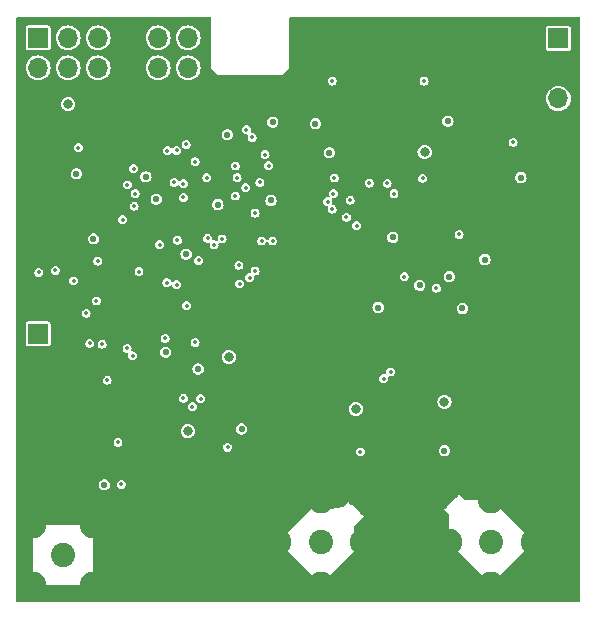
<source format=gbr>
%TF.GenerationSoftware,KiCad,Pcbnew,(6.0.4)*%
%TF.CreationDate,2023-05-22T00:57:41+09:00*%
%TF.ProjectId,RFB,5246422e-6b69-4636-9164-5f7063625858,rev?*%
%TF.SameCoordinates,Original*%
%TF.FileFunction,Copper,L2,Inr*%
%TF.FilePolarity,Positive*%
%FSLAX46Y46*%
G04 Gerber Fmt 4.6, Leading zero omitted, Abs format (unit mm)*
G04 Created by KiCad (PCBNEW (6.0.4)) date 2023-05-22 00:57:41*
%MOMM*%
%LPD*%
G01*
G04 APERTURE LIST*
%TA.AperFunction,ComponentPad*%
%ADD10C,2.600000*%
%TD*%
%TA.AperFunction,ComponentPad*%
%ADD11C,2.250000*%
%TD*%
%TA.AperFunction,ComponentPad*%
%ADD12C,2.050000*%
%TD*%
%TA.AperFunction,ComponentPad*%
%ADD13R,1.700000X1.700000*%
%TD*%
%TA.AperFunction,ComponentPad*%
%ADD14O,1.700000X1.700000*%
%TD*%
%TA.AperFunction,ComponentPad*%
%ADD15C,0.500000*%
%TD*%
%TA.AperFunction,ViaPad*%
%ADD16C,0.550000*%
%TD*%
%TA.AperFunction,ViaPad*%
%ADD17C,0.350000*%
%TD*%
%TA.AperFunction,ViaPad*%
%ADD18C,0.800000*%
%TD*%
G04 APERTURE END LIST*
D10*
%TO.N,GND*%
%TO.C,H3*%
X51689000Y-98704400D03*
%TD*%
D11*
%TO.N,GND*%
%TO.C,J3*%
X39598600Y-99441000D03*
X39598600Y-104521000D03*
X34518600Y-104521000D03*
X34518600Y-99441000D03*
D12*
%TO.N,/PA/RF_O*%
X37058600Y-101981000D03*
%TD*%
D11*
%TO.N,GND*%
%TO.C,J2*%
X58851800Y-104455502D03*
X62443902Y-100863400D03*
X58851800Y-97271298D03*
X55259698Y-100863400D03*
D12*
%TO.N,/Mixer/MIX_RFB*%
X58851800Y-100863400D03*
%TD*%
%TO.N,/Mixer/MIX_RFA*%
%TO.C,J1*%
X73304400Y-100863400D03*
D11*
%TO.N,GND*%
X73304400Y-104455502D03*
X69712298Y-100863400D03*
X73304400Y-97271298D03*
X76896502Y-100863400D03*
%TD*%
D10*
%TO.N,GND*%
%TO.C,H1*%
X77673200Y-95478600D03*
%TD*%
D13*
%TO.N,/3V3D*%
%TO.C,J9*%
X34950400Y-83230800D03*
D14*
%TO.N,GND*%
X34950400Y-85770800D03*
%TD*%
D10*
%TO.N,GND*%
%TO.C,H2*%
X73304400Y-60452000D03*
%TD*%
D13*
%TO.N,/3V6*%
%TO.C,J7*%
X34950400Y-58166000D03*
D14*
X34950400Y-60706000D03*
%TO.N,VCC*%
X37490400Y-58166000D03*
X37490400Y-60706000D03*
%TO.N,/12V*%
X40030400Y-58166000D03*
X40030400Y-60706000D03*
%TO.N,GND*%
X42570400Y-58166000D03*
X42570400Y-60706000D03*
%TO.N,/LNA_EN1*%
X45110400Y-58166000D03*
%TO.N,/LNA_EN2*%
X45110400Y-60706000D03*
%TO.N,/LNA_S1*%
X47650400Y-58166000D03*
%TO.N,/LNA_S2*%
X47650400Y-60706000D03*
%TD*%
D15*
%TO.N,GND*%
%TO.C,U8*%
X66594100Y-92342400D03*
X64594100Y-91342400D03*
X66594100Y-90342400D03*
X64594100Y-90342400D03*
X65594100Y-91342400D03*
X65594100Y-90342400D03*
X66594100Y-91342400D03*
X64594100Y-92342400D03*
X65594100Y-92342400D03*
%TD*%
%TO.N,GND*%
%TO.C,U3*%
X63728600Y-80146400D03*
X62728600Y-78146400D03*
X64728600Y-78146400D03*
X63728600Y-79146400D03*
X64728600Y-80146400D03*
X62728600Y-79146400D03*
X64728600Y-79146400D03*
X62728600Y-80146400D03*
X63728600Y-78146400D03*
%TD*%
D13*
%TO.N,/12V*%
%TO.C,J6*%
X78994000Y-58216800D03*
D14*
%TO.N,GND*%
X78994000Y-60756800D03*
%TO.N,/3V6*%
X78994000Y-63296800D03*
%TD*%
D15*
%TO.N,GND*%
%TO.C,IC3*%
X63736200Y-68417900D03*
X63736200Y-67142900D03*
X65011200Y-68417900D03*
X62461200Y-68417900D03*
X63736200Y-69692900D03*
X61186200Y-68417900D03*
X61186200Y-67142900D03*
X62461200Y-69692900D03*
X65011200Y-64592900D03*
X66286200Y-67142900D03*
X63736200Y-64592900D03*
X66286200Y-69692900D03*
X63736200Y-65867900D03*
X61186200Y-64592900D03*
X66286200Y-68417900D03*
X62461200Y-67142900D03*
X66286200Y-64592900D03*
X65011200Y-65867900D03*
X62461200Y-65867900D03*
X66286200Y-65867900D03*
X65011200Y-69692900D03*
X62461200Y-64592900D03*
X61186200Y-69692900D03*
X65011200Y-67142900D03*
X61186200Y-65867900D03*
%TD*%
%TO.N,GND*%
%TO.C,U4*%
X43422800Y-83203800D03*
X43452800Y-79203800D03*
X40722800Y-80473800D03*
X41992800Y-83203800D03*
X43452800Y-80473800D03*
X41992800Y-80473800D03*
X44722800Y-81933800D03*
X43452800Y-81933800D03*
X41992800Y-81933800D03*
X44722800Y-80473800D03*
X41992800Y-79203800D03*
X40722800Y-81933800D03*
%TD*%
D16*
%TO.N,GND*%
X38379400Y-84505800D03*
D17*
X37998400Y-86563200D03*
X42265600Y-86563200D03*
X40132000Y-90830400D03*
X59334400Y-95097600D03*
X59334400Y-92964000D03*
X57200800Y-95097600D03*
X57200800Y-92964000D03*
X78536800Y-90830400D03*
X78536800Y-92964000D03*
X78536800Y-86563200D03*
X78536800Y-88696800D03*
X59334400Y-78028800D03*
X52933600Y-80162400D03*
X55067200Y-84429600D03*
X55067200Y-78028800D03*
X55067200Y-80162400D03*
X57200800Y-75895200D03*
X57200800Y-78028800D03*
X57200800Y-67360800D03*
X57200800Y-69494400D03*
X48666400Y-63093600D03*
X55067200Y-63093600D03*
X52933600Y-63093600D03*
X57200800Y-65227200D03*
X57200800Y-58826400D03*
X57200800Y-63093600D03*
X65735200Y-58826400D03*
X61468000Y-58826400D03*
X63601600Y-58826400D03*
X76403200Y-58826400D03*
X70002400Y-58826400D03*
X72136000Y-58826400D03*
X76403200Y-65227200D03*
X76403200Y-67360800D03*
X78536800Y-69494400D03*
X78536800Y-75895200D03*
X72136000Y-71628000D03*
X78536800Y-71628000D03*
X74269600Y-71628000D03*
X76403200Y-71628000D03*
X72136000Y-73761600D03*
X74269600Y-73761600D03*
X76403200Y-73761600D03*
X48666400Y-105765600D03*
X48666400Y-103632000D03*
X48666400Y-97231200D03*
X48666400Y-101498400D03*
X48666400Y-99364800D03*
X50800000Y-95097600D03*
X48666400Y-95097600D03*
X52933600Y-88696800D03*
X52933600Y-95097600D03*
X52933600Y-92964000D03*
X55067200Y-95097600D03*
X55067200Y-90830400D03*
X55067200Y-92964000D03*
X72136000Y-95097600D03*
X72136000Y-92964000D03*
X74269600Y-90830400D03*
X74269600Y-95097600D03*
X74269600Y-92964000D03*
X76403200Y-88696800D03*
X76403200Y-86563200D03*
X76403200Y-92964000D03*
X76403200Y-90830400D03*
X78536800Y-84429600D03*
X74269600Y-84429600D03*
X76403200Y-84429600D03*
X76403200Y-82296000D03*
X78536800Y-82296000D03*
X74269600Y-82296000D03*
X76403200Y-80162400D03*
X78536800Y-80162400D03*
X74269600Y-80162400D03*
X76403200Y-78028800D03*
X78536800Y-78028800D03*
X33731200Y-63093600D03*
X33731200Y-69494400D03*
X33731200Y-65227200D03*
X33731200Y-67360800D03*
X35864800Y-75895200D03*
X35864800Y-71628000D03*
X35864800Y-73761600D03*
X33731200Y-71628000D03*
X33731200Y-78028800D03*
X33731200Y-73761600D03*
X33731200Y-75895200D03*
X33731200Y-86563200D03*
X33731200Y-84429600D03*
X33731200Y-88696800D03*
X40132000Y-88696800D03*
X35864800Y-88696800D03*
X35864800Y-95097600D03*
X35864800Y-90830400D03*
X35864800Y-92964000D03*
X33731200Y-105765600D03*
X33731200Y-101498400D03*
X33731200Y-90830400D03*
X33731200Y-97231200D03*
X33731200Y-92964000D03*
X33731200Y-95097600D03*
X35864800Y-97231200D03*
X35864800Y-105765600D03*
X50800000Y-97231200D03*
X50800000Y-103632000D03*
X50800000Y-105765600D03*
X50800000Y-101498400D03*
X52933600Y-97231200D03*
X52933600Y-103632000D03*
X52933600Y-105765600D03*
X52933600Y-101498400D03*
X55067200Y-97231200D03*
X55067200Y-103632000D03*
X55067200Y-105765600D03*
X57200800Y-97231200D03*
X57200800Y-103632000D03*
X57200800Y-105765600D03*
X61468000Y-103632000D03*
X61468000Y-105765600D03*
X63601600Y-103632000D03*
X63601600Y-105765600D03*
X63601600Y-99364800D03*
X65735200Y-97231200D03*
X65735200Y-103632000D03*
X65735200Y-105765600D03*
X65735200Y-99364800D03*
X65735200Y-101498400D03*
X67868800Y-103632000D03*
X67868800Y-105765600D03*
X67868800Y-99364800D03*
X67868800Y-101498400D03*
X70002400Y-103632000D03*
X70002400Y-105765600D03*
X72136000Y-105765600D03*
X74269600Y-105765600D03*
X76403200Y-97231200D03*
X76403200Y-103632000D03*
X76403200Y-105765600D03*
X76403200Y-99364800D03*
X78536800Y-97231200D03*
X78536800Y-103632000D03*
X78536800Y-105765600D03*
X78536800Y-99364800D03*
X78536800Y-101498400D03*
X80670400Y-56692800D03*
X80670400Y-58826400D03*
X80670400Y-78028800D03*
X80670400Y-73761600D03*
X80670400Y-75895200D03*
X80670400Y-80162400D03*
X80670400Y-86563200D03*
X80670400Y-82296000D03*
X80670400Y-84429600D03*
X80670400Y-88696800D03*
X80670400Y-95097600D03*
X80670400Y-90830400D03*
X80670400Y-92964000D03*
X80670400Y-97231200D03*
X80670400Y-99364800D03*
X80670400Y-101498400D03*
X80670400Y-105765600D03*
X80670400Y-103632000D03*
X46217789Y-97119389D03*
X63844600Y-93497400D03*
X39014400Y-97053400D03*
X39725600Y-97053400D03*
X39725600Y-96342200D03*
X39014400Y-97764600D03*
X39725600Y-97764600D03*
X41148000Y-97764600D03*
X40436800Y-97764600D03*
X41630600Y-98272600D03*
X41127706Y-98775494D03*
X42133494Y-97769706D03*
X40792400Y-105714800D03*
X41503600Y-105714800D03*
X42926000Y-105714800D03*
X42214800Y-105714800D03*
X43637201Y-105714800D03*
X45059600Y-105714800D03*
X45770800Y-105714800D03*
X47193200Y-105714800D03*
X46482000Y-105714800D03*
X44348400Y-105714800D03*
X47904400Y-104292400D03*
X47904400Y-105003600D03*
X47904400Y-105714800D03*
X47904400Y-103581200D03*
X47904400Y-99314000D03*
X47904400Y-101447600D03*
X47904400Y-102869999D03*
X47904400Y-102158800D03*
X47904400Y-100736400D03*
X47904400Y-100025200D03*
X47731706Y-98633306D03*
X47228811Y-98130411D03*
X44709106Y-95610706D03*
X45212000Y-96113600D03*
X46720683Y-97622283D03*
X46126400Y-93726000D03*
X45821599Y-94411800D03*
X46101000Y-90881200D03*
X45491400Y-90525600D03*
X46101000Y-90170000D03*
X45491400Y-89814400D03*
X46101000Y-89458800D03*
X45491400Y-91236800D03*
X44881800Y-93014800D03*
X45491400Y-93370400D03*
X45491400Y-92659200D03*
X45491400Y-91948000D03*
X42976800Y-94411800D03*
X45110400Y-94411800D03*
X43688000Y-94411800D03*
X44399199Y-94411800D03*
X42291000Y-94183200D03*
X41986200Y-95173800D03*
X41275000Y-95173800D03*
X40563801Y-95173800D03*
X42748200Y-96393000D03*
X42748200Y-95097600D03*
X43459400Y-95097600D03*
X44170600Y-95097600D03*
X39903400Y-93726000D03*
X39547800Y-93116400D03*
X39192200Y-93726000D03*
X41681400Y-93116400D03*
X40970200Y-93116400D03*
X40614600Y-93726000D03*
X40259000Y-93116400D03*
X41605200Y-93853000D03*
X44881800Y-91592400D03*
X44881800Y-92303600D03*
X44881800Y-90881201D03*
X44881800Y-93726000D03*
X44170600Y-93726000D03*
X43459400Y-93726000D03*
X42773600Y-93497400D03*
X42265600Y-91465400D03*
X42265600Y-90754200D03*
X42265600Y-89331800D03*
X42265600Y-90043000D03*
X42418000Y-88646000D03*
X42545000Y-92125800D03*
%TO.N,Net-(IC5-Pad1)*%
X41706800Y-92405200D03*
%TO.N,Net-(IC5-Pad12)*%
X41986200Y-95961200D03*
%TO.N,GND*%
X51562000Y-92075000D03*
X50749200Y-93853000D03*
X50139600Y-94208600D03*
X49428400Y-94208600D03*
X48209200Y-93497400D03*
X47599600Y-93141799D03*
X47599600Y-92430600D03*
X48209200Y-92786200D03*
X48818800Y-93853000D03*
X48818800Y-93141800D03*
X48818800Y-92430600D03*
X52273200Y-92075000D03*
X49428400Y-93497400D03*
X49428400Y-92075001D03*
X50139600Y-93497400D03*
X50139600Y-92075000D03*
X50139600Y-92786200D03*
X49428400Y-91363800D03*
X49428400Y-92786200D03*
X50139600Y-91363800D03*
X44475400Y-90017600D03*
D18*
%TO.N,/PA_8VA*%
X47625000Y-91465400D03*
D17*
%TO.N,VCC*%
X50977800Y-92837000D03*
D16*
%TO.N,GND*%
X43103800Y-88239600D03*
D17*
X35585400Y-79375000D03*
X35585400Y-80086200D03*
X36550600Y-80086200D03*
X35585400Y-80797400D03*
X69545200Y-99263200D03*
X71780400Y-97078800D03*
X71069200Y-97078800D03*
X60553600Y-90170000D03*
X61498506Y-76128906D03*
X57480200Y-74498200D03*
X74549000Y-65684400D03*
X68259883Y-75402517D03*
X43992800Y-72593200D03*
X58785683Y-79263317D03*
X48945800Y-74498200D03*
X72847200Y-64846200D03*
X41529000Y-65049400D03*
X66232989Y-85308389D03*
X50038000Y-90043000D03*
X71424800Y-64846200D03*
X65968906Y-95153506D03*
X66395600Y-87985600D03*
X68173600Y-59639200D03*
X64449883Y-96281317D03*
X61290200Y-74498200D03*
X63728600Y-84048600D03*
X50571399Y-82143600D03*
X67360800Y-94081600D03*
X67843400Y-88392000D03*
X63347600Y-86410800D03*
X66969589Y-75118011D03*
X60370694Y-75001094D03*
X46736000Y-87655400D03*
X65460906Y-76626694D03*
X51282600Y-82143600D03*
X67756989Y-75905411D03*
X62306200Y-72390000D03*
X60452000Y-63042800D03*
X67005200Y-63042800D03*
X59283600Y-59639200D03*
X55778400Y-66319400D03*
X34315400Y-79679800D03*
X47726600Y-83261200D03*
X69646800Y-71577201D03*
X62006506Y-99385094D03*
X67843400Y-86969600D03*
X47015400Y-82143600D03*
X58191400Y-74498200D03*
X53898800Y-85496400D03*
X70901483Y-77784883D03*
X73939400Y-66040000D03*
D16*
X61544200Y-97450877D03*
D17*
X73863200Y-86791800D03*
X50647600Y-90398600D03*
X69265672Y-74396728D03*
X44399200Y-68351400D03*
X63728600Y-81838800D03*
X67472483Y-74615117D03*
X65341500Y-93929200D03*
X73939400Y-65328800D03*
X73837800Y-67589400D03*
X67884117Y-94604917D03*
X69646800Y-70154800D03*
X51993801Y-82143600D03*
X63444094Y-97287106D03*
X56921400Y-73406000D03*
X38887400Y-71932800D03*
X72598177Y-85094977D03*
X60985400Y-78130400D03*
D16*
X70243700Y-96875600D03*
D17*
X50038000Y-88620600D03*
X46228000Y-75819000D03*
X62773483Y-94554117D03*
X68478272Y-73609328D03*
X73106306Y-85603106D03*
X49047400Y-73406000D03*
X70535800Y-82702400D03*
X46304200Y-82143600D03*
X69596000Y-61061600D03*
X64617600Y-73456800D03*
D16*
X38887400Y-87172800D03*
D17*
X54838600Y-83261200D03*
X65354200Y-94640400D03*
X56210200Y-73406000D03*
X69646800Y-72288400D03*
X50469800Y-73406000D03*
X56972200Y-84683600D03*
X50368200Y-74498200D03*
X51181000Y-73406000D03*
X62270589Y-95057011D03*
X55549800Y-83261200D03*
X48336200Y-73406000D03*
X36550601Y-80797400D03*
X71592389Y-84089189D03*
X46863001Y-85354212D03*
X49453800Y-65709800D03*
X69392800Y-76276200D03*
X65963800Y-76123800D03*
X69895694Y-75773306D03*
X33604200Y-79679800D03*
X49530000Y-68224400D03*
X74549000Y-64262000D03*
X59004200Y-66929000D03*
X57277000Y-80772000D03*
X49758600Y-73406000D03*
X48437800Y-82143600D03*
X68173600Y-58216801D03*
X35814000Y-64871600D03*
X70205600Y-88341200D03*
X66395600Y-88696800D03*
X66548000Y-87122000D03*
X66471800Y-95656400D03*
X74549000Y-64973200D03*
X50038000Y-89331800D03*
D16*
X63119000Y-92354400D03*
D17*
X46360106Y-85857106D03*
D16*
X68541900Y-90449400D03*
D17*
X63632234Y-85120634D03*
X71729600Y-81153000D03*
X63946989Y-96784211D03*
X47396400Y-79984600D03*
X56743600Y-90500200D03*
X56972200Y-83972400D03*
X63347600Y-87325200D03*
X49428399Y-89687400D03*
X55549800Y-82143600D03*
X59131200Y-68580000D03*
X71089494Y-83586294D03*
X57632600Y-71958200D03*
X59283600Y-58216800D03*
X36449000Y-78968600D03*
X68529200Y-72186800D03*
X37769800Y-81711800D03*
X38658800Y-73787000D03*
X65227200Y-84302600D03*
X54127401Y-82143600D03*
X61569600Y-72618600D03*
X69895694Y-76779094D03*
X61214000Y-77419200D03*
D16*
X60642361Y-96544199D03*
D17*
X60690811Y-87792611D03*
X56261000Y-83261200D03*
X42062400Y-63500000D03*
D16*
X61379100Y-94107000D03*
D17*
X67691000Y-97815400D03*
X63855600Y-87833200D03*
X40284400Y-76022200D03*
X64465200Y-72593200D03*
X74447400Y-68656200D03*
X49860200Y-82143600D03*
X63129339Y-84617739D03*
X50571399Y-83261200D03*
X61341000Y-79121000D03*
X73863200Y-87503000D03*
X73609200Y-86106000D03*
X72136000Y-64846200D03*
X67843400Y-86258399D03*
X41275000Y-75158600D03*
X64688694Y-95128106D03*
X69596000Y-58216800D03*
X73863200Y-89636599D03*
X50317400Y-64973200D03*
X66746094Y-77922094D03*
X69392800Y-96113600D03*
X67254094Y-76408306D03*
X47365895Y-85857106D03*
X41532816Y-71932800D03*
X64363600Y-88341200D03*
X64465200Y-71882000D03*
X74447400Y-67945000D03*
X47726600Y-82143600D03*
X69646800Y-73710800D03*
X69596000Y-59639200D03*
X70002400Y-69367400D03*
X46304200Y-83261200D03*
X40821616Y-71932800D03*
D16*
X41579800Y-86055200D03*
D17*
X56972200Y-85394800D03*
X67589400Y-83972400D03*
X53187600Y-85496400D03*
X37261800Y-80797400D03*
X37312600Y-74650600D03*
D16*
X62445761Y-98347599D03*
X68440300Y-98653600D03*
D17*
X60452000Y-62331600D03*
X67005200Y-63754000D03*
X68732400Y-67132200D03*
X60711106Y-76916306D03*
D16*
X69339442Y-97764600D03*
D17*
X48260000Y-79273400D03*
X62204600Y-74777600D03*
X69748400Y-94792800D03*
X60553600Y-72847200D03*
X73863200Y-88925400D03*
X56743600Y-89077800D03*
X60208211Y-76413411D03*
X62001400Y-76631800D03*
X68783200Y-94081600D03*
X64439800Y-76352400D03*
X59055000Y-63020000D03*
X43455584Y-66675000D03*
X43988984Y-63500000D03*
X60045600Y-73406000D03*
X58795894Y-75001094D03*
X41656000Y-67818000D03*
X56743600Y-88366600D03*
X66979800Y-60785000D03*
X67975377Y-74112223D03*
X52705000Y-82143600D03*
X48615600Y-85191600D03*
X66182317Y-96306717D03*
X60477400Y-60782200D03*
X63728600Y-76784200D03*
X51866800Y-89687400D03*
D16*
X45364400Y-88239600D03*
D17*
X74549000Y-66395600D03*
X57937400Y-69596000D03*
X51282600Y-83261200D03*
X56972199Y-82143600D03*
X56743600Y-89789000D03*
X57861200Y-58216800D03*
X68762777Y-74899623D03*
X39319200Y-72872600D03*
X73837800Y-68300600D03*
X40817800Y-70002400D03*
X66045106Y-86619106D03*
X59705317Y-75910517D03*
X37261801Y-80086200D03*
X60375800Y-86766400D03*
X54838600Y-82143600D03*
X66751200Y-76911200D03*
X56769000Y-74498200D03*
X73939400Y-66751200D03*
X37541200Y-71272400D03*
X71729600Y-81864200D03*
X46863000Y-86360000D03*
X66685211Y-96809611D03*
X62712600Y-75895200D03*
X57779894Y-80269106D03*
X43764200Y-74498200D03*
X59867800Y-74498200D03*
X66248306Y-77414094D03*
X47015400Y-83261200D03*
X55346600Y-74498200D03*
X40821616Y-70971416D03*
X59334400Y-73406000D03*
X56743600Y-87655400D03*
X60198000Y-88366600D03*
X69418200Y-81559400D03*
X68387011Y-95107811D03*
X61193706Y-88295506D03*
X70398589Y-76276200D03*
X40690800Y-73736200D03*
X54127400Y-83261200D03*
X57632600Y-70256400D03*
X61696600Y-88798400D03*
X70713600Y-64846200D03*
X64114706Y-73959694D03*
X42244016Y-71932800D03*
X65542211Y-86116211D03*
X68300600Y-70091856D03*
X52476400Y-85496400D03*
X67106800Y-94742000D03*
X47269400Y-84632800D03*
X61767694Y-95559906D03*
X74447400Y-67233800D03*
X60452000Y-63754000D03*
X70398589Y-77281989D03*
X68427600Y-65278000D03*
X43027600Y-63500000D03*
X36068000Y-68986400D03*
X73863200Y-88214200D03*
X70205600Y-87630000D03*
X53416200Y-83261200D03*
X49428400Y-88976200D03*
X70891400Y-82092800D03*
X40821616Y-72894184D03*
X64439800Y-75615800D03*
X53416201Y-82143600D03*
X66649600Y-94081600D03*
X68173600Y-61061600D03*
X64820800Y-88874600D03*
X49428400Y-90398600D03*
X67005200Y-62331600D03*
X62809094Y-71887106D03*
X58750200Y-70485000D03*
X59283600Y-61061600D03*
X48234600Y-74498200D03*
X49530000Y-71272400D03*
X62814200Y-74320400D03*
X44932600Y-69596000D03*
X49530000Y-69240400D03*
X52704999Y-83261200D03*
X33604201Y-78968600D03*
X51993800Y-83261200D03*
X69646800Y-72999600D03*
X67188106Y-97312506D03*
X54635400Y-74498200D03*
X42490384Y-65049400D03*
X71729600Y-82575400D03*
X37236400Y-64871600D03*
D16*
X44231400Y-88239600D03*
D17*
X56057800Y-74498200D03*
X49657000Y-74498200D03*
X66466694Y-75620906D03*
X51257200Y-90043000D03*
X34315400Y-78968600D03*
X34645600Y-68986400D03*
X50647600Y-89687400D03*
X70205600Y-83362800D03*
X56261000Y-82143600D03*
X62341811Y-85405011D03*
X68529200Y-71475600D03*
D16*
X68186300Y-92329000D03*
D17*
X68529200Y-70764401D03*
X71404377Y-77281989D03*
X50038000Y-87909400D03*
X67843400Y-87680800D03*
X45847000Y-86360000D03*
X56972200Y-81432400D03*
X56972200Y-83261200D03*
X37490400Y-68986400D03*
X62844706Y-85907906D03*
D16*
X69672200Y-63169800D03*
D17*
X72095283Y-84592083D03*
X48437800Y-83261200D03*
X70942200Y-69138800D03*
X49860200Y-83261200D03*
X38608000Y-77546200D03*
X65039317Y-85613317D03*
X70901483Y-76779094D03*
X57632600Y-73329800D03*
X57861200Y-61061600D03*
X73939400Y-64617600D03*
X64033400Y-94208600D03*
X64135000Y-85623400D03*
X58282789Y-79766211D03*
X68889906Y-95610706D03*
X57861200Y-59639200D03*
X69646800Y-70866000D03*
X63611811Y-74462589D03*
X59055000Y-64925000D03*
X68529200Y-72898000D03*
%TO.N,/3V3D*%
X42087800Y-73558400D03*
X35001200Y-78028800D03*
X43154600Y-71348600D03*
X38354000Y-67462400D03*
X48006000Y-89382600D03*
X43027600Y-69240400D03*
D16*
X39624000Y-75184000D03*
X38176200Y-69672200D03*
D17*
X43078400Y-72415400D03*
%TO.N,/ADC_REFCLKN*%
X61048900Y-73355200D03*
%TO.N,/ADC_REFCLKP*%
X61912500Y-74066400D03*
%TO.N,/PLL_CE*%
X46456600Y-70408800D03*
X39979600Y-77063600D03*
%TO.N,Net-(C32-Pad1)*%
X46659800Y-79070200D03*
%TO.N,/PLL_RFMXN*%
X64190397Y-87020400D03*
%TO.N,/PLL_RFMXP*%
X64782700Y-86458738D03*
%TO.N,/PLL_RAMPCLK*%
X40360600Y-84099400D03*
X48539400Y-77012800D03*
%TO.N,/PLL_RAMPDIR*%
X39319200Y-84023200D03*
X45237400Y-75666600D03*
%TO.N,Net-(C30-Pad2)*%
X39014400Y-81483200D03*
%TO.N,/PLL_3V3A*%
X47523400Y-80848200D03*
X42474000Y-84449800D03*
D16*
X45745400Y-84785200D03*
D17*
X39878000Y-80441800D03*
X43484800Y-77952600D03*
X45847000Y-78892400D03*
D16*
%TO.N,/IF_VCM*%
X64973200Y-75057000D03*
D17*
X65938400Y-78395900D03*
%TO.N,/PA_EN*%
X51943000Y-77419200D03*
X40792400Y-87147400D03*
%TO.N,/ADC_RESET*%
X54787800Y-75361800D03*
X65074800Y-71348600D03*
D16*
%TO.N,/1V8D*%
X58420000Y-65430400D03*
X69634100Y-65227200D03*
D17*
%TO.N,/ADC_1V8A*%
X60020200Y-70027800D03*
D16*
X59588400Y-67894200D03*
D18*
X67665600Y-67843400D03*
D17*
X64496701Y-70479001D03*
X62986200Y-70457600D03*
X67487800Y-70053200D03*
D18*
%TO.N,/MIX_5VA*%
X61836300Y-89585800D03*
X69342000Y-88976200D03*
D17*
X62230000Y-93218000D03*
D16*
X69342000Y-93116400D03*
%TO.N,/IFF_3V3A*%
X63728600Y-81000600D03*
X69746354Y-78384401D03*
X67233800Y-79121000D03*
%TO.N,/PA_8VA*%
X40538400Y-96012000D03*
%TO.N,/12V*%
X52171600Y-91287600D03*
X70866000Y-81076800D03*
%TO.N,/3V6*%
X75819000Y-70002400D03*
X72771000Y-76936600D03*
X48488600Y-86207600D03*
D17*
%TO.N,/LNA_EN1*%
X46659800Y-67691000D03*
%TO.N,/LNA_EN2*%
X45872400Y-67716400D03*
%TO.N,/CAN_R*%
X53060600Y-66598800D03*
%TO.N,/CAN_T*%
X52578000Y-65938400D03*
%TO.N,Net-(R1-Pad1)*%
X36398200Y-77851000D03*
%TO.N,/MCU_REFCLK*%
X42494200Y-70612000D03*
%TO.N,/STM_NRST*%
X46736000Y-75285600D03*
X37947600Y-78740000D03*
%TO.N,VCC*%
X47244000Y-88671400D03*
D16*
X44942463Y-71831200D03*
X50952400Y-66370200D03*
D17*
X59842400Y-61823600D03*
X67614800Y-61823600D03*
X70586600Y-74803000D03*
D16*
X47472600Y-76479400D03*
D18*
X37490400Y-63779400D03*
D16*
X54813200Y-65303400D03*
D17*
X68656200Y-79349600D03*
D16*
X50165000Y-72288400D03*
D18*
X51079400Y-85191600D03*
D16*
X54660800Y-71932800D03*
D17*
X75158600Y-67005200D03*
D16*
X44069000Y-69926200D03*
D17*
%TO.N,/SPI_SCK*%
X53314600Y-77901800D03*
X53314600Y-72999600D03*
X59461400Y-72034400D03*
%TO.N,/SPI_MOSI*%
X54457600Y-68986400D03*
X52857400Y-78460600D03*
X59944000Y-71348600D03*
%TO.N,/SPI_CS_ADC*%
X59842400Y-72669400D03*
X53873400Y-75361800D03*
%TO.N,/ADC/ADC_SDO*%
X61366400Y-71907400D03*
%TO.N,/SPI_CS_PLL*%
X42951400Y-85090000D03*
X48234600Y-83947000D03*
%TO.N,/Generator/MUXOUT*%
X45694600Y-83616800D03*
%TO.N,/SPI_MISO*%
X53721000Y-70408800D03*
X51993800Y-78994000D03*
%TO.N,/Power/2V5_PG*%
X48691800Y-88722200D03*
%TO.N,/STM_GPB4*%
X47472600Y-67183000D03*
%TO.N,/STM_GPB5*%
X48234600Y-68656200D03*
%TO.N,/STM_GPB8*%
X47244000Y-70510400D03*
%TO.N,/STM_GPA0*%
X47244000Y-71678800D03*
X49288064Y-75124195D03*
%TO.N,/STM_GPA1*%
X49834800Y-75666600D03*
X51638200Y-71551800D03*
%TO.N,/STM_GPB12*%
X51638200Y-69011800D03*
%TO.N,/STM_GPA3*%
X49225200Y-70002400D03*
X50520600Y-75184000D03*
%TO.N,/STM_GPA4*%
X51790600Y-70002400D03*
%TO.N,/STM_GPA5*%
X52527200Y-70840600D03*
%TO.N,/STM_GPA8*%
X54152800Y-68046600D03*
%TD*%
%TA.AperFunction,Conductor*%
%TO.N,GND*%
G36*
X49565391Y-56378807D02*
G01*
X49601355Y-56428307D01*
X49606200Y-56458900D01*
X49606200Y-60731400D01*
X50190400Y-61315600D01*
X55626000Y-61315600D01*
X56210200Y-60731400D01*
X56210200Y-59086548D01*
X77943500Y-59086548D01*
X77955133Y-59145031D01*
X77999448Y-59211352D01*
X78065769Y-59255667D01*
X78075332Y-59257569D01*
X78075334Y-59257570D01*
X78098005Y-59262079D01*
X78124252Y-59267300D01*
X79863748Y-59267300D01*
X79889995Y-59262079D01*
X79912666Y-59257570D01*
X79912668Y-59257569D01*
X79922231Y-59255667D01*
X79988552Y-59211352D01*
X80032867Y-59145031D01*
X80044500Y-59086548D01*
X80044500Y-57347052D01*
X80032867Y-57288569D01*
X79988552Y-57222248D01*
X79922231Y-57177933D01*
X79912668Y-57176031D01*
X79912666Y-57176030D01*
X79889629Y-57171448D01*
X79863748Y-57166300D01*
X78124252Y-57166300D01*
X78098371Y-57171448D01*
X78075334Y-57176030D01*
X78075332Y-57176031D01*
X78065769Y-57177933D01*
X77999448Y-57222248D01*
X77955133Y-57288569D01*
X77943500Y-57347052D01*
X77943500Y-59086548D01*
X56210200Y-59086548D01*
X56210200Y-56458900D01*
X56229107Y-56400709D01*
X56278607Y-56364745D01*
X56309200Y-56359900D01*
X80751900Y-56359900D01*
X80810091Y-56378807D01*
X80846055Y-56428307D01*
X80850900Y-56458900D01*
X80850900Y-105847100D01*
X80831993Y-105905291D01*
X80782493Y-105941255D01*
X80751900Y-105946100D01*
X33192500Y-105946100D01*
X33134309Y-105927193D01*
X33098345Y-105877693D01*
X33093500Y-105847100D01*
X33093500Y-104521000D01*
X34518600Y-104521000D01*
X39598600Y-104521000D01*
X39598600Y-100838000D01*
X55245000Y-100838000D01*
X58851800Y-104444800D01*
X62433200Y-100863400D01*
X61674796Y-100104996D01*
X61647019Y-100050479D01*
X61645800Y-100034992D01*
X61645800Y-99533675D01*
X61664707Y-99475484D01*
X61675849Y-99462635D01*
X62498147Y-98664522D01*
X62509400Y-98653600D01*
X61925200Y-98069400D01*
X69291200Y-98069400D01*
X69694004Y-98472204D01*
X69721781Y-98526721D01*
X69723000Y-98542208D01*
X69723000Y-100863400D01*
X73304400Y-104444800D01*
X73310277Y-104438964D01*
X73310278Y-104438964D01*
X76900035Y-100874486D01*
X76911200Y-100863400D01*
X73304400Y-97256600D01*
X71032360Y-97256600D01*
X70974169Y-97237693D01*
X70964384Y-97229574D01*
X70547200Y-96835566D01*
X70547199Y-96835565D01*
X70535800Y-96824800D01*
X69291200Y-98069400D01*
X61925200Y-98069400D01*
X61239400Y-97383600D01*
X60804067Y-97818933D01*
X60751773Y-97846332D01*
X59714654Y-98034899D01*
X59654019Y-98026706D01*
X59628060Y-98008602D01*
X58863061Y-97267509D01*
X58851800Y-97256600D01*
X55245000Y-100838000D01*
X39598600Y-100838000D01*
X39598600Y-99441000D01*
X34518600Y-99441000D01*
X34518600Y-104521000D01*
X33093500Y-104521000D01*
X33093500Y-96006131D01*
X40058046Y-96006131D01*
X40075706Y-96141186D01*
X40078546Y-96147640D01*
X40078547Y-96147644D01*
X40127721Y-96259400D01*
X40130562Y-96265856D01*
X40174383Y-96317988D01*
X40213665Y-96364720D01*
X40213668Y-96364722D01*
X40218204Y-96370119D01*
X40224075Y-96374027D01*
X40224076Y-96374028D01*
X40241016Y-96385304D01*
X40331587Y-96445593D01*
X40338314Y-96447695D01*
X40338317Y-96447696D01*
X40454863Y-96484107D01*
X40454864Y-96484107D01*
X40461595Y-96486210D01*
X40531688Y-96487495D01*
X40590724Y-96488577D01*
X40590726Y-96488577D01*
X40597777Y-96488706D01*
X40604580Y-96486851D01*
X40604582Y-96486851D01*
X40676810Y-96467159D01*
X40729186Y-96452880D01*
X40845258Y-96381612D01*
X40882777Y-96340162D01*
X40931929Y-96285859D01*
X40931929Y-96285858D01*
X40936661Y-96280631D01*
X40996049Y-96158054D01*
X40997801Y-96147644D01*
X41018013Y-96027506D01*
X41018013Y-96027505D01*
X41018647Y-96023737D01*
X41018790Y-96012000D01*
X41017950Y-96006131D01*
X41011515Y-95961200D01*
X41606019Y-95961200D01*
X41607238Y-95968897D01*
X41616521Y-96027506D01*
X41624626Y-96078682D01*
X41628162Y-96085621D01*
X41628162Y-96085622D01*
X41661523Y-96151096D01*
X41678627Y-96184665D01*
X41762735Y-96268773D01*
X41769672Y-96272308D01*
X41769674Y-96272309D01*
X41796268Y-96285859D01*
X41868718Y-96322774D01*
X41876411Y-96323993D01*
X41876413Y-96323993D01*
X41978503Y-96340162D01*
X41986200Y-96341381D01*
X41993897Y-96340162D01*
X42095987Y-96323993D01*
X42095989Y-96323993D01*
X42103682Y-96322774D01*
X42176132Y-96285859D01*
X42202726Y-96272309D01*
X42202728Y-96272308D01*
X42209665Y-96268773D01*
X42293773Y-96184665D01*
X42310878Y-96151096D01*
X42344238Y-96085622D01*
X42344238Y-96085621D01*
X42347774Y-96078682D01*
X42355880Y-96027506D01*
X42365162Y-95968897D01*
X42366381Y-95961200D01*
X42365162Y-95953503D01*
X42348993Y-95851413D01*
X42348993Y-95851411D01*
X42347774Y-95843718D01*
X42301643Y-95753180D01*
X42297309Y-95744674D01*
X42297308Y-95744672D01*
X42293773Y-95737735D01*
X42209665Y-95653627D01*
X42202728Y-95650092D01*
X42202726Y-95650091D01*
X42110622Y-95603162D01*
X42110621Y-95603162D01*
X42103682Y-95599626D01*
X42095989Y-95598407D01*
X42095987Y-95598407D01*
X41993897Y-95582238D01*
X41986200Y-95581019D01*
X41978503Y-95582238D01*
X41876413Y-95598407D01*
X41876411Y-95598407D01*
X41868718Y-95599626D01*
X41861779Y-95603162D01*
X41861778Y-95603162D01*
X41769674Y-95650091D01*
X41769672Y-95650092D01*
X41762735Y-95653627D01*
X41678627Y-95737735D01*
X41675092Y-95744672D01*
X41675091Y-95744674D01*
X41670757Y-95753180D01*
X41624626Y-95843718D01*
X41623407Y-95851411D01*
X41623407Y-95851413D01*
X41607238Y-95953503D01*
X41606019Y-95961200D01*
X41011515Y-95961200D01*
X41000481Y-95884155D01*
X40999481Y-95877171D01*
X40943106Y-95753180D01*
X40854196Y-95649996D01*
X40739901Y-95575913D01*
X40609406Y-95536887D01*
X40528855Y-95536395D01*
X40480255Y-95536098D01*
X40480254Y-95536098D01*
X40473204Y-95536055D01*
X40466427Y-95537992D01*
X40466426Y-95537992D01*
X40349022Y-95571546D01*
X40349020Y-95571547D01*
X40342242Y-95573484D01*
X40227050Y-95646165D01*
X40136887Y-95748255D01*
X40079001Y-95871548D01*
X40058046Y-96006131D01*
X33093500Y-96006131D01*
X33093500Y-93218000D01*
X61849819Y-93218000D01*
X61868426Y-93335482D01*
X61871962Y-93342421D01*
X61871962Y-93342422D01*
X61890440Y-93378686D01*
X61922427Y-93441465D01*
X62006535Y-93525573D01*
X62013472Y-93529108D01*
X62013474Y-93529109D01*
X62072402Y-93559134D01*
X62112518Y-93579574D01*
X62120211Y-93580793D01*
X62120213Y-93580793D01*
X62222303Y-93596962D01*
X62230000Y-93598181D01*
X62237697Y-93596962D01*
X62339787Y-93580793D01*
X62339789Y-93580793D01*
X62347482Y-93579574D01*
X62387598Y-93559134D01*
X62446526Y-93529109D01*
X62446528Y-93529108D01*
X62453465Y-93525573D01*
X62537573Y-93441465D01*
X62569561Y-93378686D01*
X62588038Y-93342422D01*
X62588038Y-93342421D01*
X62591574Y-93335482D01*
X62610181Y-93218000D01*
X62598552Y-93144573D01*
X62593160Y-93110531D01*
X68861646Y-93110531D01*
X68879306Y-93245586D01*
X68882146Y-93252040D01*
X68882147Y-93252044D01*
X68931321Y-93363800D01*
X68934162Y-93370256D01*
X68977983Y-93422387D01*
X69017265Y-93469120D01*
X69017268Y-93469122D01*
X69021804Y-93474519D01*
X69027675Y-93478427D01*
X69027676Y-93478428D01*
X69044616Y-93489704D01*
X69135187Y-93549993D01*
X69141914Y-93552095D01*
X69141917Y-93552096D01*
X69258463Y-93588507D01*
X69258464Y-93588507D01*
X69265195Y-93590610D01*
X69335288Y-93591895D01*
X69394324Y-93592977D01*
X69394326Y-93592977D01*
X69401377Y-93593106D01*
X69408180Y-93591251D01*
X69408182Y-93591251D01*
X69480410Y-93571559D01*
X69532786Y-93557280D01*
X69648858Y-93486012D01*
X69740261Y-93385031D01*
X69799649Y-93262454D01*
X69801401Y-93252044D01*
X69821613Y-93131906D01*
X69821613Y-93131905D01*
X69822247Y-93128137D01*
X69822390Y-93116400D01*
X69821550Y-93110531D01*
X69805931Y-93001474D01*
X69803081Y-92981571D01*
X69746706Y-92857580D01*
X69657796Y-92754396D01*
X69543501Y-92680313D01*
X69413006Y-92641287D01*
X69332455Y-92640795D01*
X69283855Y-92640498D01*
X69283854Y-92640498D01*
X69276804Y-92640455D01*
X69270027Y-92642392D01*
X69270026Y-92642392D01*
X69152622Y-92675946D01*
X69152620Y-92675947D01*
X69145842Y-92677884D01*
X69030650Y-92750565D01*
X68940487Y-92852655D01*
X68882601Y-92975948D01*
X68861646Y-93110531D01*
X62593160Y-93110531D01*
X62592793Y-93108213D01*
X62592793Y-93108211D01*
X62591574Y-93100518D01*
X62588038Y-93093578D01*
X62541109Y-93001474D01*
X62541108Y-93001472D01*
X62537573Y-92994535D01*
X62453465Y-92910427D01*
X62446528Y-92906892D01*
X62446526Y-92906891D01*
X62354422Y-92859962D01*
X62354421Y-92859962D01*
X62347482Y-92856426D01*
X62339789Y-92855207D01*
X62339787Y-92855207D01*
X62237697Y-92839038D01*
X62230000Y-92837819D01*
X62222303Y-92839038D01*
X62120213Y-92855207D01*
X62120211Y-92855207D01*
X62112518Y-92856426D01*
X62105579Y-92859962D01*
X62105578Y-92859962D01*
X62013474Y-92906891D01*
X62013472Y-92906892D01*
X62006535Y-92910427D01*
X61922427Y-92994535D01*
X61918892Y-93001472D01*
X61918891Y-93001474D01*
X61871962Y-93093578D01*
X61868426Y-93100518D01*
X61867207Y-93108211D01*
X61867207Y-93108213D01*
X61861448Y-93144573D01*
X61849819Y-93218000D01*
X33093500Y-93218000D01*
X33093500Y-92837000D01*
X50597619Y-92837000D01*
X50598838Y-92844697D01*
X50610121Y-92915933D01*
X50616226Y-92954482D01*
X50619762Y-92961421D01*
X50619762Y-92961422D01*
X50640170Y-93001474D01*
X50670227Y-93060465D01*
X50754335Y-93144573D01*
X50761272Y-93148108D01*
X50761274Y-93148109D01*
X50853378Y-93195038D01*
X50860318Y-93198574D01*
X50868011Y-93199793D01*
X50868013Y-93199793D01*
X50970103Y-93215962D01*
X50977800Y-93217181D01*
X50985497Y-93215962D01*
X51087587Y-93199793D01*
X51087589Y-93199793D01*
X51095282Y-93198574D01*
X51102222Y-93195038D01*
X51194326Y-93148109D01*
X51194328Y-93148108D01*
X51201265Y-93144573D01*
X51285373Y-93060465D01*
X51315431Y-93001474D01*
X51335838Y-92961422D01*
X51335838Y-92961421D01*
X51339374Y-92954482D01*
X51345480Y-92915933D01*
X51356762Y-92844697D01*
X51357981Y-92837000D01*
X51356762Y-92829303D01*
X51340593Y-92727213D01*
X51340593Y-92727211D01*
X51339374Y-92719518D01*
X51319398Y-92680313D01*
X51288909Y-92620474D01*
X51288908Y-92620472D01*
X51285373Y-92613535D01*
X51201265Y-92529427D01*
X51194328Y-92525892D01*
X51194326Y-92525891D01*
X51102222Y-92478962D01*
X51102221Y-92478962D01*
X51095282Y-92475426D01*
X51087589Y-92474207D01*
X51087587Y-92474207D01*
X50985497Y-92458038D01*
X50977800Y-92456819D01*
X50970103Y-92458038D01*
X50868013Y-92474207D01*
X50868011Y-92474207D01*
X50860318Y-92475426D01*
X50853379Y-92478962D01*
X50853378Y-92478962D01*
X50761274Y-92525891D01*
X50761272Y-92525892D01*
X50754335Y-92529427D01*
X50670227Y-92613535D01*
X50666692Y-92620472D01*
X50666691Y-92620474D01*
X50636202Y-92680313D01*
X50616226Y-92719518D01*
X50615007Y-92727211D01*
X50615007Y-92727213D01*
X50598838Y-92829303D01*
X50597619Y-92837000D01*
X33093500Y-92837000D01*
X33093500Y-92405200D01*
X41326619Y-92405200D01*
X41327838Y-92412897D01*
X41338302Y-92478962D01*
X41345226Y-92522682D01*
X41399227Y-92628665D01*
X41483335Y-92712773D01*
X41490272Y-92716308D01*
X41490274Y-92716309D01*
X41567878Y-92755850D01*
X41589318Y-92766774D01*
X41597011Y-92767993D01*
X41597013Y-92767993D01*
X41699103Y-92784162D01*
X41706800Y-92785381D01*
X41714497Y-92784162D01*
X41816587Y-92767993D01*
X41816589Y-92767993D01*
X41824282Y-92766774D01*
X41845722Y-92755850D01*
X41923326Y-92716309D01*
X41923328Y-92716308D01*
X41930265Y-92712773D01*
X42014373Y-92628665D01*
X42068374Y-92522682D01*
X42075299Y-92478962D01*
X42085762Y-92412897D01*
X42086981Y-92405200D01*
X42068374Y-92287718D01*
X42014373Y-92181735D01*
X41930265Y-92097627D01*
X41923328Y-92094092D01*
X41923326Y-92094091D01*
X41831222Y-92047162D01*
X41831221Y-92047162D01*
X41824282Y-92043626D01*
X41816589Y-92042407D01*
X41816587Y-92042407D01*
X41714497Y-92026238D01*
X41706800Y-92025019D01*
X41699103Y-92026238D01*
X41597013Y-92042407D01*
X41597011Y-92042407D01*
X41589318Y-92043626D01*
X41582379Y-92047162D01*
X41582378Y-92047162D01*
X41490274Y-92094091D01*
X41490272Y-92094092D01*
X41483335Y-92097627D01*
X41399227Y-92181735D01*
X41345226Y-92287718D01*
X41326619Y-92405200D01*
X33093500Y-92405200D01*
X33093500Y-91465400D01*
X47019318Y-91465400D01*
X47039956Y-91622162D01*
X47100464Y-91768241D01*
X47196718Y-91893682D01*
X47322159Y-91989936D01*
X47406857Y-92025019D01*
X47460315Y-92047162D01*
X47468238Y-92050444D01*
X47625000Y-92071082D01*
X47781762Y-92050444D01*
X47789686Y-92047162D01*
X47843143Y-92025019D01*
X47927841Y-91989936D01*
X48053282Y-91893682D01*
X48149536Y-91768241D01*
X48210044Y-91622162D01*
X48230682Y-91465400D01*
X48210044Y-91308638D01*
X48198899Y-91281731D01*
X51691246Y-91281731D01*
X51708906Y-91416786D01*
X51711746Y-91423240D01*
X51711747Y-91423244D01*
X51760921Y-91535000D01*
X51763762Y-91541456D01*
X51807583Y-91593588D01*
X51846865Y-91640320D01*
X51846868Y-91640322D01*
X51851404Y-91645719D01*
X51857275Y-91649627D01*
X51857276Y-91649628D01*
X51874216Y-91660904D01*
X51964787Y-91721193D01*
X51971514Y-91723295D01*
X51971517Y-91723296D01*
X52088063Y-91759707D01*
X52088064Y-91759707D01*
X52094795Y-91761810D01*
X52164888Y-91763095D01*
X52223924Y-91764177D01*
X52223926Y-91764177D01*
X52230977Y-91764306D01*
X52237780Y-91762451D01*
X52237782Y-91762451D01*
X52310010Y-91742759D01*
X52362386Y-91728480D01*
X52478458Y-91657212D01*
X52569861Y-91556231D01*
X52629249Y-91433654D01*
X52631001Y-91423244D01*
X52651213Y-91303106D01*
X52651213Y-91303105D01*
X52651847Y-91299337D01*
X52651990Y-91287600D01*
X52651150Y-91281731D01*
X52633681Y-91159755D01*
X52632681Y-91152771D01*
X52576306Y-91028780D01*
X52487396Y-90925596D01*
X52373101Y-90851513D01*
X52242606Y-90812487D01*
X52162055Y-90811995D01*
X52113455Y-90811698D01*
X52113454Y-90811698D01*
X52106404Y-90811655D01*
X52099627Y-90813592D01*
X52099626Y-90813592D01*
X51982222Y-90847146D01*
X51982220Y-90847147D01*
X51975442Y-90849084D01*
X51860250Y-90921765D01*
X51770087Y-91023855D01*
X51712201Y-91147148D01*
X51691246Y-91281731D01*
X48198899Y-91281731D01*
X48149536Y-91162559D01*
X48053282Y-91037118D01*
X47927841Y-90940864D01*
X47781762Y-90880356D01*
X47625000Y-90859718D01*
X47468238Y-90880356D01*
X47322159Y-90940864D01*
X47196718Y-91037118D01*
X47100464Y-91162559D01*
X47039956Y-91308638D01*
X47019318Y-91465400D01*
X33093500Y-91465400D01*
X33093500Y-89382600D01*
X47625819Y-89382600D01*
X47627038Y-89390297D01*
X47628469Y-89399329D01*
X47644426Y-89500082D01*
X47647962Y-89507021D01*
X47647962Y-89507022D01*
X47691380Y-89592234D01*
X47698427Y-89606065D01*
X47782535Y-89690173D01*
X47789472Y-89693708D01*
X47789474Y-89693709D01*
X47872723Y-89736126D01*
X47888518Y-89744174D01*
X47896211Y-89745393D01*
X47896213Y-89745393D01*
X47998303Y-89761562D01*
X48006000Y-89762781D01*
X48013697Y-89761562D01*
X48115787Y-89745393D01*
X48115789Y-89745393D01*
X48123482Y-89744174D01*
X48139277Y-89736126D01*
X48222526Y-89693709D01*
X48222528Y-89693708D01*
X48229465Y-89690173D01*
X48313573Y-89606065D01*
X48320621Y-89592234D01*
X48323899Y-89585800D01*
X61230618Y-89585800D01*
X61251256Y-89742562D01*
X61311764Y-89888641D01*
X61408018Y-90014082D01*
X61533459Y-90110336D01*
X61679538Y-90170844D01*
X61836300Y-90191482D01*
X61993062Y-90170844D01*
X62139141Y-90110336D01*
X62264582Y-90014082D01*
X62360836Y-89888641D01*
X62421344Y-89742562D01*
X62441982Y-89585800D01*
X62421344Y-89429038D01*
X62360836Y-89282959D01*
X62264582Y-89157518D01*
X62139141Y-89061264D01*
X61993062Y-89000756D01*
X61836300Y-88980118D01*
X61679538Y-89000756D01*
X61533459Y-89061264D01*
X61408018Y-89157518D01*
X61311764Y-89282959D01*
X61251256Y-89429038D01*
X61230618Y-89585800D01*
X48323899Y-89585800D01*
X48364038Y-89507022D01*
X48364038Y-89507021D01*
X48367574Y-89500082D01*
X48383532Y-89399329D01*
X48384962Y-89390297D01*
X48386181Y-89382600D01*
X48367574Y-89265118D01*
X48313573Y-89159135D01*
X48229465Y-89075027D01*
X48222528Y-89071492D01*
X48222526Y-89071491D01*
X48130422Y-89024562D01*
X48130421Y-89024562D01*
X48123482Y-89021026D01*
X48115789Y-89019807D01*
X48115787Y-89019807D01*
X48013697Y-89003638D01*
X48006000Y-89002419D01*
X47998303Y-89003638D01*
X47896213Y-89019807D01*
X47896211Y-89019807D01*
X47888518Y-89021026D01*
X47881579Y-89024562D01*
X47881578Y-89024562D01*
X47789474Y-89071491D01*
X47789472Y-89071492D01*
X47782535Y-89075027D01*
X47698427Y-89159135D01*
X47644426Y-89265118D01*
X47625819Y-89382600D01*
X33093500Y-89382600D01*
X33093500Y-88671400D01*
X46863819Y-88671400D01*
X46882426Y-88788882D01*
X46936427Y-88894865D01*
X47020535Y-88978973D01*
X47027472Y-88982508D01*
X47027474Y-88982509D01*
X47119578Y-89029438D01*
X47126518Y-89032974D01*
X47134211Y-89034193D01*
X47134213Y-89034193D01*
X47236303Y-89050362D01*
X47244000Y-89051581D01*
X47251697Y-89050362D01*
X47353787Y-89034193D01*
X47353789Y-89034193D01*
X47361482Y-89032974D01*
X47368422Y-89029438D01*
X47460526Y-88982509D01*
X47460528Y-88982508D01*
X47467465Y-88978973D01*
X47551573Y-88894865D01*
X47605574Y-88788882D01*
X47616135Y-88722200D01*
X48311619Y-88722200D01*
X48312838Y-88729897D01*
X48327020Y-88819438D01*
X48330226Y-88839682D01*
X48333762Y-88846621D01*
X48333762Y-88846622D01*
X48361149Y-88900371D01*
X48384227Y-88945665D01*
X48468335Y-89029773D01*
X48475272Y-89033308D01*
X48475274Y-89033309D01*
X48550211Y-89071491D01*
X48574318Y-89083774D01*
X48582011Y-89084993D01*
X48582013Y-89084993D01*
X48684103Y-89101162D01*
X48691800Y-89102381D01*
X48699497Y-89101162D01*
X48801587Y-89084993D01*
X48801589Y-89084993D01*
X48809282Y-89083774D01*
X48833389Y-89071491D01*
X48908326Y-89033309D01*
X48908328Y-89033308D01*
X48915265Y-89029773D01*
X48968838Y-88976200D01*
X68736318Y-88976200D01*
X68756956Y-89132962D01*
X68817464Y-89279041D01*
X68913718Y-89404482D01*
X69039159Y-89500736D01*
X69185238Y-89561244D01*
X69342000Y-89581882D01*
X69498762Y-89561244D01*
X69644841Y-89500736D01*
X69770282Y-89404482D01*
X69866536Y-89279041D01*
X69927044Y-89132962D01*
X69947682Y-88976200D01*
X69927044Y-88819438D01*
X69866536Y-88673359D01*
X69770282Y-88547918D01*
X69644841Y-88451664D01*
X69498762Y-88391156D01*
X69342000Y-88370518D01*
X69185238Y-88391156D01*
X69039159Y-88451664D01*
X68913718Y-88547918D01*
X68817464Y-88673359D01*
X68756956Y-88819438D01*
X68736318Y-88976200D01*
X48968838Y-88976200D01*
X48999373Y-88945665D01*
X49022452Y-88900371D01*
X49049838Y-88846622D01*
X49049838Y-88846621D01*
X49053374Y-88839682D01*
X49056581Y-88819438D01*
X49070762Y-88729897D01*
X49071981Y-88722200D01*
X49065154Y-88679097D01*
X49054593Y-88612413D01*
X49054593Y-88612411D01*
X49053374Y-88604718D01*
X49023954Y-88546978D01*
X49002909Y-88505674D01*
X49002908Y-88505672D01*
X48999373Y-88498735D01*
X48915265Y-88414627D01*
X48908328Y-88411092D01*
X48908326Y-88411091D01*
X48816222Y-88364162D01*
X48816221Y-88364162D01*
X48809282Y-88360626D01*
X48801589Y-88359407D01*
X48801587Y-88359407D01*
X48699497Y-88343238D01*
X48691800Y-88342019D01*
X48684103Y-88343238D01*
X48582013Y-88359407D01*
X48582011Y-88359407D01*
X48574318Y-88360626D01*
X48567379Y-88364162D01*
X48567378Y-88364162D01*
X48475274Y-88411091D01*
X48475272Y-88411092D01*
X48468335Y-88414627D01*
X48384227Y-88498735D01*
X48380692Y-88505672D01*
X48380691Y-88505674D01*
X48359646Y-88546978D01*
X48330226Y-88604718D01*
X48329007Y-88612411D01*
X48329007Y-88612413D01*
X48318446Y-88679097D01*
X48311619Y-88722200D01*
X47616135Y-88722200D01*
X47624181Y-88671400D01*
X47605574Y-88553918D01*
X47600502Y-88543964D01*
X47555109Y-88454874D01*
X47555108Y-88454872D01*
X47551573Y-88447935D01*
X47467465Y-88363827D01*
X47460528Y-88360292D01*
X47460526Y-88360291D01*
X47368422Y-88313362D01*
X47368421Y-88313362D01*
X47361482Y-88309826D01*
X47353789Y-88308607D01*
X47353787Y-88308607D01*
X47251697Y-88292438D01*
X47244000Y-88291219D01*
X47236303Y-88292438D01*
X47134213Y-88308607D01*
X47134211Y-88308607D01*
X47126518Y-88309826D01*
X47119579Y-88313362D01*
X47119578Y-88313362D01*
X47027474Y-88360291D01*
X47027472Y-88360292D01*
X47020535Y-88363827D01*
X46936427Y-88447935D01*
X46932892Y-88454872D01*
X46932891Y-88454874D01*
X46887498Y-88543964D01*
X46882426Y-88553918D01*
X46863819Y-88671400D01*
X33093500Y-88671400D01*
X33093500Y-87147400D01*
X40412219Y-87147400D01*
X40430826Y-87264882D01*
X40484827Y-87370865D01*
X40568935Y-87454973D01*
X40575872Y-87458508D01*
X40575874Y-87458509D01*
X40667978Y-87505438D01*
X40674918Y-87508974D01*
X40682611Y-87510193D01*
X40682613Y-87510193D01*
X40784703Y-87526362D01*
X40792400Y-87527581D01*
X40800097Y-87526362D01*
X40902187Y-87510193D01*
X40902189Y-87510193D01*
X40909882Y-87508974D01*
X40916822Y-87505438D01*
X41008926Y-87458509D01*
X41008928Y-87458508D01*
X41015865Y-87454973D01*
X41099973Y-87370865D01*
X41153974Y-87264882D01*
X41172581Y-87147400D01*
X41153974Y-87029918D01*
X41149124Y-87020400D01*
X63810216Y-87020400D01*
X63828823Y-87137882D01*
X63882824Y-87243865D01*
X63966932Y-87327973D01*
X63973869Y-87331508D01*
X63973871Y-87331509D01*
X64051112Y-87370865D01*
X64072915Y-87381974D01*
X64080608Y-87383193D01*
X64080610Y-87383193D01*
X64182700Y-87399362D01*
X64190397Y-87400581D01*
X64198094Y-87399362D01*
X64300184Y-87383193D01*
X64300186Y-87383193D01*
X64307879Y-87381974D01*
X64329682Y-87370865D01*
X64406923Y-87331509D01*
X64406925Y-87331508D01*
X64413862Y-87327973D01*
X64497970Y-87243865D01*
X64551971Y-87137882D01*
X64570578Y-87020400D01*
X64556953Y-86934371D01*
X64566525Y-86873939D01*
X64609789Y-86830675D01*
X64670220Y-86821104D01*
X64782700Y-86838919D01*
X64790397Y-86837700D01*
X64892487Y-86821531D01*
X64892489Y-86821531D01*
X64900182Y-86820312D01*
X64907122Y-86816776D01*
X64999226Y-86769847D01*
X64999228Y-86769846D01*
X65006165Y-86766311D01*
X65090273Y-86682203D01*
X65100383Y-86662362D01*
X65140738Y-86583160D01*
X65140738Y-86583159D01*
X65144274Y-86576220D01*
X65146793Y-86560320D01*
X65161662Y-86466435D01*
X65162881Y-86458738D01*
X65144274Y-86341256D01*
X65090273Y-86235273D01*
X65006165Y-86151165D01*
X64999228Y-86147630D01*
X64999226Y-86147629D01*
X64907122Y-86100700D01*
X64907121Y-86100700D01*
X64900182Y-86097164D01*
X64892489Y-86095945D01*
X64892487Y-86095945D01*
X64790397Y-86079776D01*
X64782700Y-86078557D01*
X64775003Y-86079776D01*
X64672913Y-86095945D01*
X64672911Y-86095945D01*
X64665218Y-86097164D01*
X64658279Y-86100700D01*
X64658278Y-86100700D01*
X64566174Y-86147629D01*
X64566172Y-86147630D01*
X64559235Y-86151165D01*
X64475127Y-86235273D01*
X64421126Y-86341256D01*
X64402519Y-86458738D01*
X64403738Y-86466435D01*
X64403738Y-86466436D01*
X64416144Y-86544767D01*
X64406572Y-86605199D01*
X64363308Y-86648463D01*
X64302877Y-86658034D01*
X64190397Y-86640219D01*
X64182700Y-86641438D01*
X64080610Y-86657607D01*
X64080608Y-86657607D01*
X64072915Y-86658826D01*
X64065976Y-86662362D01*
X64065975Y-86662362D01*
X63973871Y-86709291D01*
X63973869Y-86709292D01*
X63966932Y-86712827D01*
X63882824Y-86796935D01*
X63879289Y-86803872D01*
X63879288Y-86803874D01*
X63832359Y-86895978D01*
X63828823Y-86902918D01*
X63810216Y-87020400D01*
X41149124Y-87020400D01*
X41145202Y-87012702D01*
X41103509Y-86930874D01*
X41103508Y-86930872D01*
X41099973Y-86923935D01*
X41015865Y-86839827D01*
X41008928Y-86836292D01*
X41008926Y-86836291D01*
X40916822Y-86789362D01*
X40916821Y-86789362D01*
X40909882Y-86785826D01*
X40902189Y-86784607D01*
X40902187Y-86784607D01*
X40800097Y-86768438D01*
X40792400Y-86767219D01*
X40784703Y-86768438D01*
X40682613Y-86784607D01*
X40682611Y-86784607D01*
X40674918Y-86785826D01*
X40667979Y-86789362D01*
X40667978Y-86789362D01*
X40575874Y-86836291D01*
X40575872Y-86836292D01*
X40568935Y-86839827D01*
X40484827Y-86923935D01*
X40481292Y-86930872D01*
X40481291Y-86930874D01*
X40439598Y-87012702D01*
X40430826Y-87029918D01*
X40412219Y-87147400D01*
X33093500Y-87147400D01*
X33093500Y-86201731D01*
X48008246Y-86201731D01*
X48025906Y-86336786D01*
X48028746Y-86343240D01*
X48028747Y-86343244D01*
X48076179Y-86451041D01*
X48080762Y-86461456D01*
X48124583Y-86513588D01*
X48163865Y-86560320D01*
X48163868Y-86560322D01*
X48168404Y-86565719D01*
X48174275Y-86569627D01*
X48174276Y-86569628D01*
X48191216Y-86580904D01*
X48281787Y-86641193D01*
X48288514Y-86643295D01*
X48288517Y-86643296D01*
X48405063Y-86679707D01*
X48405064Y-86679707D01*
X48411795Y-86681810D01*
X48481888Y-86683095D01*
X48540924Y-86684177D01*
X48540926Y-86684177D01*
X48547977Y-86684306D01*
X48554780Y-86682451D01*
X48554782Y-86682451D01*
X48645908Y-86657607D01*
X48679386Y-86648480D01*
X48795458Y-86577212D01*
X48886861Y-86476231D01*
X48946249Y-86353654D01*
X48948001Y-86343244D01*
X48968213Y-86223106D01*
X48968213Y-86223105D01*
X48968847Y-86219337D01*
X48968990Y-86207600D01*
X48968150Y-86201731D01*
X48950681Y-86079755D01*
X48949681Y-86072771D01*
X48893306Y-85948780D01*
X48804396Y-85845596D01*
X48690101Y-85771513D01*
X48559606Y-85732487D01*
X48479055Y-85731995D01*
X48430455Y-85731698D01*
X48430454Y-85731698D01*
X48423404Y-85731655D01*
X48416627Y-85733592D01*
X48416626Y-85733592D01*
X48299222Y-85767146D01*
X48299220Y-85767147D01*
X48292442Y-85769084D01*
X48177250Y-85841765D01*
X48087087Y-85943855D01*
X48029201Y-86067148D01*
X48008246Y-86201731D01*
X33093500Y-86201731D01*
X33093500Y-84100548D01*
X33899900Y-84100548D01*
X33900848Y-84105312D01*
X33909286Y-84147733D01*
X33911533Y-84159031D01*
X33955848Y-84225352D01*
X34022169Y-84269667D01*
X34031732Y-84271569D01*
X34031734Y-84271570D01*
X34054405Y-84276079D01*
X34080652Y-84281300D01*
X35820148Y-84281300D01*
X35846395Y-84276079D01*
X35869066Y-84271570D01*
X35869068Y-84271569D01*
X35878631Y-84269667D01*
X35944952Y-84225352D01*
X35989267Y-84159031D01*
X35991515Y-84147733D01*
X35999952Y-84105312D01*
X36000900Y-84100548D01*
X36000900Y-84023200D01*
X38939019Y-84023200D01*
X38940238Y-84030897D01*
X38951270Y-84100548D01*
X38957626Y-84140682D01*
X38961162Y-84147621D01*
X38961162Y-84147622D01*
X39003529Y-84230771D01*
X39011627Y-84246665D01*
X39095735Y-84330773D01*
X39102672Y-84334308D01*
X39102674Y-84334309D01*
X39194778Y-84381238D01*
X39201718Y-84384774D01*
X39209411Y-84385993D01*
X39209413Y-84385993D01*
X39311503Y-84402162D01*
X39319200Y-84403381D01*
X39326897Y-84402162D01*
X39428987Y-84385993D01*
X39428989Y-84385993D01*
X39436682Y-84384774D01*
X39443622Y-84381238D01*
X39535726Y-84334309D01*
X39535728Y-84334308D01*
X39542665Y-84330773D01*
X39626773Y-84246665D01*
X39634872Y-84230771D01*
X39677238Y-84147622D01*
X39677238Y-84147621D01*
X39680774Y-84140682D01*
X39687131Y-84100548D01*
X39687313Y-84099400D01*
X39980419Y-84099400D01*
X39981638Y-84107097D01*
X39988349Y-84149466D01*
X39999026Y-84216882D01*
X40002562Y-84223821D01*
X40002562Y-84223822D01*
X40047547Y-84312109D01*
X40053027Y-84322865D01*
X40137135Y-84406973D01*
X40144072Y-84410508D01*
X40144074Y-84410509D01*
X40236178Y-84457438D01*
X40243118Y-84460974D01*
X40250811Y-84462193D01*
X40250813Y-84462193D01*
X40352903Y-84478362D01*
X40360600Y-84479581D01*
X40368297Y-84478362D01*
X40470387Y-84462193D01*
X40470389Y-84462193D01*
X40478082Y-84460974D01*
X40485022Y-84457438D01*
X40500013Y-84449800D01*
X42093819Y-84449800D01*
X42095038Y-84457497D01*
X42106179Y-84527837D01*
X42112426Y-84567282D01*
X42115962Y-84574221D01*
X42115962Y-84574222D01*
X42159187Y-84659055D01*
X42166427Y-84673265D01*
X42250535Y-84757373D01*
X42257472Y-84760908D01*
X42257474Y-84760909D01*
X42335581Y-84800706D01*
X42356518Y-84811374D01*
X42364211Y-84812593D01*
X42364213Y-84812593D01*
X42466303Y-84828762D01*
X42474000Y-84829981D01*
X42481697Y-84828762D01*
X42481698Y-84828762D01*
X42487090Y-84827908D01*
X42547522Y-84837480D01*
X42590786Y-84880745D01*
X42600357Y-84941177D01*
X42594927Y-84957890D01*
X42595771Y-84958164D01*
X42593362Y-84965578D01*
X42589826Y-84972518D01*
X42588607Y-84980211D01*
X42588607Y-84980213D01*
X42576119Y-85059059D01*
X42571219Y-85090000D01*
X42572438Y-85097697D01*
X42588330Y-85198034D01*
X42589826Y-85207482D01*
X42593362Y-85214421D01*
X42593362Y-85214422D01*
X42617491Y-85261777D01*
X42643827Y-85313465D01*
X42727935Y-85397573D01*
X42734872Y-85401108D01*
X42734874Y-85401109D01*
X42826978Y-85448038D01*
X42833918Y-85451574D01*
X42841611Y-85452793D01*
X42841613Y-85452793D01*
X42943703Y-85468962D01*
X42951400Y-85470181D01*
X42959097Y-85468962D01*
X43061187Y-85452793D01*
X43061189Y-85452793D01*
X43068882Y-85451574D01*
X43075822Y-85448038D01*
X43167926Y-85401109D01*
X43167928Y-85401108D01*
X43174865Y-85397573D01*
X43258973Y-85313465D01*
X43285310Y-85261777D01*
X43309438Y-85214422D01*
X43309438Y-85214421D01*
X43312974Y-85207482D01*
X43314471Y-85198034D01*
X43330362Y-85097697D01*
X43331581Y-85090000D01*
X43326681Y-85059059D01*
X43314193Y-84980213D01*
X43314193Y-84980211D01*
X43312974Y-84972518D01*
X43286645Y-84920844D01*
X43262509Y-84873474D01*
X43262508Y-84873472D01*
X43258973Y-84866535D01*
X43174865Y-84782427D01*
X43168789Y-84779331D01*
X45265046Y-84779331D01*
X45282706Y-84914386D01*
X45285546Y-84920840D01*
X45285547Y-84920844D01*
X45333067Y-85028841D01*
X45337562Y-85039056D01*
X45373915Y-85082303D01*
X45420665Y-85137920D01*
X45420668Y-85137922D01*
X45425204Y-85143319D01*
X45431075Y-85147227D01*
X45431076Y-85147228D01*
X45448016Y-85158504D01*
X45538587Y-85218793D01*
X45545314Y-85220895D01*
X45545317Y-85220896D01*
X45661863Y-85257307D01*
X45661864Y-85257307D01*
X45668595Y-85259410D01*
X45738688Y-85260695D01*
X45797724Y-85261777D01*
X45797726Y-85261777D01*
X45804777Y-85261906D01*
X45811580Y-85260051D01*
X45811582Y-85260051D01*
X45883810Y-85240359D01*
X45936186Y-85226080D01*
X45992343Y-85191600D01*
X50473718Y-85191600D01*
X50494356Y-85348362D01*
X50554864Y-85494441D01*
X50651118Y-85619882D01*
X50776559Y-85716136D01*
X50922638Y-85776644D01*
X51079400Y-85797282D01*
X51236162Y-85776644D01*
X51382241Y-85716136D01*
X51507682Y-85619882D01*
X51603936Y-85494441D01*
X51664444Y-85348362D01*
X51685082Y-85191600D01*
X51664444Y-85034838D01*
X51603936Y-84888759D01*
X51507682Y-84763318D01*
X51382241Y-84667064D01*
X51236162Y-84606556D01*
X51079400Y-84585918D01*
X50922638Y-84606556D01*
X50776559Y-84667064D01*
X50651118Y-84763318D01*
X50554864Y-84888759D01*
X50494356Y-85034838D01*
X50473718Y-85191600D01*
X45992343Y-85191600D01*
X46052258Y-85154812D01*
X46143661Y-85053831D01*
X46203049Y-84931254D01*
X46204801Y-84920844D01*
X46225013Y-84800706D01*
X46225013Y-84800705D01*
X46225647Y-84796937D01*
X46225790Y-84785200D01*
X46224950Y-84779331D01*
X46209437Y-84671015D01*
X46206481Y-84650371D01*
X46150106Y-84526380D01*
X46061196Y-84423196D01*
X45946901Y-84349113D01*
X45816406Y-84310087D01*
X45735855Y-84309595D01*
X45687255Y-84309298D01*
X45687254Y-84309298D01*
X45680204Y-84309255D01*
X45673427Y-84311192D01*
X45673426Y-84311192D01*
X45556022Y-84344746D01*
X45556020Y-84344747D01*
X45549242Y-84346684D01*
X45434050Y-84419365D01*
X45343887Y-84521455D01*
X45286001Y-84644748D01*
X45265046Y-84779331D01*
X43168789Y-84779331D01*
X43167928Y-84778892D01*
X43167926Y-84778891D01*
X43075822Y-84731962D01*
X43075821Y-84731962D01*
X43068882Y-84728426D01*
X43061189Y-84727207D01*
X43061187Y-84727207D01*
X42959097Y-84711038D01*
X42951400Y-84709819D01*
X42943703Y-84711038D01*
X42943702Y-84711038D01*
X42938310Y-84711892D01*
X42877878Y-84702320D01*
X42834614Y-84659055D01*
X42825043Y-84598623D01*
X42830473Y-84581910D01*
X42829629Y-84581636D01*
X42832038Y-84574222D01*
X42835574Y-84567282D01*
X42841822Y-84527837D01*
X42852962Y-84457497D01*
X42854181Y-84449800D01*
X42852962Y-84442103D01*
X42836793Y-84340013D01*
X42836793Y-84340011D01*
X42835574Y-84332318D01*
X42831981Y-84325267D01*
X42785109Y-84233274D01*
X42785108Y-84233272D01*
X42781573Y-84226335D01*
X42697465Y-84142227D01*
X42690528Y-84138692D01*
X42690526Y-84138691D01*
X42598422Y-84091762D01*
X42598421Y-84091762D01*
X42591482Y-84088226D01*
X42583789Y-84087007D01*
X42583787Y-84087007D01*
X42481697Y-84070838D01*
X42474000Y-84069619D01*
X42466303Y-84070838D01*
X42364213Y-84087007D01*
X42364211Y-84087007D01*
X42356518Y-84088226D01*
X42349579Y-84091762D01*
X42349578Y-84091762D01*
X42257474Y-84138691D01*
X42257472Y-84138692D01*
X42250535Y-84142227D01*
X42166427Y-84226335D01*
X42162892Y-84233272D01*
X42162891Y-84233274D01*
X42116019Y-84325267D01*
X42112426Y-84332318D01*
X42111207Y-84340011D01*
X42111207Y-84340013D01*
X42095038Y-84442103D01*
X42093819Y-84449800D01*
X40500013Y-84449800D01*
X40577126Y-84410509D01*
X40577128Y-84410508D01*
X40584065Y-84406973D01*
X40668173Y-84322865D01*
X40673654Y-84312109D01*
X40718638Y-84223822D01*
X40718638Y-84223821D01*
X40722174Y-84216882D01*
X40732852Y-84149466D01*
X40739562Y-84107097D01*
X40740781Y-84099400D01*
X40734032Y-84056787D01*
X40723393Y-83989613D01*
X40723393Y-83989611D01*
X40722174Y-83981918D01*
X40708304Y-83954697D01*
X40671709Y-83882874D01*
X40671708Y-83882872D01*
X40668173Y-83875935D01*
X40584065Y-83791827D01*
X40577128Y-83788292D01*
X40577126Y-83788291D01*
X40485022Y-83741362D01*
X40485021Y-83741362D01*
X40478082Y-83737826D01*
X40470389Y-83736607D01*
X40470387Y-83736607D01*
X40368297Y-83720438D01*
X40360600Y-83719219D01*
X40352903Y-83720438D01*
X40250813Y-83736607D01*
X40250811Y-83736607D01*
X40243118Y-83737826D01*
X40236179Y-83741362D01*
X40236178Y-83741362D01*
X40144074Y-83788291D01*
X40144072Y-83788292D01*
X40137135Y-83791827D01*
X40053027Y-83875935D01*
X40049492Y-83882872D01*
X40049491Y-83882874D01*
X40012896Y-83954697D01*
X39999026Y-83981918D01*
X39997807Y-83989611D01*
X39997807Y-83989613D01*
X39987168Y-84056787D01*
X39980419Y-84099400D01*
X39687313Y-84099400D01*
X39698162Y-84030897D01*
X39699381Y-84023200D01*
X39695035Y-83995762D01*
X39681993Y-83913413D01*
X39681993Y-83913411D01*
X39680774Y-83905718D01*
X39677238Y-83898778D01*
X39630309Y-83806674D01*
X39630308Y-83806672D01*
X39626773Y-83799735D01*
X39542665Y-83715627D01*
X39535728Y-83712092D01*
X39535726Y-83712091D01*
X39443622Y-83665162D01*
X39443621Y-83665162D01*
X39436682Y-83661626D01*
X39428989Y-83660407D01*
X39428987Y-83660407D01*
X39326897Y-83644238D01*
X39319200Y-83643019D01*
X39311503Y-83644238D01*
X39209413Y-83660407D01*
X39209411Y-83660407D01*
X39201718Y-83661626D01*
X39194779Y-83665162D01*
X39194778Y-83665162D01*
X39102674Y-83712091D01*
X39102672Y-83712092D01*
X39095735Y-83715627D01*
X39011627Y-83799735D01*
X39008092Y-83806672D01*
X39008091Y-83806674D01*
X38961162Y-83898778D01*
X38957626Y-83905718D01*
X38956407Y-83913411D01*
X38956407Y-83913413D01*
X38943365Y-83995762D01*
X38939019Y-84023200D01*
X36000900Y-84023200D01*
X36000900Y-83616800D01*
X45314419Y-83616800D01*
X45315638Y-83624497D01*
X45321519Y-83661626D01*
X45333026Y-83734282D01*
X45336562Y-83741221D01*
X45336562Y-83741222D01*
X45369912Y-83806674D01*
X45387027Y-83840265D01*
X45471135Y-83924373D01*
X45478072Y-83927908D01*
X45478074Y-83927909D01*
X45530649Y-83954697D01*
X45577118Y-83978374D01*
X45584811Y-83979593D01*
X45584813Y-83979593D01*
X45686903Y-83995762D01*
X45694600Y-83996981D01*
X45702297Y-83995762D01*
X45804387Y-83979593D01*
X45804389Y-83979593D01*
X45812082Y-83978374D01*
X45858551Y-83954697D01*
X45873657Y-83947000D01*
X47854419Y-83947000D01*
X47855638Y-83954697D01*
X47866488Y-84023200D01*
X47873026Y-84064482D01*
X47876562Y-84071421D01*
X47876562Y-84071422D01*
X47911852Y-84140682D01*
X47927027Y-84170465D01*
X48011135Y-84254573D01*
X48018072Y-84258108D01*
X48018074Y-84258109D01*
X48110178Y-84305038D01*
X48117118Y-84308574D01*
X48124811Y-84309793D01*
X48124813Y-84309793D01*
X48226903Y-84325962D01*
X48234600Y-84327181D01*
X48242297Y-84325962D01*
X48344387Y-84309793D01*
X48344389Y-84309793D01*
X48352082Y-84308574D01*
X48359022Y-84305038D01*
X48451126Y-84258109D01*
X48451128Y-84258108D01*
X48458065Y-84254573D01*
X48542173Y-84170465D01*
X48557349Y-84140682D01*
X48592638Y-84071422D01*
X48592638Y-84071421D01*
X48596174Y-84064482D01*
X48602713Y-84023200D01*
X48613562Y-83954697D01*
X48614781Y-83947000D01*
X48610325Y-83918867D01*
X48597393Y-83837213D01*
X48597393Y-83837211D01*
X48596174Y-83829518D01*
X48592638Y-83822578D01*
X48545709Y-83730474D01*
X48545708Y-83730472D01*
X48542173Y-83723535D01*
X48458065Y-83639427D01*
X48451128Y-83635892D01*
X48451126Y-83635891D01*
X48359022Y-83588962D01*
X48359021Y-83588962D01*
X48352082Y-83585426D01*
X48344389Y-83584207D01*
X48344387Y-83584207D01*
X48242297Y-83568038D01*
X48234600Y-83566819D01*
X48226903Y-83568038D01*
X48124813Y-83584207D01*
X48124811Y-83584207D01*
X48117118Y-83585426D01*
X48110179Y-83588962D01*
X48110178Y-83588962D01*
X48018074Y-83635891D01*
X48018072Y-83635892D01*
X48011135Y-83639427D01*
X47927027Y-83723535D01*
X47923492Y-83730472D01*
X47923491Y-83730474D01*
X47876562Y-83822578D01*
X47873026Y-83829518D01*
X47871807Y-83837211D01*
X47871807Y-83837213D01*
X47858875Y-83918867D01*
X47854419Y-83947000D01*
X45873657Y-83947000D01*
X45911126Y-83927909D01*
X45911128Y-83927908D01*
X45918065Y-83924373D01*
X46002173Y-83840265D01*
X46019289Y-83806674D01*
X46052638Y-83741222D01*
X46052638Y-83741221D01*
X46056174Y-83734282D01*
X46067682Y-83661626D01*
X46073562Y-83624497D01*
X46074781Y-83616800D01*
X46056174Y-83499318D01*
X46002173Y-83393335D01*
X45918065Y-83309227D01*
X45911128Y-83305692D01*
X45911126Y-83305691D01*
X45819022Y-83258762D01*
X45819021Y-83258762D01*
X45812082Y-83255226D01*
X45804389Y-83254007D01*
X45804387Y-83254007D01*
X45702297Y-83237838D01*
X45694600Y-83236619D01*
X45686903Y-83237838D01*
X45584813Y-83254007D01*
X45584811Y-83254007D01*
X45577118Y-83255226D01*
X45570179Y-83258762D01*
X45570178Y-83258762D01*
X45478074Y-83305691D01*
X45478072Y-83305692D01*
X45471135Y-83309227D01*
X45387027Y-83393335D01*
X45333026Y-83499318D01*
X45314419Y-83616800D01*
X36000900Y-83616800D01*
X36000900Y-82361052D01*
X35989267Y-82302569D01*
X35944952Y-82236248D01*
X35878631Y-82191933D01*
X35869068Y-82190031D01*
X35869066Y-82190030D01*
X35846395Y-82185521D01*
X35820148Y-82180300D01*
X34080652Y-82180300D01*
X34054405Y-82185521D01*
X34031734Y-82190030D01*
X34031732Y-82190031D01*
X34022169Y-82191933D01*
X33955848Y-82236248D01*
X33911533Y-82302569D01*
X33899900Y-82361052D01*
X33899900Y-84100548D01*
X33093500Y-84100548D01*
X33093500Y-81483200D01*
X38634219Y-81483200D01*
X38652826Y-81600682D01*
X38706827Y-81706665D01*
X38790935Y-81790773D01*
X38797872Y-81794308D01*
X38797874Y-81794309D01*
X38889978Y-81841238D01*
X38896918Y-81844774D01*
X38904611Y-81845993D01*
X38904613Y-81845993D01*
X39006703Y-81862162D01*
X39014400Y-81863381D01*
X39022097Y-81862162D01*
X39124187Y-81845993D01*
X39124189Y-81845993D01*
X39131882Y-81844774D01*
X39138822Y-81841238D01*
X39230926Y-81794309D01*
X39230928Y-81794308D01*
X39237865Y-81790773D01*
X39321973Y-81706665D01*
X39375974Y-81600682D01*
X39394581Y-81483200D01*
X39389339Y-81450104D01*
X39377193Y-81373413D01*
X39377193Y-81373411D01*
X39375974Y-81365718D01*
X39354820Y-81324200D01*
X39325509Y-81266674D01*
X39325508Y-81266672D01*
X39321973Y-81259735D01*
X39237865Y-81175627D01*
X39230928Y-81172092D01*
X39230926Y-81172091D01*
X39138822Y-81125162D01*
X39138821Y-81125162D01*
X39131882Y-81121626D01*
X39124189Y-81120407D01*
X39124187Y-81120407D01*
X39022097Y-81104238D01*
X39014400Y-81103019D01*
X39006703Y-81104238D01*
X38904613Y-81120407D01*
X38904611Y-81120407D01*
X38896918Y-81121626D01*
X38889979Y-81125162D01*
X38889978Y-81125162D01*
X38797874Y-81172091D01*
X38797872Y-81172092D01*
X38790935Y-81175627D01*
X38706827Y-81259735D01*
X38703292Y-81266672D01*
X38703291Y-81266674D01*
X38673980Y-81324200D01*
X38652826Y-81365718D01*
X38651607Y-81373411D01*
X38651607Y-81373413D01*
X38639461Y-81450104D01*
X38634219Y-81483200D01*
X33093500Y-81483200D01*
X33093500Y-80848200D01*
X47143219Y-80848200D01*
X47144438Y-80855897D01*
X47158071Y-80941971D01*
X47161826Y-80965682D01*
X47165362Y-80972621D01*
X47165362Y-80972622D01*
X47211900Y-81063957D01*
X47215827Y-81071665D01*
X47299935Y-81155773D01*
X47306872Y-81159308D01*
X47306874Y-81159309D01*
X47398978Y-81206238D01*
X47405918Y-81209774D01*
X47413611Y-81210993D01*
X47413613Y-81210993D01*
X47515703Y-81227162D01*
X47523400Y-81228381D01*
X47531097Y-81227162D01*
X47633187Y-81210993D01*
X47633189Y-81210993D01*
X47640882Y-81209774D01*
X47647822Y-81206238D01*
X47739926Y-81159309D01*
X47739928Y-81159308D01*
X47746865Y-81155773D01*
X47830973Y-81071665D01*
X47834901Y-81063957D01*
X47870173Y-80994731D01*
X63248246Y-80994731D01*
X63265906Y-81129786D01*
X63268746Y-81136240D01*
X63268747Y-81136244D01*
X63309650Y-81229203D01*
X63320762Y-81254456D01*
X63364583Y-81306588D01*
X63403865Y-81353320D01*
X63403868Y-81353322D01*
X63408404Y-81358719D01*
X63414275Y-81362627D01*
X63414276Y-81362628D01*
X63430478Y-81373413D01*
X63521787Y-81434193D01*
X63528514Y-81436295D01*
X63528517Y-81436296D01*
X63645063Y-81472707D01*
X63645064Y-81472707D01*
X63651795Y-81474810D01*
X63721888Y-81476095D01*
X63780924Y-81477177D01*
X63780926Y-81477177D01*
X63787977Y-81477306D01*
X63794780Y-81475451D01*
X63794782Y-81475451D01*
X63887753Y-81450104D01*
X63919386Y-81441480D01*
X64035458Y-81370212D01*
X64045808Y-81358778D01*
X64122129Y-81274459D01*
X64122129Y-81274458D01*
X64126861Y-81269231D01*
X64186249Y-81146654D01*
X64188001Y-81136244D01*
X64198989Y-81070931D01*
X70385646Y-81070931D01*
X70386561Y-81077929D01*
X70392275Y-81121626D01*
X70403306Y-81205986D01*
X70406146Y-81212440D01*
X70406147Y-81212444D01*
X70455321Y-81324200D01*
X70458162Y-81330656D01*
X70487015Y-81364981D01*
X70541265Y-81429520D01*
X70541268Y-81429522D01*
X70545804Y-81434919D01*
X70551675Y-81438827D01*
X70551676Y-81438828D01*
X70568616Y-81450104D01*
X70659187Y-81510393D01*
X70665914Y-81512495D01*
X70665917Y-81512496D01*
X70782463Y-81548907D01*
X70782464Y-81548907D01*
X70789195Y-81551010D01*
X70859288Y-81552295D01*
X70918324Y-81553377D01*
X70918326Y-81553377D01*
X70925377Y-81553506D01*
X70932180Y-81551651D01*
X70932182Y-81551651D01*
X71004410Y-81531959D01*
X71056786Y-81517680D01*
X71172858Y-81446412D01*
X71187456Y-81430285D01*
X71259529Y-81350659D01*
X71259529Y-81350658D01*
X71264261Y-81345431D01*
X71323649Y-81222854D01*
X71325401Y-81212444D01*
X71345613Y-81092306D01*
X71345613Y-81092305D01*
X71346247Y-81088537D01*
X71346390Y-81076800D01*
X71345550Y-81070931D01*
X71333638Y-80987757D01*
X71327081Y-80941971D01*
X71270706Y-80817980D01*
X71181796Y-80714796D01*
X71067501Y-80640713D01*
X70937006Y-80601687D01*
X70856455Y-80601195D01*
X70807855Y-80600898D01*
X70807854Y-80600898D01*
X70800804Y-80600855D01*
X70794027Y-80602792D01*
X70794026Y-80602792D01*
X70676622Y-80636346D01*
X70676620Y-80636347D01*
X70669842Y-80638284D01*
X70554650Y-80710965D01*
X70464487Y-80813055D01*
X70406601Y-80936348D01*
X70385646Y-81070931D01*
X64198989Y-81070931D01*
X64208213Y-81016106D01*
X64208213Y-81016105D01*
X64208847Y-81012337D01*
X64208990Y-81000600D01*
X64208150Y-80994731D01*
X64190681Y-80872755D01*
X64189681Y-80865771D01*
X64133306Y-80741780D01*
X64044396Y-80638596D01*
X63930101Y-80564513D01*
X63799606Y-80525487D01*
X63719055Y-80524995D01*
X63670455Y-80524698D01*
X63670454Y-80524698D01*
X63663404Y-80524655D01*
X63656627Y-80526592D01*
X63656626Y-80526592D01*
X63539222Y-80560146D01*
X63539220Y-80560147D01*
X63532442Y-80562084D01*
X63417250Y-80634765D01*
X63327087Y-80736855D01*
X63269201Y-80860148D01*
X63248246Y-80994731D01*
X47870173Y-80994731D01*
X47881438Y-80972622D01*
X47881438Y-80972621D01*
X47884974Y-80965682D01*
X47888730Y-80941971D01*
X47902362Y-80855897D01*
X47903581Y-80848200D01*
X47899235Y-80820762D01*
X47886193Y-80738413D01*
X47886193Y-80738411D01*
X47884974Y-80730718D01*
X47872992Y-80707202D01*
X47834509Y-80631674D01*
X47834508Y-80631672D01*
X47830973Y-80624735D01*
X47746865Y-80540627D01*
X47739928Y-80537092D01*
X47739926Y-80537091D01*
X47647822Y-80490162D01*
X47647821Y-80490162D01*
X47640882Y-80486626D01*
X47633189Y-80485407D01*
X47633187Y-80485407D01*
X47531097Y-80469238D01*
X47523400Y-80468019D01*
X47515703Y-80469238D01*
X47413613Y-80485407D01*
X47413611Y-80485407D01*
X47405918Y-80486626D01*
X47398979Y-80490162D01*
X47398978Y-80490162D01*
X47306874Y-80537091D01*
X47306872Y-80537092D01*
X47299935Y-80540627D01*
X47215827Y-80624735D01*
X47212292Y-80631672D01*
X47212291Y-80631674D01*
X47173808Y-80707202D01*
X47161826Y-80730718D01*
X47160607Y-80738411D01*
X47160607Y-80738413D01*
X47147565Y-80820762D01*
X47143219Y-80848200D01*
X33093500Y-80848200D01*
X33093500Y-80441800D01*
X39497819Y-80441800D01*
X39499038Y-80449497D01*
X39511249Y-80526592D01*
X39516426Y-80559282D01*
X39519962Y-80566221D01*
X39519962Y-80566222D01*
X39559873Y-80644551D01*
X39570427Y-80665265D01*
X39654535Y-80749373D01*
X39661472Y-80752908D01*
X39661474Y-80752909D01*
X39753578Y-80799838D01*
X39760518Y-80803374D01*
X39768211Y-80804593D01*
X39768213Y-80804593D01*
X39870303Y-80820762D01*
X39878000Y-80821981D01*
X39885697Y-80820762D01*
X39987787Y-80804593D01*
X39987789Y-80804593D01*
X39995482Y-80803374D01*
X40002422Y-80799838D01*
X40094526Y-80752909D01*
X40094528Y-80752908D01*
X40101465Y-80749373D01*
X40185573Y-80665265D01*
X40196128Y-80644551D01*
X40236038Y-80566222D01*
X40236038Y-80566221D01*
X40239574Y-80559282D01*
X40244752Y-80526592D01*
X40256962Y-80449497D01*
X40258181Y-80441800D01*
X40239574Y-80324318D01*
X40185573Y-80218335D01*
X40101465Y-80134227D01*
X40094528Y-80130692D01*
X40094526Y-80130691D01*
X40002422Y-80083762D01*
X40002421Y-80083762D01*
X39995482Y-80080226D01*
X39987789Y-80079007D01*
X39987787Y-80079007D01*
X39885697Y-80062838D01*
X39878000Y-80061619D01*
X39870303Y-80062838D01*
X39768213Y-80079007D01*
X39768211Y-80079007D01*
X39760518Y-80080226D01*
X39753579Y-80083762D01*
X39753578Y-80083762D01*
X39661474Y-80130691D01*
X39661472Y-80130692D01*
X39654535Y-80134227D01*
X39570427Y-80218335D01*
X39516426Y-80324318D01*
X39497819Y-80441800D01*
X33093500Y-80441800D01*
X33093500Y-78740000D01*
X37567419Y-78740000D01*
X37568638Y-78747697D01*
X37583651Y-78842484D01*
X37586026Y-78857482D01*
X37589562Y-78864421D01*
X37589562Y-78864422D01*
X37603818Y-78892400D01*
X37640027Y-78963465D01*
X37724135Y-79047573D01*
X37731072Y-79051108D01*
X37731074Y-79051109D01*
X37783649Y-79077897D01*
X37830118Y-79101574D01*
X37837811Y-79102793D01*
X37837813Y-79102793D01*
X37939903Y-79118962D01*
X37947600Y-79120181D01*
X37955297Y-79118962D01*
X38057387Y-79102793D01*
X38057389Y-79102793D01*
X38065082Y-79101574D01*
X38111551Y-79077897D01*
X38164126Y-79051109D01*
X38164128Y-79051108D01*
X38171065Y-79047573D01*
X38255173Y-78963465D01*
X38291383Y-78892400D01*
X45466819Y-78892400D01*
X45468038Y-78900097D01*
X45484130Y-79001697D01*
X45485426Y-79009882D01*
X45488962Y-79016821D01*
X45488962Y-79016822D01*
X45535500Y-79108157D01*
X45539427Y-79115865D01*
X45623535Y-79199973D01*
X45630472Y-79203508D01*
X45630474Y-79203509D01*
X45722578Y-79250438D01*
X45729518Y-79253974D01*
X45737211Y-79255193D01*
X45737213Y-79255193D01*
X45839303Y-79271362D01*
X45847000Y-79272581D01*
X45854697Y-79271362D01*
X45956787Y-79255193D01*
X45956789Y-79255193D01*
X45964482Y-79253974D01*
X45971422Y-79250438D01*
X46063526Y-79203509D01*
X46063528Y-79203508D01*
X46070465Y-79199973D01*
X46132116Y-79138322D01*
X46186633Y-79110545D01*
X46247065Y-79120116D01*
X46290330Y-79163381D01*
X46296274Y-79177733D01*
X46297008Y-79179992D01*
X46298226Y-79187682D01*
X46301761Y-79194620D01*
X46335123Y-79260096D01*
X46352227Y-79293665D01*
X46436335Y-79377773D01*
X46443272Y-79381308D01*
X46443274Y-79381309D01*
X46469868Y-79394859D01*
X46542318Y-79431774D01*
X46550011Y-79432993D01*
X46550013Y-79432993D01*
X46652103Y-79449162D01*
X46659800Y-79450381D01*
X46667497Y-79449162D01*
X46769587Y-79432993D01*
X46769589Y-79432993D01*
X46777282Y-79431774D01*
X46849732Y-79394859D01*
X46876326Y-79381309D01*
X46876328Y-79381308D01*
X46883265Y-79377773D01*
X46967373Y-79293665D01*
X46984478Y-79260096D01*
X47017838Y-79194622D01*
X47017839Y-79194620D01*
X47021374Y-79187682D01*
X47029480Y-79136506D01*
X47038762Y-79077897D01*
X47039981Y-79070200D01*
X47029209Y-79002187D01*
X47027912Y-78994000D01*
X51613619Y-78994000D01*
X51614838Y-79001697D01*
X51630097Y-79098038D01*
X51632226Y-79111482D01*
X51635762Y-79118421D01*
X51635762Y-79118422D01*
X51671052Y-79187682D01*
X51686227Y-79217465D01*
X51770335Y-79301573D01*
X51777272Y-79305108D01*
X51777274Y-79305109D01*
X51849487Y-79341903D01*
X51876318Y-79355574D01*
X51884011Y-79356793D01*
X51884013Y-79356793D01*
X51986103Y-79372962D01*
X51993800Y-79374181D01*
X52001497Y-79372962D01*
X52103587Y-79356793D01*
X52103589Y-79356793D01*
X52111282Y-79355574D01*
X52138113Y-79341903D01*
X52210326Y-79305109D01*
X52210328Y-79305108D01*
X52217265Y-79301573D01*
X52301373Y-79217465D01*
X52316549Y-79187682D01*
X52351838Y-79118422D01*
X52351838Y-79118421D01*
X52353515Y-79115131D01*
X66753446Y-79115131D01*
X66771106Y-79250186D01*
X66773946Y-79256640D01*
X66773947Y-79256644D01*
X66818014Y-79356793D01*
X66825962Y-79374856D01*
X66869783Y-79426987D01*
X66909065Y-79473720D01*
X66909068Y-79473722D01*
X66913604Y-79479119D01*
X66919475Y-79483027D01*
X66919476Y-79483028D01*
X66936416Y-79494304D01*
X67026987Y-79554593D01*
X67033714Y-79556695D01*
X67033717Y-79556696D01*
X67150263Y-79593107D01*
X67150264Y-79593107D01*
X67156995Y-79595210D01*
X67227088Y-79596495D01*
X67286124Y-79597577D01*
X67286126Y-79597577D01*
X67293177Y-79597706D01*
X67299980Y-79595851D01*
X67299982Y-79595851D01*
X67383560Y-79573065D01*
X67424586Y-79561880D01*
X67540658Y-79490612D01*
X67555675Y-79474022D01*
X67627329Y-79394859D01*
X67627329Y-79394858D01*
X67632061Y-79389631D01*
X67651456Y-79349600D01*
X68276019Y-79349600D01*
X68277238Y-79357297D01*
X68278997Y-79368400D01*
X68294626Y-79467082D01*
X68298162Y-79474021D01*
X68298162Y-79474022D01*
X68343873Y-79563734D01*
X68348627Y-79573065D01*
X68432735Y-79657173D01*
X68439672Y-79660708D01*
X68439674Y-79660709D01*
X68531778Y-79707638D01*
X68538718Y-79711174D01*
X68546411Y-79712393D01*
X68546413Y-79712393D01*
X68648503Y-79728562D01*
X68656200Y-79729781D01*
X68663897Y-79728562D01*
X68765987Y-79712393D01*
X68765989Y-79712393D01*
X68773682Y-79711174D01*
X68780622Y-79707638D01*
X68872726Y-79660709D01*
X68872728Y-79660708D01*
X68879665Y-79657173D01*
X68963773Y-79573065D01*
X68968528Y-79563734D01*
X69014238Y-79474022D01*
X69014238Y-79474021D01*
X69017774Y-79467082D01*
X69033404Y-79368400D01*
X69035162Y-79357297D01*
X69036381Y-79349600D01*
X69035162Y-79341903D01*
X69018993Y-79239813D01*
X69018993Y-79239811D01*
X69017774Y-79232118D01*
X69003197Y-79203509D01*
X68967309Y-79133074D01*
X68967308Y-79133072D01*
X68963773Y-79126135D01*
X68879665Y-79042027D01*
X68872728Y-79038492D01*
X68872726Y-79038491D01*
X68780622Y-78991562D01*
X68780621Y-78991562D01*
X68773682Y-78988026D01*
X68765989Y-78986807D01*
X68765987Y-78986807D01*
X68663897Y-78970638D01*
X68656200Y-78969419D01*
X68648503Y-78970638D01*
X68546413Y-78986807D01*
X68546411Y-78986807D01*
X68538718Y-78988026D01*
X68531779Y-78991562D01*
X68531778Y-78991562D01*
X68439674Y-79038491D01*
X68439672Y-79038492D01*
X68432735Y-79042027D01*
X68348627Y-79126135D01*
X68345092Y-79133072D01*
X68345091Y-79133074D01*
X68309203Y-79203509D01*
X68294626Y-79232118D01*
X68293407Y-79239811D01*
X68293407Y-79239813D01*
X68277238Y-79341903D01*
X68276019Y-79349600D01*
X67651456Y-79349600D01*
X67691449Y-79267054D01*
X67693201Y-79256644D01*
X67713413Y-79136506D01*
X67713413Y-79136505D01*
X67714047Y-79132737D01*
X67714190Y-79121000D01*
X67713350Y-79115131D01*
X67702374Y-79038491D01*
X67694881Y-78986171D01*
X67638506Y-78862180D01*
X67549596Y-78758996D01*
X67435301Y-78684913D01*
X67304806Y-78645887D01*
X67224255Y-78645395D01*
X67175655Y-78645098D01*
X67175654Y-78645098D01*
X67168604Y-78645055D01*
X67161827Y-78646992D01*
X67161826Y-78646992D01*
X67044422Y-78680546D01*
X67044420Y-78680547D01*
X67037642Y-78682484D01*
X66922450Y-78755165D01*
X66832287Y-78857255D01*
X66774401Y-78980548D01*
X66753446Y-79115131D01*
X52353515Y-79115131D01*
X52355374Y-79111482D01*
X52357504Y-79098038D01*
X52372762Y-79001697D01*
X52373981Y-78994000D01*
X52372741Y-78986171D01*
X52356593Y-78884213D01*
X52356593Y-78884211D01*
X52355374Y-78876518D01*
X52348811Y-78863637D01*
X52304909Y-78777474D01*
X52304908Y-78777472D01*
X52301373Y-78770535D01*
X52217265Y-78686427D01*
X52210328Y-78682892D01*
X52210326Y-78682891D01*
X52118222Y-78635962D01*
X52118221Y-78635962D01*
X52111282Y-78632426D01*
X52103589Y-78631207D01*
X52103587Y-78631207D01*
X52001497Y-78615038D01*
X51993800Y-78613819D01*
X51986103Y-78615038D01*
X51884013Y-78631207D01*
X51884011Y-78631207D01*
X51876318Y-78632426D01*
X51869379Y-78635962D01*
X51869378Y-78635962D01*
X51777274Y-78682891D01*
X51777272Y-78682892D01*
X51770335Y-78686427D01*
X51686227Y-78770535D01*
X51682692Y-78777472D01*
X51682691Y-78777474D01*
X51638789Y-78863637D01*
X51632226Y-78876518D01*
X51631007Y-78884211D01*
X51631007Y-78884213D01*
X51614859Y-78986171D01*
X51613619Y-78994000D01*
X47027912Y-78994000D01*
X47022593Y-78960413D01*
X47022593Y-78960411D01*
X47021374Y-78952718D01*
X47017838Y-78945778D01*
X46970909Y-78853674D01*
X46970908Y-78853672D01*
X46967373Y-78846735D01*
X46883265Y-78762627D01*
X46876328Y-78759092D01*
X46876326Y-78759091D01*
X46784222Y-78712162D01*
X46784221Y-78712162D01*
X46777282Y-78708626D01*
X46769589Y-78707407D01*
X46769587Y-78707407D01*
X46667497Y-78691238D01*
X46659800Y-78690019D01*
X46652103Y-78691238D01*
X46550013Y-78707407D01*
X46550011Y-78707407D01*
X46542318Y-78708626D01*
X46535379Y-78712162D01*
X46535378Y-78712162D01*
X46443274Y-78759091D01*
X46443272Y-78759092D01*
X46436335Y-78762627D01*
X46374684Y-78824278D01*
X46320167Y-78852055D01*
X46259735Y-78842484D01*
X46216470Y-78799219D01*
X46210526Y-78784867D01*
X46209792Y-78782608D01*
X46208574Y-78774918D01*
X46202332Y-78762667D01*
X46158109Y-78675874D01*
X46158108Y-78675872D01*
X46154573Y-78668935D01*
X46070465Y-78584827D01*
X46063528Y-78581292D01*
X46063526Y-78581291D01*
X45971422Y-78534362D01*
X45971421Y-78534362D01*
X45964482Y-78530826D01*
X45956789Y-78529607D01*
X45956787Y-78529607D01*
X45854697Y-78513438D01*
X45847000Y-78512219D01*
X45839303Y-78513438D01*
X45737213Y-78529607D01*
X45737211Y-78529607D01*
X45729518Y-78530826D01*
X45722579Y-78534362D01*
X45722578Y-78534362D01*
X45630474Y-78581291D01*
X45630472Y-78581292D01*
X45623535Y-78584827D01*
X45539427Y-78668935D01*
X45535892Y-78675872D01*
X45535891Y-78675874D01*
X45491668Y-78762667D01*
X45485426Y-78774918D01*
X45484207Y-78782611D01*
X45484207Y-78782613D01*
X45469334Y-78876518D01*
X45466819Y-78892400D01*
X38291383Y-78892400D01*
X38305638Y-78864422D01*
X38305638Y-78864421D01*
X38309174Y-78857482D01*
X38311550Y-78842484D01*
X38326562Y-78747697D01*
X38327781Y-78740000D01*
X38314007Y-78653032D01*
X38310393Y-78630213D01*
X38310393Y-78630211D01*
X38309174Y-78622518D01*
X38290069Y-78585022D01*
X38258709Y-78523474D01*
X38258708Y-78523472D01*
X38255173Y-78516535D01*
X38199238Y-78460600D01*
X52477219Y-78460600D01*
X52478438Y-78468297D01*
X52488902Y-78534362D01*
X52495826Y-78578082D01*
X52499362Y-78585021D01*
X52499362Y-78585022D01*
X52536679Y-78658260D01*
X52549827Y-78684065D01*
X52633935Y-78768173D01*
X52640872Y-78771708D01*
X52640874Y-78771709D01*
X52694866Y-78799219D01*
X52739918Y-78822174D01*
X52747611Y-78823393D01*
X52747613Y-78823393D01*
X52849703Y-78839562D01*
X52857400Y-78840781D01*
X52865097Y-78839562D01*
X52967187Y-78823393D01*
X52967189Y-78823393D01*
X52974882Y-78822174D01*
X53019934Y-78799219D01*
X53073926Y-78771709D01*
X53073928Y-78771708D01*
X53080865Y-78768173D01*
X53164973Y-78684065D01*
X53178122Y-78658260D01*
X53215438Y-78585022D01*
X53215438Y-78585021D01*
X53218974Y-78578082D01*
X53225899Y-78534362D01*
X53236362Y-78468297D01*
X53237581Y-78460600D01*
X53232559Y-78428891D01*
X53227334Y-78395900D01*
X65558219Y-78395900D01*
X65576826Y-78513382D01*
X65630827Y-78619365D01*
X65714935Y-78703473D01*
X65721872Y-78707008D01*
X65721874Y-78707009D01*
X65803859Y-78748782D01*
X65820918Y-78757474D01*
X65828611Y-78758693D01*
X65828613Y-78758693D01*
X65930703Y-78774862D01*
X65938400Y-78776081D01*
X65946097Y-78774862D01*
X66048187Y-78758693D01*
X66048189Y-78758693D01*
X66055882Y-78757474D01*
X66072941Y-78748782D01*
X66154926Y-78707009D01*
X66154928Y-78707008D01*
X66161865Y-78703473D01*
X66245973Y-78619365D01*
X66299974Y-78513382D01*
X66318581Y-78395900D01*
X66316760Y-78384401D01*
X66315830Y-78378532D01*
X69266000Y-78378532D01*
X69266915Y-78385530D01*
X69272585Y-78428891D01*
X69283660Y-78513587D01*
X69286500Y-78520041D01*
X69286501Y-78520045D01*
X69335414Y-78631207D01*
X69338516Y-78638257D01*
X69371189Y-78677126D01*
X69421619Y-78737121D01*
X69421622Y-78737123D01*
X69426158Y-78742520D01*
X69432029Y-78746428D01*
X69432030Y-78746429D01*
X69451052Y-78759091D01*
X69539541Y-78817994D01*
X69546268Y-78820096D01*
X69546271Y-78820097D01*
X69662817Y-78856508D01*
X69662818Y-78856508D01*
X69669549Y-78858611D01*
X69739642Y-78859896D01*
X69798678Y-78860978D01*
X69798680Y-78860978D01*
X69805731Y-78861107D01*
X69812534Y-78859252D01*
X69812536Y-78859252D01*
X69884764Y-78839560D01*
X69937140Y-78825281D01*
X70036396Y-78764338D01*
X70047199Y-78757705D01*
X70053212Y-78754013D01*
X70091094Y-78712162D01*
X70139883Y-78658260D01*
X70139883Y-78658259D01*
X70144615Y-78653032D01*
X70204003Y-78530455D01*
X70205755Y-78520045D01*
X70225967Y-78399907D01*
X70225967Y-78399906D01*
X70226601Y-78396138D01*
X70226657Y-78391593D01*
X70226697Y-78388228D01*
X70226744Y-78384401D01*
X70225904Y-78378532D01*
X70209586Y-78264593D01*
X70207435Y-78249572D01*
X70167668Y-78162109D01*
X70153980Y-78132003D01*
X70153980Y-78132002D01*
X70151060Y-78125581D01*
X70062150Y-78022397D01*
X69947855Y-77948314D01*
X69817360Y-77909288D01*
X69736809Y-77908796D01*
X69688209Y-77908499D01*
X69688208Y-77908499D01*
X69681158Y-77908456D01*
X69674381Y-77910393D01*
X69674380Y-77910393D01*
X69556976Y-77943947D01*
X69556974Y-77943948D01*
X69550196Y-77945885D01*
X69435004Y-78018566D01*
X69344841Y-78120656D01*
X69286955Y-78243949D01*
X69266000Y-78378532D01*
X66315830Y-78378532D01*
X66301193Y-78286113D01*
X66301193Y-78286111D01*
X66299974Y-78278418D01*
X66292930Y-78264593D01*
X66249509Y-78179374D01*
X66249508Y-78179372D01*
X66245973Y-78172435D01*
X66161865Y-78088327D01*
X66154928Y-78084792D01*
X66154926Y-78084791D01*
X66062822Y-78037862D01*
X66062821Y-78037862D01*
X66055882Y-78034326D01*
X66048189Y-78033107D01*
X66048187Y-78033107D01*
X65946097Y-78016938D01*
X65938400Y-78015719D01*
X65930703Y-78016938D01*
X65828613Y-78033107D01*
X65828611Y-78033107D01*
X65820918Y-78034326D01*
X65813979Y-78037862D01*
X65813978Y-78037862D01*
X65721874Y-78084791D01*
X65721872Y-78084792D01*
X65714935Y-78088327D01*
X65630827Y-78172435D01*
X65627292Y-78179372D01*
X65627291Y-78179374D01*
X65583870Y-78264593D01*
X65576826Y-78278418D01*
X65575607Y-78286111D01*
X65575607Y-78286113D01*
X65560040Y-78384401D01*
X65558219Y-78395900D01*
X53227334Y-78395900D01*
X53227231Y-78395248D01*
X53236803Y-78334816D01*
X53280068Y-78291552D01*
X53314795Y-78283215D01*
X53314600Y-78281981D01*
X53424387Y-78264593D01*
X53424389Y-78264593D01*
X53432082Y-78263374D01*
X53445463Y-78256556D01*
X53531126Y-78212909D01*
X53531128Y-78212908D01*
X53538065Y-78209373D01*
X53622173Y-78125265D01*
X53635543Y-78099026D01*
X53672638Y-78026222D01*
X53672638Y-78026221D01*
X53676174Y-78019282D01*
X53684431Y-77967152D01*
X53693562Y-77909497D01*
X53694781Y-77901800D01*
X53676174Y-77784318D01*
X53654211Y-77741213D01*
X53625709Y-77685274D01*
X53625708Y-77685272D01*
X53622173Y-77678335D01*
X53538065Y-77594227D01*
X53531128Y-77590692D01*
X53531126Y-77590691D01*
X53439022Y-77543762D01*
X53439021Y-77543762D01*
X53432082Y-77540226D01*
X53424389Y-77539007D01*
X53424387Y-77539007D01*
X53322297Y-77522838D01*
X53314600Y-77521619D01*
X53306903Y-77522838D01*
X53204813Y-77539007D01*
X53204811Y-77539007D01*
X53197118Y-77540226D01*
X53190179Y-77543762D01*
X53190178Y-77543762D01*
X53098074Y-77590691D01*
X53098072Y-77590692D01*
X53091135Y-77594227D01*
X53007027Y-77678335D01*
X53003492Y-77685272D01*
X53003491Y-77685274D01*
X52974989Y-77741213D01*
X52953026Y-77784318D01*
X52934419Y-77901800D01*
X52935638Y-77909497D01*
X52935638Y-77909498D01*
X52944769Y-77967152D01*
X52935197Y-78027584D01*
X52891932Y-78070848D01*
X52857205Y-78079185D01*
X52857400Y-78080419D01*
X52747613Y-78097807D01*
X52747611Y-78097807D01*
X52739918Y-78099026D01*
X52732979Y-78102562D01*
X52732978Y-78102562D01*
X52640874Y-78149491D01*
X52640872Y-78149492D01*
X52633935Y-78153027D01*
X52549827Y-78237135D01*
X52546292Y-78244072D01*
X52546291Y-78244074D01*
X52502068Y-78330867D01*
X52495826Y-78343118D01*
X52494607Y-78350811D01*
X52494607Y-78350813D01*
X52482241Y-78428891D01*
X52477219Y-78460600D01*
X38199238Y-78460600D01*
X38171065Y-78432427D01*
X38164128Y-78428892D01*
X38164126Y-78428891D01*
X38072022Y-78381962D01*
X38072021Y-78381962D01*
X38065082Y-78378426D01*
X38057389Y-78377207D01*
X38057387Y-78377207D01*
X37955297Y-78361038D01*
X37947600Y-78359819D01*
X37939903Y-78361038D01*
X37837813Y-78377207D01*
X37837811Y-78377207D01*
X37830118Y-78378426D01*
X37823179Y-78381962D01*
X37823178Y-78381962D01*
X37731074Y-78428891D01*
X37731072Y-78428892D01*
X37724135Y-78432427D01*
X37640027Y-78516535D01*
X37636492Y-78523472D01*
X37636491Y-78523474D01*
X37605131Y-78585022D01*
X37586026Y-78622518D01*
X37584807Y-78630211D01*
X37584807Y-78630213D01*
X37581193Y-78653032D01*
X37567419Y-78740000D01*
X33093500Y-78740000D01*
X33093500Y-78028800D01*
X34621019Y-78028800D01*
X34622238Y-78036497D01*
X34632702Y-78102562D01*
X34639626Y-78146282D01*
X34643162Y-78153221D01*
X34643162Y-78153222D01*
X34689390Y-78243949D01*
X34693627Y-78252265D01*
X34777735Y-78336373D01*
X34784672Y-78339908D01*
X34784674Y-78339909D01*
X34871995Y-78384401D01*
X34883718Y-78390374D01*
X34891411Y-78391593D01*
X34891413Y-78391593D01*
X34993503Y-78407762D01*
X35001200Y-78408981D01*
X35008897Y-78407762D01*
X35110987Y-78391593D01*
X35110989Y-78391593D01*
X35118682Y-78390374D01*
X35130405Y-78384401D01*
X35217726Y-78339909D01*
X35217728Y-78339908D01*
X35224665Y-78336373D01*
X35308773Y-78252265D01*
X35313011Y-78243949D01*
X35359238Y-78153222D01*
X35359238Y-78153221D01*
X35362774Y-78146282D01*
X35369699Y-78102562D01*
X35380162Y-78036497D01*
X35381381Y-78028800D01*
X35370609Y-77960787D01*
X35363993Y-77919013D01*
X35363993Y-77919011D01*
X35362774Y-77911318D01*
X35354003Y-77894103D01*
X35332041Y-77851000D01*
X36018019Y-77851000D01*
X36019238Y-77858697D01*
X36035330Y-77960297D01*
X36036626Y-77968482D01*
X36040162Y-77975421D01*
X36040162Y-77975422D01*
X36067360Y-78028800D01*
X36090627Y-78074465D01*
X36174735Y-78158573D01*
X36181672Y-78162108D01*
X36181674Y-78162109D01*
X36273778Y-78209038D01*
X36280718Y-78212574D01*
X36288411Y-78213793D01*
X36288413Y-78213793D01*
X36390503Y-78229962D01*
X36398200Y-78231181D01*
X36405897Y-78229962D01*
X36507987Y-78213793D01*
X36507989Y-78213793D01*
X36515682Y-78212574D01*
X36522622Y-78209038D01*
X36614726Y-78162109D01*
X36614728Y-78162108D01*
X36621665Y-78158573D01*
X36705773Y-78074465D01*
X36729041Y-78028800D01*
X36756238Y-77975422D01*
X36756238Y-77975421D01*
X36759774Y-77968482D01*
X36761071Y-77960297D01*
X36762290Y-77952600D01*
X43104619Y-77952600D01*
X43105838Y-77960297D01*
X43116688Y-78028800D01*
X43123226Y-78070082D01*
X43126762Y-78077021D01*
X43126762Y-78077022D01*
X43165489Y-78153027D01*
X43177227Y-78176065D01*
X43261335Y-78260173D01*
X43268272Y-78263708D01*
X43268274Y-78263709D01*
X43360378Y-78310638D01*
X43367318Y-78314174D01*
X43375011Y-78315393D01*
X43375013Y-78315393D01*
X43477103Y-78331562D01*
X43484800Y-78332781D01*
X43492497Y-78331562D01*
X43594587Y-78315393D01*
X43594589Y-78315393D01*
X43602282Y-78314174D01*
X43609222Y-78310638D01*
X43701326Y-78263709D01*
X43701328Y-78263708D01*
X43708265Y-78260173D01*
X43792373Y-78176065D01*
X43804112Y-78153027D01*
X43842838Y-78077022D01*
X43842838Y-78077021D01*
X43846374Y-78070082D01*
X43852913Y-78028800D01*
X43863762Y-77960297D01*
X43864981Y-77952600D01*
X43863611Y-77943947D01*
X43847593Y-77842813D01*
X43847593Y-77842811D01*
X43846374Y-77835118D01*
X43842838Y-77828178D01*
X43795909Y-77736074D01*
X43795908Y-77736072D01*
X43792373Y-77729135D01*
X43708265Y-77645027D01*
X43701328Y-77641492D01*
X43701326Y-77641491D01*
X43609222Y-77594562D01*
X43609221Y-77594562D01*
X43602282Y-77591026D01*
X43594589Y-77589807D01*
X43594587Y-77589807D01*
X43492497Y-77573638D01*
X43484800Y-77572419D01*
X43477103Y-77573638D01*
X43375013Y-77589807D01*
X43375011Y-77589807D01*
X43367318Y-77591026D01*
X43360379Y-77594562D01*
X43360378Y-77594562D01*
X43268274Y-77641491D01*
X43268272Y-77641492D01*
X43261335Y-77645027D01*
X43177227Y-77729135D01*
X43173692Y-77736072D01*
X43173691Y-77736074D01*
X43126762Y-77828178D01*
X43123226Y-77835118D01*
X43122007Y-77842811D01*
X43122007Y-77842813D01*
X43105989Y-77943947D01*
X43104619Y-77952600D01*
X36762290Y-77952600D01*
X36777162Y-77858697D01*
X36778381Y-77851000D01*
X36775866Y-77835118D01*
X36760993Y-77741213D01*
X36760993Y-77741211D01*
X36759774Y-77733518D01*
X36753532Y-77721267D01*
X36709309Y-77634474D01*
X36709308Y-77634472D01*
X36705773Y-77627535D01*
X36621665Y-77543427D01*
X36614728Y-77539892D01*
X36614726Y-77539891D01*
X36522622Y-77492962D01*
X36522621Y-77492962D01*
X36515682Y-77489426D01*
X36507989Y-77488207D01*
X36507987Y-77488207D01*
X36405897Y-77472038D01*
X36398200Y-77470819D01*
X36390503Y-77472038D01*
X36288413Y-77488207D01*
X36288411Y-77488207D01*
X36280718Y-77489426D01*
X36273779Y-77492962D01*
X36273778Y-77492962D01*
X36181674Y-77539891D01*
X36181672Y-77539892D01*
X36174735Y-77543427D01*
X36090627Y-77627535D01*
X36087092Y-77634472D01*
X36087091Y-77634474D01*
X36042868Y-77721267D01*
X36036626Y-77733518D01*
X36035407Y-77741211D01*
X36035407Y-77741213D01*
X36020534Y-77835118D01*
X36018019Y-77851000D01*
X35332041Y-77851000D01*
X35312309Y-77812274D01*
X35312308Y-77812272D01*
X35308773Y-77805335D01*
X35224665Y-77721227D01*
X35217728Y-77717692D01*
X35217726Y-77717691D01*
X35125622Y-77670762D01*
X35125621Y-77670762D01*
X35118682Y-77667226D01*
X35110989Y-77666007D01*
X35110987Y-77666007D01*
X35008897Y-77649838D01*
X35001200Y-77648619D01*
X34993503Y-77649838D01*
X34891413Y-77666007D01*
X34891411Y-77666007D01*
X34883718Y-77667226D01*
X34876779Y-77670762D01*
X34876778Y-77670762D01*
X34784674Y-77717691D01*
X34784672Y-77717692D01*
X34777735Y-77721227D01*
X34693627Y-77805335D01*
X34690092Y-77812272D01*
X34690091Y-77812274D01*
X34648397Y-77894103D01*
X34639626Y-77911318D01*
X34638407Y-77919011D01*
X34638407Y-77919013D01*
X34631791Y-77960787D01*
X34621019Y-78028800D01*
X33093500Y-78028800D01*
X33093500Y-77063600D01*
X39599419Y-77063600D01*
X39600638Y-77071297D01*
X39607898Y-77117133D01*
X39618026Y-77181082D01*
X39621562Y-77188021D01*
X39621562Y-77188022D01*
X39648949Y-77241771D01*
X39672027Y-77287065D01*
X39756135Y-77371173D01*
X39763072Y-77374708D01*
X39763074Y-77374709D01*
X39850393Y-77419200D01*
X39862118Y-77425174D01*
X39869811Y-77426393D01*
X39869813Y-77426393D01*
X39971903Y-77442562D01*
X39979600Y-77443781D01*
X39987297Y-77442562D01*
X40089387Y-77426393D01*
X40089389Y-77426393D01*
X40097082Y-77425174D01*
X40108807Y-77419200D01*
X51562819Y-77419200D01*
X51564038Y-77426897D01*
X51574502Y-77492962D01*
X51581426Y-77536682D01*
X51584962Y-77543621D01*
X51584962Y-77543622D01*
X51610747Y-77594227D01*
X51635427Y-77642665D01*
X51719535Y-77726773D01*
X51726472Y-77730308D01*
X51726474Y-77730309D01*
X51818578Y-77777238D01*
X51825518Y-77780774D01*
X51833211Y-77781993D01*
X51833213Y-77781993D01*
X51935303Y-77798162D01*
X51943000Y-77799381D01*
X51950697Y-77798162D01*
X52052787Y-77781993D01*
X52052789Y-77781993D01*
X52060482Y-77780774D01*
X52067422Y-77777238D01*
X52159526Y-77730309D01*
X52159528Y-77730308D01*
X52166465Y-77726773D01*
X52250573Y-77642665D01*
X52275254Y-77594227D01*
X52301038Y-77543622D01*
X52301038Y-77543621D01*
X52304574Y-77536682D01*
X52311499Y-77492962D01*
X52321962Y-77426897D01*
X52323181Y-77419200D01*
X52316573Y-77377480D01*
X52305793Y-77309413D01*
X52305793Y-77309411D01*
X52304574Y-77301718D01*
X52293572Y-77280126D01*
X52254109Y-77202674D01*
X52254108Y-77202672D01*
X52250573Y-77195735D01*
X52166465Y-77111627D01*
X52159528Y-77108092D01*
X52159526Y-77108091D01*
X52067422Y-77061162D01*
X52067421Y-77061162D01*
X52060482Y-77057626D01*
X52052789Y-77056407D01*
X52052787Y-77056407D01*
X51950697Y-77040238D01*
X51943000Y-77039019D01*
X51935303Y-77040238D01*
X51833213Y-77056407D01*
X51833211Y-77056407D01*
X51825518Y-77057626D01*
X51818579Y-77061162D01*
X51818578Y-77061162D01*
X51726474Y-77108091D01*
X51726472Y-77108092D01*
X51719535Y-77111627D01*
X51635427Y-77195735D01*
X51631892Y-77202672D01*
X51631891Y-77202674D01*
X51592428Y-77280126D01*
X51581426Y-77301718D01*
X51580207Y-77309411D01*
X51580207Y-77309413D01*
X51569427Y-77377480D01*
X51562819Y-77419200D01*
X40108807Y-77419200D01*
X40196126Y-77374709D01*
X40196128Y-77374708D01*
X40203065Y-77371173D01*
X40287173Y-77287065D01*
X40310252Y-77241771D01*
X40337638Y-77188022D01*
X40337638Y-77188021D01*
X40341174Y-77181082D01*
X40351303Y-77117133D01*
X40358562Y-77071297D01*
X40359781Y-77063600D01*
X40351735Y-77012800D01*
X48159219Y-77012800D01*
X48160438Y-77020497D01*
X48170283Y-77082654D01*
X48177826Y-77130282D01*
X48181362Y-77137221D01*
X48181362Y-77137222D01*
X48214712Y-77202674D01*
X48231827Y-77236265D01*
X48315935Y-77320373D01*
X48322872Y-77323908D01*
X48322874Y-77323909D01*
X48406042Y-77366285D01*
X48421918Y-77374374D01*
X48429611Y-77375593D01*
X48429613Y-77375593D01*
X48531703Y-77391762D01*
X48539400Y-77392981D01*
X48547097Y-77391762D01*
X48649187Y-77375593D01*
X48649189Y-77375593D01*
X48656882Y-77374374D01*
X48672758Y-77366285D01*
X48755926Y-77323909D01*
X48755928Y-77323908D01*
X48762865Y-77320373D01*
X48846973Y-77236265D01*
X48864089Y-77202674D01*
X48897438Y-77137222D01*
X48897438Y-77137221D01*
X48900974Y-77130282D01*
X48908518Y-77082654D01*
X48918362Y-77020497D01*
X48919581Y-77012800D01*
X48910227Y-76953739D01*
X48906583Y-76930731D01*
X72290646Y-76930731D01*
X72291561Y-76937729D01*
X72293947Y-76955977D01*
X72308306Y-77065786D01*
X72311146Y-77072240D01*
X72311147Y-77072244D01*
X72355651Y-77173387D01*
X72363162Y-77190456D01*
X72395836Y-77229326D01*
X72446265Y-77289320D01*
X72446268Y-77289322D01*
X72450804Y-77294719D01*
X72456675Y-77298627D01*
X72456676Y-77298628D01*
X72472878Y-77309413D01*
X72564187Y-77370193D01*
X72570914Y-77372295D01*
X72570917Y-77372296D01*
X72687463Y-77408707D01*
X72687464Y-77408707D01*
X72694195Y-77410810D01*
X72764288Y-77412095D01*
X72823324Y-77413177D01*
X72823326Y-77413177D01*
X72830377Y-77413306D01*
X72837180Y-77411451D01*
X72837182Y-77411451D01*
X72909410Y-77391759D01*
X72961786Y-77377480D01*
X73077858Y-77306212D01*
X73088208Y-77294778D01*
X73164529Y-77210459D01*
X73164529Y-77210458D01*
X73169261Y-77205231D01*
X73228649Y-77082654D01*
X73230401Y-77072244D01*
X73250613Y-76952106D01*
X73250613Y-76952105D01*
X73251247Y-76948337D01*
X73251390Y-76936600D01*
X73250550Y-76930731D01*
X73237575Y-76840135D01*
X73232081Y-76801771D01*
X73175706Y-76677780D01*
X73086796Y-76574596D01*
X72972501Y-76500513D01*
X72842006Y-76461487D01*
X72761455Y-76460995D01*
X72712855Y-76460698D01*
X72712854Y-76460698D01*
X72705804Y-76460655D01*
X72699027Y-76462592D01*
X72699026Y-76462592D01*
X72581622Y-76496146D01*
X72581620Y-76496147D01*
X72574842Y-76498084D01*
X72459650Y-76570765D01*
X72369487Y-76672855D01*
X72311601Y-76796148D01*
X72290646Y-76930731D01*
X48906583Y-76930731D01*
X48902193Y-76903013D01*
X48902193Y-76903011D01*
X48900974Y-76895318D01*
X48877380Y-76849012D01*
X48850509Y-76796274D01*
X48850508Y-76796272D01*
X48846973Y-76789335D01*
X48762865Y-76705227D01*
X48755928Y-76701692D01*
X48755926Y-76701691D01*
X48663822Y-76654762D01*
X48663821Y-76654762D01*
X48656882Y-76651226D01*
X48649189Y-76650007D01*
X48649187Y-76650007D01*
X48547097Y-76633838D01*
X48539400Y-76632619D01*
X48531703Y-76633838D01*
X48429613Y-76650007D01*
X48429611Y-76650007D01*
X48421918Y-76651226D01*
X48414979Y-76654762D01*
X48414978Y-76654762D01*
X48322874Y-76701691D01*
X48322872Y-76701692D01*
X48315935Y-76705227D01*
X48231827Y-76789335D01*
X48228292Y-76796272D01*
X48228291Y-76796274D01*
X48201420Y-76849012D01*
X48177826Y-76895318D01*
X48176607Y-76903011D01*
X48176607Y-76903013D01*
X48168573Y-76953739D01*
X48159219Y-77012800D01*
X40351735Y-77012800D01*
X40342756Y-76956106D01*
X40342393Y-76953813D01*
X40342393Y-76953811D01*
X40341174Y-76946118D01*
X40311754Y-76888378D01*
X40290709Y-76847074D01*
X40290708Y-76847072D01*
X40287173Y-76840135D01*
X40203065Y-76756027D01*
X40196128Y-76752492D01*
X40196126Y-76752491D01*
X40104022Y-76705562D01*
X40104021Y-76705562D01*
X40097082Y-76702026D01*
X40089389Y-76700807D01*
X40089387Y-76700807D01*
X39987297Y-76684638D01*
X39979600Y-76683419D01*
X39971903Y-76684638D01*
X39869813Y-76700807D01*
X39869811Y-76700807D01*
X39862118Y-76702026D01*
X39855179Y-76705562D01*
X39855178Y-76705562D01*
X39763074Y-76752491D01*
X39763072Y-76752492D01*
X39756135Y-76756027D01*
X39672027Y-76840135D01*
X39668492Y-76847072D01*
X39668491Y-76847074D01*
X39647446Y-76888378D01*
X39618026Y-76946118D01*
X39616807Y-76953811D01*
X39616807Y-76953813D01*
X39616444Y-76956106D01*
X39599419Y-77063600D01*
X33093500Y-77063600D01*
X33093500Y-76473531D01*
X46992246Y-76473531D01*
X46993161Y-76480529D01*
X47006160Y-76579938D01*
X47009906Y-76608586D01*
X47012746Y-76615040D01*
X47012747Y-76615044D01*
X47061921Y-76726800D01*
X47064762Y-76733256D01*
X47107273Y-76783829D01*
X47147865Y-76832120D01*
X47147868Y-76832122D01*
X47152404Y-76837519D01*
X47158275Y-76841427D01*
X47158276Y-76841428D01*
X47175216Y-76852704D01*
X47265787Y-76912993D01*
X47272514Y-76915095D01*
X47272517Y-76915096D01*
X47389063Y-76951507D01*
X47389064Y-76951507D01*
X47395795Y-76953610D01*
X47465888Y-76954895D01*
X47524924Y-76955977D01*
X47524926Y-76955977D01*
X47531977Y-76956106D01*
X47538780Y-76954251D01*
X47538782Y-76954251D01*
X47611010Y-76934559D01*
X47663386Y-76920280D01*
X47779458Y-76849012D01*
X47833086Y-76789765D01*
X47866129Y-76753259D01*
X47866129Y-76753258D01*
X47870861Y-76748031D01*
X47930249Y-76625454D01*
X47932001Y-76615044D01*
X47952213Y-76494906D01*
X47952213Y-76494905D01*
X47952847Y-76491137D01*
X47952990Y-76479400D01*
X47952150Y-76473531D01*
X47934681Y-76351555D01*
X47933681Y-76344571D01*
X47877306Y-76220580D01*
X47788396Y-76117396D01*
X47674101Y-76043313D01*
X47543606Y-76004287D01*
X47463055Y-76003795D01*
X47414455Y-76003498D01*
X47414454Y-76003498D01*
X47407404Y-76003455D01*
X47400627Y-76005392D01*
X47400626Y-76005392D01*
X47283222Y-76038946D01*
X47283220Y-76038947D01*
X47276442Y-76040884D01*
X47161250Y-76113565D01*
X47071087Y-76215655D01*
X47013201Y-76338948D01*
X46992246Y-76473531D01*
X33093500Y-76473531D01*
X33093500Y-75666600D01*
X44857219Y-75666600D01*
X44875826Y-75784082D01*
X44929827Y-75890065D01*
X45013935Y-75974173D01*
X45020872Y-75977708D01*
X45020874Y-75977709D01*
X45077005Y-76006309D01*
X45119918Y-76028174D01*
X45127611Y-76029393D01*
X45127613Y-76029393D01*
X45229703Y-76045562D01*
X45237400Y-76046781D01*
X45245097Y-76045562D01*
X45347187Y-76029393D01*
X45347189Y-76029393D01*
X45354882Y-76028174D01*
X45397795Y-76006309D01*
X45453926Y-75977709D01*
X45453928Y-75977708D01*
X45460865Y-75974173D01*
X45544973Y-75890065D01*
X45598974Y-75784082D01*
X45617581Y-75666600D01*
X45605571Y-75590771D01*
X45600193Y-75556813D01*
X45600193Y-75556811D01*
X45598974Y-75549118D01*
X45591121Y-75533706D01*
X45548509Y-75450074D01*
X45548508Y-75450072D01*
X45544973Y-75443135D01*
X45460865Y-75359027D01*
X45453928Y-75355492D01*
X45453926Y-75355491D01*
X45361822Y-75308562D01*
X45361821Y-75308562D01*
X45354882Y-75305026D01*
X45347189Y-75303807D01*
X45347187Y-75303807D01*
X45245097Y-75287638D01*
X45237400Y-75286419D01*
X45229703Y-75287638D01*
X45127613Y-75303807D01*
X45127611Y-75303807D01*
X45119918Y-75305026D01*
X45112979Y-75308562D01*
X45112978Y-75308562D01*
X45020874Y-75355491D01*
X45020872Y-75355492D01*
X45013935Y-75359027D01*
X44929827Y-75443135D01*
X44926292Y-75450072D01*
X44926291Y-75450074D01*
X44883679Y-75533706D01*
X44875826Y-75549118D01*
X44874607Y-75556811D01*
X44874607Y-75556813D01*
X44869229Y-75590771D01*
X44857219Y-75666600D01*
X33093500Y-75666600D01*
X33093500Y-75178131D01*
X39143646Y-75178131D01*
X39144561Y-75185129D01*
X39159776Y-75301482D01*
X39161306Y-75313186D01*
X39164146Y-75319640D01*
X39164147Y-75319644D01*
X39212839Y-75430304D01*
X39216162Y-75437856D01*
X39257207Y-75486685D01*
X39299265Y-75536720D01*
X39299268Y-75536722D01*
X39303804Y-75542119D01*
X39309675Y-75546027D01*
X39309676Y-75546028D01*
X39325878Y-75556813D01*
X39417187Y-75617593D01*
X39423914Y-75619695D01*
X39423917Y-75619696D01*
X39540463Y-75656107D01*
X39540464Y-75656107D01*
X39547195Y-75658210D01*
X39617288Y-75659495D01*
X39676324Y-75660577D01*
X39676326Y-75660577D01*
X39683377Y-75660706D01*
X39690180Y-75658851D01*
X39690182Y-75658851D01*
X39762410Y-75639159D01*
X39814786Y-75624880D01*
X39930858Y-75553612D01*
X39941208Y-75542178D01*
X40017529Y-75457859D01*
X40017529Y-75457858D01*
X40022261Y-75452631D01*
X40081649Y-75330054D01*
X40083401Y-75319644D01*
X40089129Y-75285600D01*
X46355819Y-75285600D01*
X46357038Y-75293297D01*
X46368321Y-75364533D01*
X46374426Y-75403082D01*
X46377962Y-75410021D01*
X46377962Y-75410022D01*
X46423673Y-75499734D01*
X46428427Y-75509065D01*
X46512535Y-75593173D01*
X46519472Y-75596708D01*
X46519474Y-75596709D01*
X46578402Y-75626734D01*
X46618518Y-75647174D01*
X46626211Y-75648393D01*
X46626213Y-75648393D01*
X46728303Y-75664562D01*
X46736000Y-75665781D01*
X46743697Y-75664562D01*
X46845787Y-75648393D01*
X46845789Y-75648393D01*
X46853482Y-75647174D01*
X46893598Y-75626734D01*
X46952526Y-75596709D01*
X46952528Y-75596708D01*
X46959465Y-75593173D01*
X47043573Y-75509065D01*
X47048328Y-75499734D01*
X47094038Y-75410022D01*
X47094038Y-75410021D01*
X47097574Y-75403082D01*
X47103680Y-75364533D01*
X47114962Y-75293297D01*
X47116181Y-75285600D01*
X47114962Y-75277903D01*
X47098793Y-75175813D01*
X47098793Y-75175811D01*
X47097574Y-75168118D01*
X47093967Y-75161038D01*
X47075195Y-75124195D01*
X48907883Y-75124195D01*
X48909102Y-75131892D01*
X48914840Y-75168118D01*
X48926490Y-75241677D01*
X48930026Y-75248616D01*
X48930026Y-75248617D01*
X48969267Y-75325631D01*
X48980491Y-75347660D01*
X49064599Y-75431768D01*
X49071536Y-75435303D01*
X49071538Y-75435304D01*
X49163642Y-75482233D01*
X49170582Y-75485769D01*
X49178275Y-75486988D01*
X49178277Y-75486988D01*
X49280367Y-75503157D01*
X49288064Y-75504376D01*
X49295761Y-75503157D01*
X49295762Y-75503157D01*
X49350676Y-75494460D01*
X49411108Y-75504032D01*
X49454372Y-75547297D01*
X49463943Y-75607727D01*
X49456281Y-75656107D01*
X49454619Y-75666600D01*
X49473226Y-75784082D01*
X49527227Y-75890065D01*
X49611335Y-75974173D01*
X49618272Y-75977708D01*
X49618274Y-75977709D01*
X49674405Y-76006309D01*
X49717318Y-76028174D01*
X49725011Y-76029393D01*
X49725013Y-76029393D01*
X49827103Y-76045562D01*
X49834800Y-76046781D01*
X49842497Y-76045562D01*
X49944587Y-76029393D01*
X49944589Y-76029393D01*
X49952282Y-76028174D01*
X49995195Y-76006309D01*
X50051326Y-75977709D01*
X50051328Y-75977708D01*
X50058265Y-75974173D01*
X50142373Y-75890065D01*
X50196374Y-75784082D01*
X50214981Y-75666600D01*
X50208009Y-75622580D01*
X50217580Y-75562149D01*
X50260845Y-75518884D01*
X50321277Y-75509313D01*
X50350734Y-75518884D01*
X50396175Y-75542037D01*
X50396178Y-75542038D01*
X50403118Y-75545574D01*
X50410811Y-75546793D01*
X50410813Y-75546793D01*
X50512903Y-75562962D01*
X50520600Y-75564181D01*
X50528297Y-75562962D01*
X50630387Y-75546793D01*
X50630389Y-75546793D01*
X50638082Y-75545574D01*
X50655459Y-75536720D01*
X50737126Y-75495109D01*
X50737128Y-75495108D01*
X50744065Y-75491573D01*
X50828173Y-75407465D01*
X50851441Y-75361800D01*
X53493219Y-75361800D01*
X53494438Y-75369497D01*
X53504301Y-75431768D01*
X53511826Y-75479282D01*
X53515362Y-75486221D01*
X53515362Y-75486222D01*
X53554049Y-75562149D01*
X53565827Y-75585265D01*
X53649935Y-75669373D01*
X53656872Y-75672908D01*
X53656874Y-75672909D01*
X53748978Y-75719838D01*
X53755918Y-75723374D01*
X53763611Y-75724593D01*
X53763613Y-75724593D01*
X53865703Y-75740762D01*
X53873400Y-75741981D01*
X53881097Y-75740762D01*
X53983187Y-75724593D01*
X53983189Y-75724593D01*
X53990882Y-75723374D01*
X53997822Y-75719838D01*
X54089926Y-75672909D01*
X54089928Y-75672908D01*
X54096865Y-75669373D01*
X54180973Y-75585265D01*
X54192752Y-75562149D01*
X54231437Y-75486224D01*
X54231438Y-75486222D01*
X54234974Y-75479282D01*
X54236193Y-75471586D01*
X54236445Y-75470810D01*
X54272408Y-75421310D01*
X54330599Y-75402402D01*
X54388790Y-75421309D01*
X54424755Y-75470810D01*
X54425007Y-75471586D01*
X54426226Y-75479282D01*
X54429762Y-75486222D01*
X54429763Y-75486224D01*
X54468449Y-75562149D01*
X54480227Y-75585265D01*
X54564335Y-75669373D01*
X54571272Y-75672908D01*
X54571274Y-75672909D01*
X54663378Y-75719838D01*
X54670318Y-75723374D01*
X54678011Y-75724593D01*
X54678013Y-75724593D01*
X54780103Y-75740762D01*
X54787800Y-75741981D01*
X54795497Y-75740762D01*
X54897587Y-75724593D01*
X54897589Y-75724593D01*
X54905282Y-75723374D01*
X54912222Y-75719838D01*
X55004326Y-75672909D01*
X55004328Y-75672908D01*
X55011265Y-75669373D01*
X55095373Y-75585265D01*
X55107152Y-75562149D01*
X55145838Y-75486222D01*
X55145838Y-75486221D01*
X55149374Y-75479282D01*
X55156900Y-75431768D01*
X55166762Y-75369497D01*
X55167981Y-75361800D01*
X55166614Y-75353166D01*
X55150593Y-75252013D01*
X55150593Y-75252011D01*
X55149374Y-75244318D01*
X55123045Y-75192644D01*
X55098909Y-75145274D01*
X55098908Y-75145272D01*
X55095373Y-75138335D01*
X55011265Y-75054227D01*
X55005189Y-75051131D01*
X64492846Y-75051131D01*
X64493761Y-75058129D01*
X64503529Y-75132829D01*
X64510506Y-75186186D01*
X64513346Y-75192640D01*
X64513347Y-75192644D01*
X64561237Y-75301482D01*
X64565362Y-75310856D01*
X64590466Y-75340721D01*
X64648465Y-75409720D01*
X64648468Y-75409722D01*
X64653004Y-75415119D01*
X64658875Y-75419027D01*
X64658876Y-75419028D01*
X64686820Y-75437629D01*
X64766387Y-75490593D01*
X64773114Y-75492695D01*
X64773117Y-75492696D01*
X64889663Y-75529107D01*
X64889664Y-75529107D01*
X64896395Y-75531210D01*
X64966488Y-75532495D01*
X65025524Y-75533577D01*
X65025526Y-75533577D01*
X65032577Y-75533706D01*
X65039380Y-75531851D01*
X65039382Y-75531851D01*
X65122960Y-75509065D01*
X65163986Y-75497880D01*
X65252952Y-75443255D01*
X65274045Y-75430304D01*
X65280058Y-75426612D01*
X65295075Y-75410022D01*
X65366729Y-75330859D01*
X65366729Y-75330858D01*
X65371461Y-75325631D01*
X65430849Y-75203054D01*
X65432601Y-75192644D01*
X65452813Y-75072506D01*
X65452813Y-75072505D01*
X65453447Y-75068737D01*
X65453590Y-75057000D01*
X65452750Y-75051131D01*
X65439775Y-74960535D01*
X65434281Y-74922171D01*
X65388930Y-74822426D01*
X65380826Y-74804602D01*
X65380826Y-74804601D01*
X65380098Y-74803000D01*
X70206419Y-74803000D01*
X70207638Y-74810697D01*
X70222997Y-74907669D01*
X70225026Y-74920482D01*
X70228562Y-74927421D01*
X70228562Y-74927422D01*
X70272884Y-75014408D01*
X70279027Y-75026465D01*
X70363135Y-75110573D01*
X70370072Y-75114108D01*
X70370074Y-75114109D01*
X70462178Y-75161038D01*
X70469118Y-75164574D01*
X70476811Y-75165793D01*
X70476813Y-75165793D01*
X70578903Y-75181962D01*
X70586600Y-75183181D01*
X70594297Y-75181962D01*
X70696387Y-75165793D01*
X70696389Y-75165793D01*
X70704082Y-75164574D01*
X70711022Y-75161038D01*
X70803126Y-75114109D01*
X70803128Y-75114108D01*
X70810065Y-75110573D01*
X70894173Y-75026465D01*
X70900317Y-75014408D01*
X70944638Y-74927422D01*
X70944638Y-74927421D01*
X70948174Y-74920482D01*
X70950204Y-74907669D01*
X70965562Y-74810697D01*
X70966781Y-74803000D01*
X70957365Y-74743546D01*
X70949393Y-74693213D01*
X70949393Y-74693211D01*
X70948174Y-74685518D01*
X70915256Y-74620913D01*
X70897709Y-74586474D01*
X70897708Y-74586472D01*
X70894173Y-74579535D01*
X70810065Y-74495427D01*
X70803128Y-74491892D01*
X70803126Y-74491891D01*
X70711022Y-74444962D01*
X70711021Y-74444962D01*
X70704082Y-74441426D01*
X70696389Y-74440207D01*
X70696387Y-74440207D01*
X70594297Y-74424038D01*
X70586600Y-74422819D01*
X70578903Y-74424038D01*
X70476813Y-74440207D01*
X70476811Y-74440207D01*
X70469118Y-74441426D01*
X70462179Y-74444962D01*
X70462178Y-74444962D01*
X70370074Y-74491891D01*
X70370072Y-74491892D01*
X70363135Y-74495427D01*
X70279027Y-74579535D01*
X70275492Y-74586472D01*
X70275491Y-74586474D01*
X70257944Y-74620913D01*
X70225026Y-74685518D01*
X70223807Y-74693211D01*
X70223807Y-74693213D01*
X70215835Y-74743546D01*
X70206419Y-74803000D01*
X65380098Y-74803000D01*
X65377906Y-74798180D01*
X65288996Y-74694996D01*
X65174701Y-74620913D01*
X65044206Y-74581887D01*
X64963655Y-74581395D01*
X64915055Y-74581098D01*
X64915054Y-74581098D01*
X64908004Y-74581055D01*
X64901227Y-74582992D01*
X64901226Y-74582992D01*
X64783822Y-74616546D01*
X64783820Y-74616547D01*
X64777042Y-74618484D01*
X64661850Y-74691165D01*
X64571687Y-74793255D01*
X64513801Y-74916548D01*
X64492846Y-75051131D01*
X55005189Y-75051131D01*
X55004328Y-75050692D01*
X55004326Y-75050691D01*
X54912222Y-75003762D01*
X54912221Y-75003762D01*
X54905282Y-75000226D01*
X54897589Y-74999007D01*
X54897587Y-74999007D01*
X54795497Y-74982838D01*
X54787800Y-74981619D01*
X54780103Y-74982838D01*
X54678013Y-74999007D01*
X54678011Y-74999007D01*
X54670318Y-75000226D01*
X54663379Y-75003762D01*
X54663378Y-75003762D01*
X54571274Y-75050691D01*
X54571272Y-75050692D01*
X54564335Y-75054227D01*
X54480227Y-75138335D01*
X54476692Y-75145272D01*
X54476691Y-75145274D01*
X54452555Y-75192644D01*
X54426226Y-75244318D01*
X54425007Y-75252013D01*
X54424755Y-75252790D01*
X54388792Y-75302290D01*
X54330601Y-75321198D01*
X54272410Y-75302291D01*
X54236445Y-75252790D01*
X54236193Y-75252013D01*
X54234974Y-75244318D01*
X54208645Y-75192644D01*
X54184509Y-75145274D01*
X54184508Y-75145272D01*
X54180973Y-75138335D01*
X54096865Y-75054227D01*
X54089928Y-75050692D01*
X54089926Y-75050691D01*
X53997822Y-75003762D01*
X53997821Y-75003762D01*
X53990882Y-75000226D01*
X53983189Y-74999007D01*
X53983187Y-74999007D01*
X53881097Y-74982838D01*
X53873400Y-74981619D01*
X53865703Y-74982838D01*
X53763613Y-74999007D01*
X53763611Y-74999007D01*
X53755918Y-75000226D01*
X53748979Y-75003762D01*
X53748978Y-75003762D01*
X53656874Y-75050691D01*
X53656872Y-75050692D01*
X53649935Y-75054227D01*
X53565827Y-75138335D01*
X53562292Y-75145272D01*
X53562291Y-75145274D01*
X53538155Y-75192644D01*
X53511826Y-75244318D01*
X53510607Y-75252011D01*
X53510607Y-75252013D01*
X53494586Y-75353166D01*
X53493219Y-75361800D01*
X50851441Y-75361800D01*
X50878638Y-75308422D01*
X50878638Y-75308421D01*
X50882174Y-75301482D01*
X50883471Y-75293297D01*
X50899562Y-75191697D01*
X50899562Y-75191696D01*
X50900781Y-75184000D01*
X50897704Y-75164574D01*
X50883393Y-75074213D01*
X50883393Y-75074211D01*
X50882174Y-75066518D01*
X50876894Y-75056155D01*
X50831709Y-74967474D01*
X50831708Y-74967472D01*
X50828173Y-74960535D01*
X50744065Y-74876427D01*
X50737128Y-74872892D01*
X50737126Y-74872891D01*
X50645022Y-74825962D01*
X50645021Y-74825962D01*
X50638082Y-74822426D01*
X50630389Y-74821207D01*
X50630387Y-74821207D01*
X50528297Y-74805038D01*
X50520600Y-74803819D01*
X50512903Y-74805038D01*
X50410813Y-74821207D01*
X50410811Y-74821207D01*
X50403118Y-74822426D01*
X50396179Y-74825962D01*
X50396178Y-74825962D01*
X50304074Y-74872891D01*
X50304072Y-74872892D01*
X50297135Y-74876427D01*
X50213027Y-74960535D01*
X50209492Y-74967472D01*
X50209491Y-74967474D01*
X50164306Y-75056155D01*
X50159026Y-75066518D01*
X50157807Y-75074211D01*
X50157807Y-75074213D01*
X50143496Y-75164574D01*
X50140419Y-75184000D01*
X50144443Y-75209403D01*
X50147391Y-75228019D01*
X50137820Y-75288451D01*
X50094555Y-75331716D01*
X50034123Y-75341287D01*
X50004666Y-75331716D01*
X49959225Y-75308563D01*
X49959222Y-75308562D01*
X49952282Y-75305026D01*
X49944589Y-75303807D01*
X49944587Y-75303807D01*
X49842497Y-75287638D01*
X49834800Y-75286419D01*
X49827103Y-75287638D01*
X49827102Y-75287638D01*
X49772188Y-75296335D01*
X49711756Y-75286763D01*
X49668492Y-75243498D01*
X49658921Y-75183068D01*
X49667026Y-75131893D01*
X49667026Y-75131892D01*
X49668245Y-75124195D01*
X49666088Y-75110573D01*
X49650857Y-75014408D01*
X49650857Y-75014406D01*
X49649638Y-75006713D01*
X49611367Y-74931602D01*
X49599173Y-74907669D01*
X49599172Y-74907667D01*
X49595637Y-74900730D01*
X49511529Y-74816622D01*
X49504592Y-74813087D01*
X49504590Y-74813086D01*
X49412486Y-74766157D01*
X49412485Y-74766157D01*
X49405546Y-74762621D01*
X49397853Y-74761402D01*
X49397851Y-74761402D01*
X49295761Y-74745233D01*
X49288064Y-74744014D01*
X49280367Y-74745233D01*
X49178277Y-74761402D01*
X49178275Y-74761402D01*
X49170582Y-74762621D01*
X49163643Y-74766157D01*
X49163642Y-74766157D01*
X49071538Y-74813086D01*
X49071536Y-74813087D01*
X49064599Y-74816622D01*
X48980491Y-74900730D01*
X48976956Y-74907667D01*
X48976955Y-74907669D01*
X48964761Y-74931602D01*
X48926490Y-75006713D01*
X48925271Y-75014406D01*
X48925271Y-75014408D01*
X48910040Y-75110573D01*
X48907883Y-75124195D01*
X47075195Y-75124195D01*
X47047109Y-75069074D01*
X47047108Y-75069072D01*
X47043573Y-75062135D01*
X46959465Y-74978027D01*
X46952528Y-74974492D01*
X46952526Y-74974491D01*
X46860422Y-74927562D01*
X46860421Y-74927562D01*
X46853482Y-74924026D01*
X46845789Y-74922807D01*
X46845787Y-74922807D01*
X46743697Y-74906638D01*
X46736000Y-74905419D01*
X46728303Y-74906638D01*
X46626213Y-74922807D01*
X46626211Y-74922807D01*
X46618518Y-74924026D01*
X46611579Y-74927562D01*
X46611578Y-74927562D01*
X46519474Y-74974491D01*
X46519472Y-74974492D01*
X46512535Y-74978027D01*
X46428427Y-75062135D01*
X46424892Y-75069072D01*
X46424891Y-75069074D01*
X46378033Y-75161038D01*
X46374426Y-75168118D01*
X46373207Y-75175811D01*
X46373207Y-75175813D01*
X46357038Y-75277903D01*
X46355819Y-75285600D01*
X40089129Y-75285600D01*
X40103613Y-75199506D01*
X40103613Y-75199505D01*
X40104247Y-75195737D01*
X40104297Y-75191697D01*
X40104343Y-75187827D01*
X40104390Y-75184000D01*
X40103550Y-75178131D01*
X40087336Y-75064917D01*
X40085081Y-75049171D01*
X40044781Y-74960535D01*
X40031626Y-74931602D01*
X40031626Y-74931601D01*
X40028706Y-74925180D01*
X39939796Y-74821996D01*
X39825501Y-74747913D01*
X39695006Y-74708887D01*
X39614455Y-74708395D01*
X39565855Y-74708098D01*
X39565854Y-74708098D01*
X39558804Y-74708055D01*
X39552027Y-74709992D01*
X39552026Y-74709992D01*
X39434622Y-74743546D01*
X39434620Y-74743547D01*
X39427842Y-74745484D01*
X39312650Y-74818165D01*
X39222487Y-74920255D01*
X39164601Y-75043548D01*
X39143646Y-75178131D01*
X33093500Y-75178131D01*
X33093500Y-74066400D01*
X61532319Y-74066400D01*
X61550926Y-74183882D01*
X61604927Y-74289865D01*
X61689035Y-74373973D01*
X61695972Y-74377508D01*
X61695974Y-74377509D01*
X61784901Y-74422819D01*
X61795018Y-74427974D01*
X61802711Y-74429193D01*
X61802713Y-74429193D01*
X61904803Y-74445362D01*
X61912500Y-74446581D01*
X61920197Y-74445362D01*
X62022287Y-74429193D01*
X62022289Y-74429193D01*
X62029982Y-74427974D01*
X62040099Y-74422819D01*
X62129026Y-74377509D01*
X62129028Y-74377508D01*
X62135965Y-74373973D01*
X62220073Y-74289865D01*
X62274074Y-74183882D01*
X62292681Y-74066400D01*
X62274074Y-73948918D01*
X62268186Y-73937362D01*
X62223609Y-73849874D01*
X62223608Y-73849872D01*
X62220073Y-73842935D01*
X62135965Y-73758827D01*
X62129028Y-73755292D01*
X62129026Y-73755291D01*
X62036922Y-73708362D01*
X62036921Y-73708362D01*
X62029982Y-73704826D01*
X62022289Y-73703607D01*
X62022287Y-73703607D01*
X61920197Y-73687438D01*
X61912500Y-73686219D01*
X61904803Y-73687438D01*
X61802713Y-73703607D01*
X61802711Y-73703607D01*
X61795018Y-73704826D01*
X61788079Y-73708362D01*
X61788078Y-73708362D01*
X61695974Y-73755291D01*
X61695972Y-73755292D01*
X61689035Y-73758827D01*
X61604927Y-73842935D01*
X61601392Y-73849872D01*
X61601391Y-73849874D01*
X61556814Y-73937362D01*
X61550926Y-73948918D01*
X61532319Y-74066400D01*
X33093500Y-74066400D01*
X33093500Y-73558400D01*
X41707619Y-73558400D01*
X41708838Y-73566097D01*
X41723278Y-73657267D01*
X41726226Y-73675882D01*
X41729762Y-73682821D01*
X41729762Y-73682822D01*
X41768489Y-73758827D01*
X41780227Y-73781865D01*
X41864335Y-73865973D01*
X41871272Y-73869508D01*
X41871274Y-73869509D01*
X41963378Y-73916438D01*
X41970318Y-73919974D01*
X41978011Y-73921193D01*
X41978013Y-73921193D01*
X42080103Y-73937362D01*
X42087800Y-73938581D01*
X42095497Y-73937362D01*
X42197587Y-73921193D01*
X42197589Y-73921193D01*
X42205282Y-73919974D01*
X42212222Y-73916438D01*
X42304326Y-73869509D01*
X42304328Y-73869508D01*
X42311265Y-73865973D01*
X42395373Y-73781865D01*
X42407112Y-73758827D01*
X42445838Y-73682822D01*
X42445838Y-73682821D01*
X42449374Y-73675882D01*
X42452323Y-73657267D01*
X42466762Y-73566097D01*
X42467981Y-73558400D01*
X42449374Y-73440918D01*
X42417602Y-73378562D01*
X42398909Y-73341874D01*
X42398908Y-73341872D01*
X42395373Y-73334935D01*
X42311265Y-73250827D01*
X42304328Y-73247292D01*
X42304326Y-73247291D01*
X42212222Y-73200362D01*
X42212221Y-73200362D01*
X42205282Y-73196826D01*
X42197589Y-73195607D01*
X42197587Y-73195607D01*
X42095497Y-73179438D01*
X42087800Y-73178219D01*
X42080103Y-73179438D01*
X41978013Y-73195607D01*
X41978011Y-73195607D01*
X41970318Y-73196826D01*
X41963379Y-73200362D01*
X41963378Y-73200362D01*
X41871274Y-73247291D01*
X41871272Y-73247292D01*
X41864335Y-73250827D01*
X41780227Y-73334935D01*
X41776692Y-73341872D01*
X41776691Y-73341874D01*
X41757998Y-73378562D01*
X41726226Y-73440918D01*
X41707619Y-73558400D01*
X33093500Y-73558400D01*
X33093500Y-72999600D01*
X52934419Y-72999600D01*
X52935638Y-73007297D01*
X52942898Y-73053133D01*
X52953026Y-73117082D01*
X52956562Y-73124021D01*
X52956562Y-73124022D01*
X52993658Y-73196826D01*
X53007027Y-73223065D01*
X53091135Y-73307173D01*
X53098072Y-73310708D01*
X53098074Y-73310709D01*
X53170287Y-73347503D01*
X53197118Y-73361174D01*
X53204811Y-73362393D01*
X53204813Y-73362393D01*
X53306903Y-73378562D01*
X53314600Y-73379781D01*
X53322297Y-73378562D01*
X53424387Y-73362393D01*
X53424389Y-73362393D01*
X53432082Y-73361174D01*
X53443807Y-73355200D01*
X60668719Y-73355200D01*
X60687326Y-73472682D01*
X60690862Y-73479621D01*
X60690862Y-73479622D01*
X60727080Y-73550703D01*
X60741327Y-73578665D01*
X60825435Y-73662773D01*
X60832372Y-73666308D01*
X60832374Y-73666309D01*
X60924478Y-73713238D01*
X60931418Y-73716774D01*
X60939111Y-73717993D01*
X60939113Y-73717993D01*
X61041203Y-73734162D01*
X61048900Y-73735381D01*
X61056597Y-73734162D01*
X61158687Y-73717993D01*
X61158689Y-73717993D01*
X61166382Y-73716774D01*
X61173322Y-73713238D01*
X61265426Y-73666309D01*
X61265428Y-73666308D01*
X61272365Y-73662773D01*
X61356473Y-73578665D01*
X61370721Y-73550703D01*
X61406938Y-73479622D01*
X61406938Y-73479621D01*
X61410474Y-73472682D01*
X61429081Y-73355200D01*
X61424999Y-73329429D01*
X61411693Y-73245413D01*
X61411693Y-73245411D01*
X61410474Y-73237718D01*
X61391440Y-73200362D01*
X61360009Y-73138674D01*
X61360008Y-73138672D01*
X61356473Y-73131735D01*
X61272365Y-73047627D01*
X61265428Y-73044092D01*
X61265426Y-73044091D01*
X61173322Y-72997162D01*
X61173321Y-72997162D01*
X61166382Y-72993626D01*
X61158689Y-72992407D01*
X61158687Y-72992407D01*
X61056597Y-72976238D01*
X61048900Y-72975019D01*
X61041203Y-72976238D01*
X60939113Y-72992407D01*
X60939111Y-72992407D01*
X60931418Y-72993626D01*
X60924479Y-72997162D01*
X60924478Y-72997162D01*
X60832374Y-73044091D01*
X60832372Y-73044092D01*
X60825435Y-73047627D01*
X60741327Y-73131735D01*
X60737792Y-73138672D01*
X60737791Y-73138674D01*
X60706360Y-73200362D01*
X60687326Y-73237718D01*
X60686107Y-73245411D01*
X60686107Y-73245413D01*
X60672801Y-73329429D01*
X60668719Y-73355200D01*
X53443807Y-73355200D01*
X53458913Y-73347503D01*
X53531126Y-73310709D01*
X53531128Y-73310708D01*
X53538065Y-73307173D01*
X53622173Y-73223065D01*
X53635543Y-73196826D01*
X53672638Y-73124022D01*
X53672638Y-73124021D01*
X53676174Y-73117082D01*
X53686303Y-73053133D01*
X53693562Y-73007297D01*
X53694781Y-72999600D01*
X53676174Y-72882118D01*
X53672638Y-72875178D01*
X53625709Y-72783074D01*
X53625708Y-72783072D01*
X53622173Y-72776135D01*
X53538065Y-72692027D01*
X53531128Y-72688492D01*
X53531126Y-72688491D01*
X53439022Y-72641562D01*
X53439021Y-72641562D01*
X53432082Y-72638026D01*
X53424389Y-72636807D01*
X53424387Y-72636807D01*
X53322297Y-72620638D01*
X53314600Y-72619419D01*
X53306903Y-72620638D01*
X53204813Y-72636807D01*
X53204811Y-72636807D01*
X53197118Y-72638026D01*
X53190179Y-72641562D01*
X53190178Y-72641562D01*
X53098074Y-72688491D01*
X53098072Y-72688492D01*
X53091135Y-72692027D01*
X53007027Y-72776135D01*
X53003492Y-72783072D01*
X53003491Y-72783074D01*
X52956562Y-72875178D01*
X52953026Y-72882118D01*
X52934419Y-72999600D01*
X33093500Y-72999600D01*
X33093500Y-72415400D01*
X42698219Y-72415400D01*
X42716826Y-72532882D01*
X42720362Y-72539821D01*
X42720362Y-72539822D01*
X42760919Y-72619419D01*
X42770827Y-72638865D01*
X42854935Y-72722973D01*
X42861872Y-72726508D01*
X42861874Y-72726509D01*
X42948465Y-72770629D01*
X42960918Y-72776974D01*
X42968611Y-72778193D01*
X42968613Y-72778193D01*
X43070703Y-72794362D01*
X43078400Y-72795581D01*
X43086097Y-72794362D01*
X43188187Y-72778193D01*
X43188189Y-72778193D01*
X43195882Y-72776974D01*
X43208335Y-72770629D01*
X43294926Y-72726509D01*
X43294928Y-72726508D01*
X43301865Y-72722973D01*
X43385973Y-72638865D01*
X43395882Y-72619419D01*
X43436438Y-72539822D01*
X43436438Y-72539821D01*
X43439974Y-72532882D01*
X43458581Y-72415400D01*
X43457252Y-72407010D01*
X43441193Y-72305613D01*
X43441193Y-72305611D01*
X43439974Y-72297918D01*
X43426809Y-72272080D01*
X43389509Y-72198874D01*
X43389508Y-72198872D01*
X43385973Y-72191935D01*
X43301865Y-72107827D01*
X43294928Y-72104292D01*
X43294926Y-72104291D01*
X43202822Y-72057362D01*
X43202821Y-72057362D01*
X43195882Y-72053826D01*
X43188189Y-72052607D01*
X43188187Y-72052607D01*
X43086097Y-72036438D01*
X43078400Y-72035219D01*
X43070703Y-72036438D01*
X42968613Y-72052607D01*
X42968611Y-72052607D01*
X42960918Y-72053826D01*
X42953979Y-72057362D01*
X42953978Y-72057362D01*
X42861874Y-72104291D01*
X42861872Y-72104292D01*
X42854935Y-72107827D01*
X42770827Y-72191935D01*
X42767292Y-72198872D01*
X42767291Y-72198874D01*
X42729991Y-72272080D01*
X42716826Y-72297918D01*
X42715607Y-72305611D01*
X42715607Y-72305613D01*
X42699548Y-72407010D01*
X42698219Y-72415400D01*
X33093500Y-72415400D01*
X33093500Y-71825331D01*
X44462109Y-71825331D01*
X44463024Y-71832329D01*
X44478189Y-71948306D01*
X44479769Y-71960386D01*
X44482609Y-71966840D01*
X44482610Y-71966844D01*
X44528834Y-72071896D01*
X44534625Y-72085056D01*
X44567299Y-72123926D01*
X44617728Y-72183920D01*
X44617731Y-72183922D01*
X44622267Y-72189319D01*
X44628138Y-72193227D01*
X44628139Y-72193228D01*
X44652535Y-72209467D01*
X44735650Y-72264793D01*
X44742377Y-72266895D01*
X44742380Y-72266896D01*
X44858926Y-72303307D01*
X44858927Y-72303307D01*
X44865658Y-72305410D01*
X44935751Y-72306695D01*
X44994787Y-72307777D01*
X44994789Y-72307777D01*
X45001840Y-72307906D01*
X45008643Y-72306051D01*
X45008645Y-72306051D01*
X45083951Y-72285520D01*
X45094915Y-72282531D01*
X49684646Y-72282531D01*
X49685561Y-72289529D01*
X49687728Y-72306104D01*
X49702306Y-72417586D01*
X49705146Y-72424040D01*
X49705147Y-72424044D01*
X49717833Y-72452874D01*
X49757162Y-72542256D01*
X49800983Y-72594387D01*
X49840265Y-72641120D01*
X49840268Y-72641122D01*
X49844804Y-72646519D01*
X49850675Y-72650427D01*
X49850676Y-72650428D01*
X49867616Y-72661704D01*
X49958187Y-72721993D01*
X49964914Y-72724095D01*
X49964917Y-72724096D01*
X50081463Y-72760507D01*
X50081464Y-72760507D01*
X50088195Y-72762610D01*
X50158288Y-72763895D01*
X50217324Y-72764977D01*
X50217326Y-72764977D01*
X50224377Y-72765106D01*
X50231180Y-72763251D01*
X50231182Y-72763251D01*
X50303410Y-72743559D01*
X50355786Y-72729280D01*
X50471858Y-72658012D01*
X50506791Y-72619419D01*
X50558529Y-72562259D01*
X50558529Y-72562258D01*
X50563261Y-72557031D01*
X50622649Y-72434454D01*
X50624401Y-72424044D01*
X50644613Y-72303906D01*
X50644613Y-72303905D01*
X50645247Y-72300137D01*
X50645390Y-72288400D01*
X50644550Y-72282531D01*
X50631575Y-72191935D01*
X50626081Y-72153571D01*
X50569706Y-72029580D01*
X50480796Y-71926396D01*
X50366501Y-71852313D01*
X50236006Y-71813287D01*
X50155455Y-71812795D01*
X50106855Y-71812498D01*
X50106854Y-71812498D01*
X50099804Y-71812455D01*
X50093027Y-71814392D01*
X50093026Y-71814392D01*
X49975622Y-71847946D01*
X49975620Y-71847947D01*
X49968842Y-71849884D01*
X49853650Y-71922565D01*
X49763487Y-72024655D01*
X49705601Y-72147948D01*
X49684646Y-72282531D01*
X45094915Y-72282531D01*
X45133249Y-72272080D01*
X45249321Y-72200812D01*
X45257248Y-72192055D01*
X45335992Y-72105059D01*
X45335992Y-72105058D01*
X45340724Y-72099831D01*
X45400112Y-71977254D01*
X45401864Y-71966844D01*
X45422076Y-71846706D01*
X45422076Y-71846705D01*
X45422710Y-71842937D01*
X45422853Y-71831200D01*
X45422013Y-71825331D01*
X45408011Y-71727562D01*
X45403544Y-71696371D01*
X45395555Y-71678800D01*
X46863819Y-71678800D01*
X46865038Y-71686497D01*
X46872298Y-71732333D01*
X46882426Y-71796282D01*
X46885962Y-71803221D01*
X46885962Y-71803222D01*
X46912931Y-71856151D01*
X46936427Y-71902265D01*
X47020535Y-71986373D01*
X47027472Y-71989908D01*
X47027474Y-71989909D01*
X47114793Y-72034400D01*
X47126518Y-72040374D01*
X47134211Y-72041593D01*
X47134213Y-72041593D01*
X47236303Y-72057762D01*
X47244000Y-72058981D01*
X47251697Y-72057762D01*
X47353787Y-72041593D01*
X47353789Y-72041593D01*
X47361482Y-72040374D01*
X47373207Y-72034400D01*
X47460526Y-71989909D01*
X47460528Y-71989908D01*
X47467465Y-71986373D01*
X47551573Y-71902265D01*
X47575070Y-71856151D01*
X47602038Y-71803222D01*
X47602038Y-71803221D01*
X47605574Y-71796282D01*
X47615703Y-71732333D01*
X47622962Y-71686497D01*
X47624181Y-71678800D01*
X47611113Y-71596291D01*
X47606793Y-71569013D01*
X47606793Y-71569011D01*
X47605574Y-71561318D01*
X47600724Y-71551800D01*
X51258019Y-71551800D01*
X51259238Y-71559497D01*
X51275345Y-71661191D01*
X51276626Y-71669282D01*
X51280162Y-71676221D01*
X51280162Y-71676222D01*
X51305947Y-71726827D01*
X51330627Y-71775265D01*
X51414735Y-71859373D01*
X51421672Y-71862908D01*
X51421674Y-71862909D01*
X51493887Y-71899703D01*
X51520718Y-71913374D01*
X51528411Y-71914593D01*
X51528413Y-71914593D01*
X51630503Y-71930762D01*
X51638200Y-71931981D01*
X51645897Y-71930762D01*
X51670086Y-71926931D01*
X54180446Y-71926931D01*
X54181361Y-71933929D01*
X54194059Y-72031037D01*
X54198106Y-72061986D01*
X54200946Y-72068440D01*
X54200947Y-72068444D01*
X54241477Y-72160555D01*
X54252962Y-72186656D01*
X54272137Y-72209467D01*
X54336065Y-72285520D01*
X54336068Y-72285522D01*
X54340604Y-72290919D01*
X54346475Y-72294827D01*
X54346476Y-72294828D01*
X54378052Y-72315847D01*
X54453987Y-72366393D01*
X54460714Y-72368495D01*
X54460717Y-72368496D01*
X54577263Y-72404907D01*
X54577264Y-72404907D01*
X54583995Y-72407010D01*
X54654088Y-72408295D01*
X54713124Y-72409377D01*
X54713126Y-72409377D01*
X54720177Y-72409506D01*
X54726980Y-72407651D01*
X54726982Y-72407651D01*
X54799210Y-72387959D01*
X54851586Y-72373680D01*
X54938170Y-72320518D01*
X54961645Y-72306104D01*
X54967658Y-72302412D01*
X54978008Y-72290978D01*
X55054329Y-72206659D01*
X55054329Y-72206658D01*
X55059061Y-72201431D01*
X55118449Y-72078854D01*
X55120201Y-72068444D01*
X55125929Y-72034400D01*
X59081219Y-72034400D01*
X59082438Y-72042097D01*
X59093721Y-72113333D01*
X59099826Y-72151882D01*
X59103362Y-72158821D01*
X59103362Y-72158822D01*
X59132057Y-72215138D01*
X59153827Y-72257865D01*
X59237935Y-72341973D01*
X59244872Y-72345508D01*
X59244874Y-72345509D01*
X59303802Y-72375534D01*
X59343918Y-72395974D01*
X59351611Y-72397193D01*
X59351613Y-72397193D01*
X59409542Y-72406368D01*
X59464059Y-72434146D01*
X59491836Y-72488662D01*
X59484221Y-72536736D01*
X59486771Y-72537564D01*
X59484362Y-72544978D01*
X59480826Y-72551918D01*
X59462219Y-72669400D01*
X59463438Y-72677097D01*
X59478697Y-72773438D01*
X59480826Y-72786882D01*
X59534827Y-72892865D01*
X59618935Y-72976973D01*
X59625872Y-72980508D01*
X59625874Y-72980509D01*
X59678449Y-73007297D01*
X59724918Y-73030974D01*
X59732611Y-73032193D01*
X59732613Y-73032193D01*
X59834703Y-73048362D01*
X59842400Y-73049581D01*
X59850097Y-73048362D01*
X59952187Y-73032193D01*
X59952189Y-73032193D01*
X59959882Y-73030974D01*
X60006351Y-73007297D01*
X60058926Y-72980509D01*
X60058928Y-72980508D01*
X60065865Y-72976973D01*
X60149973Y-72892865D01*
X60203974Y-72786882D01*
X60206104Y-72773438D01*
X60221362Y-72677097D01*
X60222581Y-72669400D01*
X60203974Y-72551918D01*
X60196660Y-72537564D01*
X60153509Y-72452874D01*
X60153508Y-72452872D01*
X60149973Y-72445935D01*
X60065865Y-72361827D01*
X60058928Y-72358292D01*
X60058926Y-72358291D01*
X59966822Y-72311362D01*
X59966821Y-72311362D01*
X59959882Y-72307826D01*
X59952189Y-72306607D01*
X59952187Y-72306607D01*
X59894258Y-72297432D01*
X59839741Y-72269654D01*
X59811964Y-72215138D01*
X59819579Y-72167064D01*
X59817029Y-72166236D01*
X59819438Y-72158822D01*
X59822974Y-72151882D01*
X59829080Y-72113333D01*
X59840362Y-72042097D01*
X59841581Y-72034400D01*
X59838855Y-72017187D01*
X59824193Y-71924613D01*
X59824193Y-71924611D01*
X59822974Y-71916918D01*
X59819438Y-71909978D01*
X59819437Y-71909975D01*
X59818125Y-71907400D01*
X60986219Y-71907400D01*
X60987438Y-71915097D01*
X60997283Y-71977254D01*
X61004826Y-72024882D01*
X61008362Y-72031821D01*
X61008362Y-72031822D01*
X61047089Y-72107827D01*
X61058827Y-72130865D01*
X61142935Y-72214973D01*
X61149872Y-72218508D01*
X61149874Y-72218509D01*
X61227115Y-72257865D01*
X61248918Y-72268974D01*
X61256611Y-72270193D01*
X61256613Y-72270193D01*
X61358703Y-72286362D01*
X61366400Y-72287581D01*
X61374097Y-72286362D01*
X61476187Y-72270193D01*
X61476189Y-72270193D01*
X61483882Y-72268974D01*
X61505685Y-72257865D01*
X61582926Y-72218509D01*
X61582928Y-72218508D01*
X61589865Y-72214973D01*
X61673973Y-72130865D01*
X61685712Y-72107827D01*
X61724438Y-72031822D01*
X61724438Y-72031821D01*
X61727974Y-72024882D01*
X61735518Y-71977254D01*
X61745362Y-71915097D01*
X61746581Y-71907400D01*
X61739792Y-71864534D01*
X61729193Y-71797613D01*
X61729193Y-71797611D01*
X61727974Y-71789918D01*
X61687964Y-71711393D01*
X61677509Y-71690874D01*
X61677508Y-71690872D01*
X61673973Y-71683935D01*
X61589865Y-71599827D01*
X61582928Y-71596292D01*
X61582926Y-71596291D01*
X61490822Y-71549362D01*
X61490821Y-71549362D01*
X61483882Y-71545826D01*
X61476189Y-71544607D01*
X61476187Y-71544607D01*
X61374097Y-71528438D01*
X61366400Y-71527219D01*
X61358703Y-71528438D01*
X61256613Y-71544607D01*
X61256611Y-71544607D01*
X61248918Y-71545826D01*
X61241979Y-71549362D01*
X61241978Y-71549362D01*
X61149874Y-71596291D01*
X61149872Y-71596292D01*
X61142935Y-71599827D01*
X61058827Y-71683935D01*
X61055292Y-71690872D01*
X61055291Y-71690874D01*
X61044836Y-71711393D01*
X61004826Y-71789918D01*
X61003607Y-71797611D01*
X61003607Y-71797613D01*
X60993008Y-71864534D01*
X60986219Y-71907400D01*
X59818125Y-71907400D01*
X59796284Y-71864534D01*
X59786713Y-71804102D01*
X59814491Y-71749586D01*
X59869008Y-71721809D01*
X59899980Y-71721809D01*
X59944000Y-71728781D01*
X59951697Y-71727562D01*
X60053787Y-71711393D01*
X60053789Y-71711393D01*
X60061482Y-71710174D01*
X60074865Y-71703355D01*
X60160526Y-71659709D01*
X60160528Y-71659708D01*
X60167465Y-71656173D01*
X60251573Y-71572065D01*
X60256615Y-71562171D01*
X60302038Y-71473022D01*
X60302038Y-71473021D01*
X60305574Y-71466082D01*
X60306911Y-71457644D01*
X60322962Y-71356297D01*
X60324181Y-71348600D01*
X64694619Y-71348600D01*
X64695838Y-71356297D01*
X64711890Y-71457644D01*
X64713226Y-71466082D01*
X64716762Y-71473021D01*
X64716762Y-71473022D01*
X64762186Y-71562171D01*
X64767227Y-71572065D01*
X64851335Y-71656173D01*
X64858272Y-71659708D01*
X64858274Y-71659709D01*
X64943935Y-71703355D01*
X64957318Y-71710174D01*
X64965011Y-71711393D01*
X64965013Y-71711393D01*
X65067103Y-71727562D01*
X65074800Y-71728781D01*
X65082497Y-71727562D01*
X65184587Y-71711393D01*
X65184589Y-71711393D01*
X65192282Y-71710174D01*
X65205665Y-71703355D01*
X65291326Y-71659709D01*
X65291328Y-71659708D01*
X65298265Y-71656173D01*
X65382373Y-71572065D01*
X65387415Y-71562171D01*
X65432838Y-71473022D01*
X65432838Y-71473021D01*
X65436374Y-71466082D01*
X65437711Y-71457644D01*
X65453762Y-71356297D01*
X65454981Y-71348600D01*
X65447065Y-71298619D01*
X65437593Y-71238813D01*
X65437593Y-71238811D01*
X65436374Y-71231118D01*
X65430486Y-71219562D01*
X65385909Y-71132074D01*
X65385908Y-71132072D01*
X65382373Y-71125135D01*
X65298265Y-71041027D01*
X65291328Y-71037492D01*
X65291326Y-71037491D01*
X65199222Y-70990562D01*
X65199221Y-70990562D01*
X65192282Y-70987026D01*
X65184589Y-70985807D01*
X65184587Y-70985807D01*
X65082497Y-70969638D01*
X65074800Y-70968419D01*
X65067103Y-70969638D01*
X64965013Y-70985807D01*
X64965011Y-70985807D01*
X64957318Y-70987026D01*
X64950379Y-70990562D01*
X64950378Y-70990562D01*
X64858274Y-71037491D01*
X64858272Y-71037492D01*
X64851335Y-71041027D01*
X64767227Y-71125135D01*
X64763692Y-71132072D01*
X64763691Y-71132074D01*
X64719114Y-71219562D01*
X64713226Y-71231118D01*
X64712007Y-71238811D01*
X64712007Y-71238813D01*
X64702535Y-71298619D01*
X64694619Y-71348600D01*
X60324181Y-71348600D01*
X60316265Y-71298619D01*
X60306793Y-71238813D01*
X60306793Y-71238811D01*
X60305574Y-71231118D01*
X60299686Y-71219562D01*
X60255109Y-71132074D01*
X60255108Y-71132072D01*
X60251573Y-71125135D01*
X60167465Y-71041027D01*
X60160528Y-71037492D01*
X60160526Y-71037491D01*
X60068422Y-70990562D01*
X60068421Y-70990562D01*
X60061482Y-70987026D01*
X60053789Y-70985807D01*
X60053787Y-70985807D01*
X59951697Y-70969638D01*
X59944000Y-70968419D01*
X59936303Y-70969638D01*
X59834213Y-70985807D01*
X59834211Y-70985807D01*
X59826518Y-70987026D01*
X59819579Y-70990562D01*
X59819578Y-70990562D01*
X59727474Y-71037491D01*
X59727472Y-71037492D01*
X59720535Y-71041027D01*
X59636427Y-71125135D01*
X59632892Y-71132072D01*
X59632891Y-71132074D01*
X59588314Y-71219562D01*
X59582426Y-71231118D01*
X59581207Y-71238811D01*
X59581207Y-71238813D01*
X59571735Y-71298619D01*
X59563819Y-71348600D01*
X59565038Y-71356297D01*
X59581090Y-71457644D01*
X59582426Y-71466082D01*
X59585962Y-71473022D01*
X59585963Y-71473025D01*
X59609116Y-71518466D01*
X59618687Y-71578898D01*
X59590909Y-71633414D01*
X59536392Y-71661191D01*
X59505420Y-71661191D01*
X59461400Y-71654219D01*
X59453703Y-71655438D01*
X59351613Y-71671607D01*
X59351611Y-71671607D01*
X59343918Y-71672826D01*
X59336979Y-71676362D01*
X59336978Y-71676362D01*
X59244874Y-71723291D01*
X59244872Y-71723292D01*
X59237935Y-71726827D01*
X59153827Y-71810935D01*
X59150292Y-71817872D01*
X59150291Y-71817874D01*
X59127345Y-71862909D01*
X59099826Y-71916918D01*
X59098607Y-71924611D01*
X59098607Y-71924613D01*
X59083945Y-72017187D01*
X59081219Y-72034400D01*
X55125929Y-72034400D01*
X55140413Y-71948306D01*
X55140413Y-71948305D01*
X55141047Y-71944537D01*
X55141190Y-71932800D01*
X55140350Y-71926931D01*
X55135823Y-71895326D01*
X55121881Y-71797971D01*
X55065506Y-71673980D01*
X54976596Y-71570796D01*
X54862301Y-71496713D01*
X54731806Y-71457687D01*
X54651255Y-71457195D01*
X54602655Y-71456898D01*
X54602654Y-71456898D01*
X54595604Y-71456855D01*
X54588827Y-71458792D01*
X54588826Y-71458792D01*
X54471422Y-71492346D01*
X54471420Y-71492347D01*
X54464642Y-71494284D01*
X54349450Y-71566965D01*
X54259287Y-71669055D01*
X54201401Y-71792348D01*
X54180446Y-71926931D01*
X51670086Y-71926931D01*
X51747987Y-71914593D01*
X51747989Y-71914593D01*
X51755682Y-71913374D01*
X51782513Y-71899703D01*
X51854726Y-71862909D01*
X51854728Y-71862908D01*
X51861665Y-71859373D01*
X51945773Y-71775265D01*
X51970454Y-71726827D01*
X51996238Y-71676222D01*
X51996238Y-71676221D01*
X51999774Y-71669282D01*
X52001056Y-71661191D01*
X52017162Y-71559497D01*
X52018381Y-71551800D01*
X52006144Y-71474538D01*
X52000993Y-71442013D01*
X52000993Y-71442011D01*
X51999774Y-71434318D01*
X51979798Y-71395113D01*
X51949309Y-71335274D01*
X51949308Y-71335272D01*
X51945773Y-71328335D01*
X51861665Y-71244227D01*
X51854728Y-71240692D01*
X51854726Y-71240691D01*
X51762622Y-71193762D01*
X51762621Y-71193762D01*
X51755682Y-71190226D01*
X51747989Y-71189007D01*
X51747987Y-71189007D01*
X51645897Y-71172838D01*
X51638200Y-71171619D01*
X51630503Y-71172838D01*
X51528413Y-71189007D01*
X51528411Y-71189007D01*
X51520718Y-71190226D01*
X51513779Y-71193762D01*
X51513778Y-71193762D01*
X51421674Y-71240691D01*
X51421672Y-71240692D01*
X51414735Y-71244227D01*
X51330627Y-71328335D01*
X51327092Y-71335272D01*
X51327091Y-71335274D01*
X51296602Y-71395113D01*
X51276626Y-71434318D01*
X51275407Y-71442011D01*
X51275407Y-71442013D01*
X51270256Y-71474538D01*
X51258019Y-71551800D01*
X47600724Y-71551800D01*
X47599482Y-71549362D01*
X47555109Y-71462274D01*
X47555108Y-71462272D01*
X47551573Y-71455335D01*
X47467465Y-71371227D01*
X47460528Y-71367692D01*
X47460526Y-71367691D01*
X47368422Y-71320762D01*
X47368421Y-71320762D01*
X47361482Y-71317226D01*
X47353789Y-71316007D01*
X47353787Y-71316007D01*
X47251697Y-71299838D01*
X47244000Y-71298619D01*
X47236303Y-71299838D01*
X47134213Y-71316007D01*
X47134211Y-71316007D01*
X47126518Y-71317226D01*
X47119579Y-71320762D01*
X47119578Y-71320762D01*
X47027474Y-71367691D01*
X47027472Y-71367692D01*
X47020535Y-71371227D01*
X46936427Y-71455335D01*
X46932892Y-71462272D01*
X46932891Y-71462274D01*
X46888518Y-71549362D01*
X46882426Y-71561318D01*
X46881207Y-71569011D01*
X46881207Y-71569013D01*
X46876887Y-71596291D01*
X46863819Y-71678800D01*
X45395555Y-71678800D01*
X45347169Y-71572380D01*
X45258259Y-71469196D01*
X45143964Y-71395113D01*
X45013469Y-71356087D01*
X44932918Y-71355595D01*
X44884318Y-71355298D01*
X44884317Y-71355298D01*
X44877267Y-71355255D01*
X44870490Y-71357192D01*
X44870489Y-71357192D01*
X44753085Y-71390746D01*
X44753083Y-71390747D01*
X44746305Y-71392684D01*
X44631113Y-71465365D01*
X44540950Y-71567455D01*
X44483064Y-71690748D01*
X44462109Y-71825331D01*
X33093500Y-71825331D01*
X33093500Y-71348600D01*
X42774419Y-71348600D01*
X42775638Y-71356297D01*
X42791690Y-71457644D01*
X42793026Y-71466082D01*
X42796562Y-71473021D01*
X42796562Y-71473022D01*
X42841986Y-71562171D01*
X42847027Y-71572065D01*
X42931135Y-71656173D01*
X42938072Y-71659708D01*
X42938074Y-71659709D01*
X43023735Y-71703355D01*
X43037118Y-71710174D01*
X43044811Y-71711393D01*
X43044813Y-71711393D01*
X43146903Y-71727562D01*
X43154600Y-71728781D01*
X43162297Y-71727562D01*
X43264387Y-71711393D01*
X43264389Y-71711393D01*
X43272082Y-71710174D01*
X43285465Y-71703355D01*
X43371126Y-71659709D01*
X43371128Y-71659708D01*
X43378065Y-71656173D01*
X43462173Y-71572065D01*
X43467215Y-71562171D01*
X43512638Y-71473022D01*
X43512638Y-71473021D01*
X43516174Y-71466082D01*
X43517511Y-71457644D01*
X43533562Y-71356297D01*
X43534781Y-71348600D01*
X43526865Y-71298619D01*
X43517393Y-71238813D01*
X43517393Y-71238811D01*
X43516174Y-71231118D01*
X43510286Y-71219562D01*
X43465709Y-71132074D01*
X43465708Y-71132072D01*
X43462173Y-71125135D01*
X43378065Y-71041027D01*
X43371128Y-71037492D01*
X43371126Y-71037491D01*
X43279022Y-70990562D01*
X43279021Y-70990562D01*
X43272082Y-70987026D01*
X43264389Y-70985807D01*
X43264387Y-70985807D01*
X43162297Y-70969638D01*
X43154600Y-70968419D01*
X43146903Y-70969638D01*
X43044813Y-70985807D01*
X43044811Y-70985807D01*
X43037118Y-70987026D01*
X43030179Y-70990562D01*
X43030178Y-70990562D01*
X42938074Y-71037491D01*
X42938072Y-71037492D01*
X42931135Y-71041027D01*
X42847027Y-71125135D01*
X42843492Y-71132072D01*
X42843491Y-71132074D01*
X42798914Y-71219562D01*
X42793026Y-71231118D01*
X42791807Y-71238811D01*
X42791807Y-71238813D01*
X42782335Y-71298619D01*
X42774419Y-71348600D01*
X33093500Y-71348600D01*
X33093500Y-70612000D01*
X42114019Y-70612000D01*
X42115238Y-70619697D01*
X42129678Y-70710867D01*
X42132626Y-70729482D01*
X42136162Y-70736421D01*
X42136162Y-70736422D01*
X42176525Y-70815638D01*
X42186627Y-70835465D01*
X42270735Y-70919573D01*
X42277672Y-70923108D01*
X42277674Y-70923109D01*
X42366601Y-70968419D01*
X42376718Y-70973574D01*
X42384411Y-70974793D01*
X42384413Y-70974793D01*
X42486503Y-70990962D01*
X42494200Y-70992181D01*
X42501897Y-70990962D01*
X42603987Y-70974793D01*
X42603989Y-70974793D01*
X42611682Y-70973574D01*
X42621799Y-70968419D01*
X42710726Y-70923109D01*
X42710728Y-70923108D01*
X42717665Y-70919573D01*
X42801773Y-70835465D01*
X42811876Y-70815638D01*
X42852238Y-70736422D01*
X42852238Y-70736421D01*
X42855774Y-70729482D01*
X42858723Y-70710867D01*
X42873162Y-70619697D01*
X42874381Y-70612000D01*
X42859586Y-70518587D01*
X42856993Y-70502213D01*
X42856993Y-70502211D01*
X42855774Y-70494518D01*
X42847921Y-70479106D01*
X42812099Y-70408800D01*
X46076419Y-70408800D01*
X46077638Y-70416497D01*
X46093730Y-70518097D01*
X46095026Y-70526282D01*
X46098562Y-70533221D01*
X46098562Y-70533222D01*
X46134780Y-70604303D01*
X46149027Y-70632265D01*
X46233135Y-70716373D01*
X46240072Y-70719908D01*
X46240074Y-70719909D01*
X46272483Y-70736422D01*
X46339118Y-70770374D01*
X46346811Y-70771593D01*
X46346813Y-70771593D01*
X46448903Y-70787762D01*
X46456600Y-70788981D01*
X46464297Y-70787762D01*
X46566387Y-70771593D01*
X46566389Y-70771593D01*
X46574082Y-70770374D01*
X46640717Y-70736422D01*
X46673126Y-70719909D01*
X46673128Y-70719908D01*
X46680065Y-70716373D01*
X46747638Y-70648800D01*
X46802155Y-70621023D01*
X46862587Y-70630594D01*
X46905851Y-70673858D01*
X46932889Y-70726923D01*
X46932891Y-70726926D01*
X46936427Y-70733865D01*
X47020535Y-70817973D01*
X47027472Y-70821508D01*
X47027474Y-70821509D01*
X47065671Y-70840971D01*
X47126518Y-70871974D01*
X47134211Y-70873193D01*
X47134213Y-70873193D01*
X47236303Y-70889362D01*
X47244000Y-70890581D01*
X47251697Y-70889362D01*
X47353787Y-70873193D01*
X47353789Y-70873193D01*
X47361482Y-70871974D01*
X47422329Y-70840971D01*
X47423057Y-70840600D01*
X52147019Y-70840600D01*
X52165626Y-70958082D01*
X52169162Y-70965021D01*
X52169162Y-70965022D01*
X52207889Y-71041027D01*
X52219627Y-71064065D01*
X52303735Y-71148173D01*
X52310672Y-71151708D01*
X52310674Y-71151709D01*
X52402778Y-71198638D01*
X52409718Y-71202174D01*
X52417411Y-71203393D01*
X52417413Y-71203393D01*
X52519503Y-71219562D01*
X52527200Y-71220781D01*
X52534897Y-71219562D01*
X52636987Y-71203393D01*
X52636989Y-71203393D01*
X52644682Y-71202174D01*
X52651622Y-71198638D01*
X52743726Y-71151709D01*
X52743728Y-71151708D01*
X52750665Y-71148173D01*
X52834773Y-71064065D01*
X52846512Y-71041027D01*
X52885238Y-70965022D01*
X52885238Y-70965021D01*
X52888774Y-70958082D01*
X52907381Y-70840600D01*
X52903797Y-70817973D01*
X52889993Y-70730813D01*
X52889993Y-70730811D01*
X52888774Y-70723118D01*
X52874716Y-70695527D01*
X52838309Y-70624074D01*
X52838308Y-70624072D01*
X52834773Y-70617135D01*
X52750665Y-70533027D01*
X52743728Y-70529492D01*
X52743726Y-70529491D01*
X52651622Y-70482562D01*
X52651621Y-70482562D01*
X52644682Y-70479026D01*
X52636989Y-70477807D01*
X52636987Y-70477807D01*
X52534897Y-70461638D01*
X52527200Y-70460419D01*
X52519503Y-70461638D01*
X52417413Y-70477807D01*
X52417411Y-70477807D01*
X52409718Y-70479026D01*
X52402779Y-70482562D01*
X52402778Y-70482562D01*
X52310674Y-70529491D01*
X52310672Y-70529492D01*
X52303735Y-70533027D01*
X52219627Y-70617135D01*
X52216092Y-70624072D01*
X52216091Y-70624074D01*
X52179684Y-70695527D01*
X52165626Y-70723118D01*
X52164407Y-70730811D01*
X52164407Y-70730813D01*
X52150603Y-70817973D01*
X52147019Y-70840600D01*
X47423057Y-70840600D01*
X47460526Y-70821509D01*
X47460528Y-70821508D01*
X47467465Y-70817973D01*
X47551573Y-70733865D01*
X47555111Y-70726923D01*
X47602038Y-70634822D01*
X47602038Y-70634821D01*
X47605574Y-70627882D01*
X47606871Y-70619697D01*
X47622962Y-70518097D01*
X47624181Y-70510400D01*
X47621666Y-70494518D01*
X47608090Y-70408800D01*
X53340819Y-70408800D01*
X53342038Y-70416497D01*
X53358130Y-70518097D01*
X53359426Y-70526282D01*
X53362962Y-70533221D01*
X53362962Y-70533222D01*
X53399180Y-70604303D01*
X53413427Y-70632265D01*
X53497535Y-70716373D01*
X53504472Y-70719908D01*
X53504474Y-70719909D01*
X53536883Y-70736422D01*
X53603518Y-70770374D01*
X53611211Y-70771593D01*
X53611213Y-70771593D01*
X53713303Y-70787762D01*
X53721000Y-70788981D01*
X53728697Y-70787762D01*
X53830787Y-70771593D01*
X53830789Y-70771593D01*
X53838482Y-70770374D01*
X53905117Y-70736422D01*
X53937526Y-70719909D01*
X53937528Y-70719908D01*
X53944465Y-70716373D01*
X54028573Y-70632265D01*
X54042821Y-70604303D01*
X54079038Y-70533222D01*
X54079038Y-70533221D01*
X54082574Y-70526282D01*
X54083871Y-70518097D01*
X54093452Y-70457600D01*
X62606019Y-70457600D01*
X62607238Y-70465297D01*
X62615601Y-70518097D01*
X62624626Y-70575082D01*
X62628162Y-70582021D01*
X62628162Y-70582022D01*
X62674955Y-70673858D01*
X62678627Y-70681065D01*
X62762735Y-70765173D01*
X62769672Y-70768708D01*
X62769674Y-70768709D01*
X62855555Y-70812467D01*
X62868718Y-70819174D01*
X62876411Y-70820393D01*
X62876413Y-70820393D01*
X62978503Y-70836562D01*
X62986200Y-70837781D01*
X62993897Y-70836562D01*
X63095987Y-70820393D01*
X63095989Y-70820393D01*
X63103682Y-70819174D01*
X63116845Y-70812467D01*
X63202726Y-70768709D01*
X63202728Y-70768708D01*
X63209665Y-70765173D01*
X63293773Y-70681065D01*
X63297446Y-70673858D01*
X63344238Y-70582022D01*
X63344238Y-70582021D01*
X63347774Y-70575082D01*
X63356800Y-70518097D01*
X63362992Y-70479001D01*
X64116520Y-70479001D01*
X64117739Y-70486698D01*
X64132837Y-70582022D01*
X64135127Y-70596483D01*
X64138663Y-70603422D01*
X64138663Y-70603423D01*
X64178224Y-70681065D01*
X64189128Y-70702466D01*
X64273236Y-70786574D01*
X64280173Y-70790109D01*
X64280175Y-70790110D01*
X64355571Y-70828526D01*
X64379219Y-70840575D01*
X64386912Y-70841794D01*
X64386914Y-70841794D01*
X64489004Y-70857963D01*
X64496701Y-70859182D01*
X64504398Y-70857963D01*
X64606488Y-70841794D01*
X64606490Y-70841794D01*
X64614183Y-70840575D01*
X64637831Y-70828526D01*
X64713227Y-70790110D01*
X64713229Y-70790109D01*
X64720166Y-70786574D01*
X64804274Y-70702466D01*
X64815179Y-70681065D01*
X64854739Y-70603423D01*
X64854739Y-70603422D01*
X64858275Y-70596483D01*
X64860566Y-70582022D01*
X64875663Y-70486698D01*
X64876882Y-70479001D01*
X64873939Y-70460419D01*
X64859494Y-70369214D01*
X64859494Y-70369212D01*
X64858275Y-70361519D01*
X64854739Y-70354579D01*
X64807810Y-70262475D01*
X64807809Y-70262473D01*
X64804274Y-70255536D01*
X64720166Y-70171428D01*
X64713229Y-70167893D01*
X64713227Y-70167892D01*
X64621123Y-70120963D01*
X64621122Y-70120963D01*
X64614183Y-70117427D01*
X64606490Y-70116208D01*
X64606488Y-70116208D01*
X64504398Y-70100039D01*
X64496701Y-70098820D01*
X64489004Y-70100039D01*
X64386914Y-70116208D01*
X64386912Y-70116208D01*
X64379219Y-70117427D01*
X64372280Y-70120963D01*
X64372279Y-70120963D01*
X64280175Y-70167892D01*
X64280173Y-70167893D01*
X64273236Y-70171428D01*
X64189128Y-70255536D01*
X64185593Y-70262473D01*
X64185592Y-70262475D01*
X64138663Y-70354579D01*
X64135127Y-70361519D01*
X64133908Y-70369212D01*
X64133908Y-70369214D01*
X64119463Y-70460419D01*
X64116520Y-70479001D01*
X63362992Y-70479001D01*
X63365162Y-70465297D01*
X63366381Y-70457600D01*
X63358329Y-70406762D01*
X63348993Y-70347813D01*
X63348993Y-70347811D01*
X63347774Y-70340118D01*
X63334216Y-70313509D01*
X63297309Y-70241074D01*
X63297308Y-70241072D01*
X63293773Y-70234135D01*
X63209665Y-70150027D01*
X63202728Y-70146492D01*
X63202726Y-70146491D01*
X63110622Y-70099562D01*
X63110621Y-70099562D01*
X63103682Y-70096026D01*
X63095989Y-70094807D01*
X63095987Y-70094807D01*
X62993897Y-70078638D01*
X62986200Y-70077419D01*
X62978503Y-70078638D01*
X62876413Y-70094807D01*
X62876411Y-70094807D01*
X62868718Y-70096026D01*
X62861779Y-70099562D01*
X62861778Y-70099562D01*
X62769674Y-70146491D01*
X62769672Y-70146492D01*
X62762735Y-70150027D01*
X62678627Y-70234135D01*
X62675092Y-70241072D01*
X62675091Y-70241074D01*
X62638184Y-70313509D01*
X62624626Y-70340118D01*
X62623407Y-70347811D01*
X62623407Y-70347813D01*
X62614071Y-70406762D01*
X62606019Y-70457600D01*
X54093452Y-70457600D01*
X54099962Y-70416497D01*
X54101181Y-70408800D01*
X54097971Y-70388535D01*
X54083793Y-70299013D01*
X54083793Y-70299011D01*
X54082574Y-70291318D01*
X54067460Y-70261655D01*
X54032109Y-70192274D01*
X54032108Y-70192272D01*
X54028573Y-70185335D01*
X53944465Y-70101227D01*
X53937528Y-70097692D01*
X53937526Y-70097691D01*
X53845422Y-70050762D01*
X53845421Y-70050762D01*
X53838482Y-70047226D01*
X53830789Y-70046007D01*
X53830787Y-70046007D01*
X53728697Y-70029838D01*
X53721000Y-70028619D01*
X53713303Y-70029838D01*
X53611213Y-70046007D01*
X53611211Y-70046007D01*
X53603518Y-70047226D01*
X53596579Y-70050762D01*
X53596578Y-70050762D01*
X53504474Y-70097691D01*
X53504472Y-70097692D01*
X53497535Y-70101227D01*
X53413427Y-70185335D01*
X53409892Y-70192272D01*
X53409891Y-70192274D01*
X53374540Y-70261655D01*
X53359426Y-70291318D01*
X53358207Y-70299011D01*
X53358207Y-70299013D01*
X53344029Y-70388535D01*
X53340819Y-70408800D01*
X47608090Y-70408800D01*
X47606793Y-70400613D01*
X47606793Y-70400611D01*
X47605574Y-70392918D01*
X47592257Y-70366781D01*
X47555109Y-70293874D01*
X47555108Y-70293872D01*
X47551573Y-70286935D01*
X47467465Y-70202827D01*
X47460528Y-70199292D01*
X47460526Y-70199291D01*
X47368422Y-70152362D01*
X47368421Y-70152362D01*
X47361482Y-70148826D01*
X47353789Y-70147607D01*
X47353787Y-70147607D01*
X47251697Y-70131438D01*
X47244000Y-70130219D01*
X47236303Y-70131438D01*
X47134213Y-70147607D01*
X47134211Y-70147607D01*
X47126518Y-70148826D01*
X47119579Y-70152362D01*
X47119578Y-70152362D01*
X47027474Y-70199291D01*
X47027472Y-70199292D01*
X47020535Y-70202827D01*
X46952962Y-70270400D01*
X46898445Y-70298177D01*
X46838013Y-70288606D01*
X46794749Y-70245342D01*
X46767711Y-70192277D01*
X46767708Y-70192273D01*
X46764173Y-70185335D01*
X46680065Y-70101227D01*
X46673128Y-70097692D01*
X46673126Y-70097691D01*
X46581022Y-70050762D01*
X46581021Y-70050762D01*
X46574082Y-70047226D01*
X46566389Y-70046007D01*
X46566387Y-70046007D01*
X46464297Y-70029838D01*
X46456600Y-70028619D01*
X46448903Y-70029838D01*
X46346813Y-70046007D01*
X46346811Y-70046007D01*
X46339118Y-70047226D01*
X46332179Y-70050762D01*
X46332178Y-70050762D01*
X46240074Y-70097691D01*
X46240072Y-70097692D01*
X46233135Y-70101227D01*
X46149027Y-70185335D01*
X46145492Y-70192272D01*
X46145491Y-70192274D01*
X46110140Y-70261655D01*
X46095026Y-70291318D01*
X46093807Y-70299011D01*
X46093807Y-70299013D01*
X46079629Y-70388535D01*
X46076419Y-70408800D01*
X42812099Y-70408800D01*
X42805309Y-70395474D01*
X42805308Y-70395472D01*
X42801773Y-70388535D01*
X42717665Y-70304427D01*
X42710728Y-70300892D01*
X42710726Y-70300891D01*
X42618622Y-70253962D01*
X42618621Y-70253962D01*
X42611682Y-70250426D01*
X42603989Y-70249207D01*
X42603987Y-70249207D01*
X42501897Y-70233038D01*
X42494200Y-70231819D01*
X42486503Y-70233038D01*
X42384413Y-70249207D01*
X42384411Y-70249207D01*
X42376718Y-70250426D01*
X42369779Y-70253962D01*
X42369778Y-70253962D01*
X42277674Y-70300891D01*
X42277672Y-70300892D01*
X42270735Y-70304427D01*
X42186627Y-70388535D01*
X42183092Y-70395472D01*
X42183091Y-70395474D01*
X42140479Y-70479106D01*
X42132626Y-70494518D01*
X42131407Y-70502211D01*
X42131407Y-70502213D01*
X42128814Y-70518587D01*
X42114019Y-70612000D01*
X33093500Y-70612000D01*
X33093500Y-69666331D01*
X37695846Y-69666331D01*
X37696761Y-69673329D01*
X37712591Y-69794389D01*
X37713506Y-69801386D01*
X37716346Y-69807840D01*
X37716347Y-69807844D01*
X37758383Y-69903378D01*
X37768362Y-69926056D01*
X37812183Y-69978188D01*
X37851465Y-70024920D01*
X37851468Y-70024922D01*
X37856004Y-70030319D01*
X37861875Y-70034227D01*
X37861876Y-70034228D01*
X37878816Y-70045504D01*
X37969387Y-70105793D01*
X37976114Y-70107895D01*
X37976117Y-70107896D01*
X38092663Y-70144307D01*
X38092664Y-70144307D01*
X38099395Y-70146410D01*
X38169488Y-70147695D01*
X38228524Y-70148777D01*
X38228526Y-70148777D01*
X38235577Y-70148906D01*
X38242380Y-70147051D01*
X38242382Y-70147051D01*
X38351041Y-70117427D01*
X38366986Y-70113080D01*
X38483058Y-70041812D01*
X38574461Y-69940831D01*
X38584393Y-69920331D01*
X43588646Y-69920331D01*
X43589561Y-69927329D01*
X43589914Y-69930027D01*
X43606306Y-70055386D01*
X43609146Y-70061840D01*
X43609147Y-70061844D01*
X43658321Y-70173600D01*
X43661162Y-70180056D01*
X43693836Y-70218926D01*
X43744265Y-70278920D01*
X43744268Y-70278922D01*
X43748804Y-70284319D01*
X43754675Y-70288227D01*
X43754676Y-70288228D01*
X43770878Y-70299013D01*
X43862187Y-70359793D01*
X43868914Y-70361895D01*
X43868917Y-70361896D01*
X43985463Y-70398307D01*
X43985464Y-70398307D01*
X43992195Y-70400410D01*
X44062288Y-70401695D01*
X44121324Y-70402777D01*
X44121326Y-70402777D01*
X44128377Y-70402906D01*
X44135180Y-70401051D01*
X44135182Y-70401051D01*
X44228153Y-70375704D01*
X44259786Y-70367080D01*
X44375858Y-70295812D01*
X44386208Y-70284378D01*
X44462529Y-70200059D01*
X44462529Y-70200058D01*
X44467261Y-70194831D01*
X44526649Y-70072254D01*
X44528401Y-70061844D01*
X44538402Y-70002400D01*
X48845019Y-70002400D01*
X48846238Y-70010097D01*
X48861728Y-70107896D01*
X48863626Y-70119882D01*
X48867162Y-70126821D01*
X48867162Y-70126822D01*
X48905889Y-70202827D01*
X48917627Y-70225865D01*
X49001735Y-70309973D01*
X49008672Y-70313508D01*
X49008674Y-70313509D01*
X49091842Y-70355885D01*
X49107718Y-70363974D01*
X49115411Y-70365193D01*
X49115413Y-70365193D01*
X49217503Y-70381362D01*
X49225200Y-70382581D01*
X49232897Y-70381362D01*
X49334987Y-70365193D01*
X49334989Y-70365193D01*
X49342682Y-70363974D01*
X49358558Y-70355885D01*
X49441726Y-70313509D01*
X49441728Y-70313508D01*
X49448665Y-70309973D01*
X49532773Y-70225865D01*
X49544512Y-70202827D01*
X49583238Y-70126822D01*
X49583238Y-70126821D01*
X49586774Y-70119882D01*
X49588673Y-70107896D01*
X49604162Y-70010097D01*
X49605381Y-70002400D01*
X51410419Y-70002400D01*
X51411638Y-70010097D01*
X51427128Y-70107896D01*
X51429026Y-70119882D01*
X51432562Y-70126821D01*
X51432562Y-70126822D01*
X51471289Y-70202827D01*
X51483027Y-70225865D01*
X51567135Y-70309973D01*
X51574072Y-70313508D01*
X51574074Y-70313509D01*
X51657242Y-70355885D01*
X51673118Y-70363974D01*
X51680811Y-70365193D01*
X51680813Y-70365193D01*
X51782903Y-70381362D01*
X51790600Y-70382581D01*
X51798297Y-70381362D01*
X51900387Y-70365193D01*
X51900389Y-70365193D01*
X51908082Y-70363974D01*
X51923958Y-70355885D01*
X52007126Y-70313509D01*
X52007128Y-70313508D01*
X52014065Y-70309973D01*
X52098173Y-70225865D01*
X52109912Y-70202827D01*
X52148638Y-70126822D01*
X52148638Y-70126821D01*
X52152174Y-70119882D01*
X52154073Y-70107896D01*
X52166758Y-70027800D01*
X59640019Y-70027800D01*
X59641238Y-70035497D01*
X59655349Y-70124589D01*
X59658626Y-70145282D01*
X59662162Y-70152221D01*
X59662162Y-70152222D01*
X59703899Y-70234135D01*
X59712627Y-70251265D01*
X59796735Y-70335373D01*
X59803672Y-70338908D01*
X59803674Y-70338909D01*
X59889386Y-70382581D01*
X59902718Y-70389374D01*
X59910411Y-70390593D01*
X59910413Y-70390593D01*
X60012503Y-70406762D01*
X60020200Y-70407981D01*
X60027897Y-70406762D01*
X60129987Y-70390593D01*
X60129989Y-70390593D01*
X60137682Y-70389374D01*
X60151014Y-70382581D01*
X60236726Y-70338909D01*
X60236728Y-70338908D01*
X60243665Y-70335373D01*
X60327773Y-70251265D01*
X60336502Y-70234135D01*
X60378238Y-70152222D01*
X60378238Y-70152221D01*
X60381774Y-70145282D01*
X60385052Y-70124589D01*
X60396358Y-70053200D01*
X67107619Y-70053200D01*
X67108838Y-70060897D01*
X67123827Y-70155533D01*
X67126226Y-70170682D01*
X67129762Y-70177621D01*
X67129762Y-70177622D01*
X67172997Y-70262475D01*
X67180227Y-70276665D01*
X67264335Y-70360773D01*
X67271272Y-70364308D01*
X67271274Y-70364309D01*
X67356986Y-70407981D01*
X67370318Y-70414774D01*
X67378011Y-70415993D01*
X67378013Y-70415993D01*
X67480103Y-70432162D01*
X67487800Y-70433381D01*
X67495497Y-70432162D01*
X67597587Y-70415993D01*
X67597589Y-70415993D01*
X67605282Y-70414774D01*
X67618614Y-70407981D01*
X67704326Y-70364309D01*
X67704328Y-70364308D01*
X67711265Y-70360773D01*
X67795373Y-70276665D01*
X67802604Y-70262475D01*
X67845838Y-70177622D01*
X67845838Y-70177621D01*
X67849374Y-70170682D01*
X67851774Y-70155533D01*
X67866762Y-70060897D01*
X67867981Y-70053200D01*
X67859006Y-69996531D01*
X75338646Y-69996531D01*
X75339561Y-70003529D01*
X75354776Y-70119882D01*
X75356306Y-70131586D01*
X75359146Y-70138040D01*
X75359147Y-70138044D01*
X75408060Y-70249207D01*
X75411162Y-70256256D01*
X75454983Y-70308388D01*
X75494265Y-70355120D01*
X75494268Y-70355122D01*
X75498804Y-70360519D01*
X75504675Y-70364427D01*
X75504676Y-70364428D01*
X75521616Y-70375704D01*
X75612187Y-70435993D01*
X75618914Y-70438095D01*
X75618917Y-70438096D01*
X75735463Y-70474507D01*
X75735464Y-70474507D01*
X75742195Y-70476610D01*
X75812288Y-70477895D01*
X75871324Y-70478977D01*
X75871326Y-70478977D01*
X75878377Y-70479106D01*
X75885180Y-70477251D01*
X75885182Y-70477251D01*
X75985493Y-70449903D01*
X76009786Y-70443280D01*
X76097581Y-70389374D01*
X76119845Y-70375704D01*
X76125858Y-70372012D01*
X76132831Y-70364309D01*
X76212529Y-70276259D01*
X76212529Y-70276258D01*
X76217261Y-70271031D01*
X76276649Y-70148454D01*
X76278401Y-70138044D01*
X76298613Y-70017906D01*
X76298613Y-70017905D01*
X76299247Y-70014137D01*
X76299297Y-70010097D01*
X76299343Y-70006227D01*
X76299390Y-70002400D01*
X76298550Y-69996531D01*
X76289025Y-69930027D01*
X76280081Y-69867571D01*
X76239781Y-69778935D01*
X76226626Y-69750002D01*
X76226626Y-69750001D01*
X76223706Y-69743580D01*
X76134796Y-69640396D01*
X76020501Y-69566313D01*
X75890006Y-69527287D01*
X75809455Y-69526795D01*
X75760855Y-69526498D01*
X75760854Y-69526498D01*
X75753804Y-69526455D01*
X75747027Y-69528392D01*
X75747026Y-69528392D01*
X75629622Y-69561946D01*
X75629620Y-69561947D01*
X75622842Y-69563884D01*
X75507650Y-69636565D01*
X75417487Y-69738655D01*
X75359601Y-69861948D01*
X75338646Y-69996531D01*
X67859006Y-69996531D01*
X67849374Y-69935718D01*
X67841534Y-69920331D01*
X67798909Y-69836674D01*
X67798908Y-69836672D01*
X67795373Y-69829735D01*
X67711265Y-69745627D01*
X67704328Y-69742092D01*
X67704326Y-69742091D01*
X67612222Y-69695162D01*
X67612221Y-69695162D01*
X67605282Y-69691626D01*
X67597589Y-69690407D01*
X67597587Y-69690407D01*
X67495497Y-69674238D01*
X67487800Y-69673019D01*
X67480103Y-69674238D01*
X67378013Y-69690407D01*
X67378011Y-69690407D01*
X67370318Y-69691626D01*
X67363379Y-69695162D01*
X67363378Y-69695162D01*
X67271274Y-69742091D01*
X67271272Y-69742092D01*
X67264335Y-69745627D01*
X67180227Y-69829735D01*
X67176692Y-69836672D01*
X67176691Y-69836674D01*
X67134066Y-69920331D01*
X67126226Y-69935718D01*
X67107619Y-70053200D01*
X60396358Y-70053200D01*
X60399162Y-70035497D01*
X60400381Y-70027800D01*
X60386607Y-69940831D01*
X60382993Y-69918013D01*
X60382993Y-69918011D01*
X60381774Y-69910318D01*
X60360680Y-69868918D01*
X60331309Y-69811274D01*
X60331308Y-69811272D01*
X60327773Y-69804335D01*
X60243665Y-69720227D01*
X60236728Y-69716692D01*
X60236726Y-69716691D01*
X60144622Y-69669762D01*
X60144621Y-69669762D01*
X60137682Y-69666226D01*
X60129989Y-69665007D01*
X60129987Y-69665007D01*
X60027897Y-69648838D01*
X60020200Y-69647619D01*
X60012503Y-69648838D01*
X59910413Y-69665007D01*
X59910411Y-69665007D01*
X59902718Y-69666226D01*
X59895779Y-69669762D01*
X59895778Y-69669762D01*
X59803674Y-69716691D01*
X59803672Y-69716692D01*
X59796735Y-69720227D01*
X59712627Y-69804335D01*
X59709092Y-69811272D01*
X59709091Y-69811274D01*
X59679720Y-69868918D01*
X59658626Y-69910318D01*
X59657407Y-69918011D01*
X59657407Y-69918013D01*
X59653793Y-69940831D01*
X59640019Y-70027800D01*
X52166758Y-70027800D01*
X52169562Y-70010097D01*
X52170781Y-70002400D01*
X52159545Y-69931455D01*
X52153393Y-69892613D01*
X52153393Y-69892611D01*
X52152174Y-69884918D01*
X52137218Y-69855565D01*
X52101709Y-69785874D01*
X52101708Y-69785872D01*
X52098173Y-69778935D01*
X52014065Y-69694827D01*
X52007128Y-69691292D01*
X52007126Y-69691291D01*
X51915022Y-69644362D01*
X51915021Y-69644362D01*
X51908082Y-69640826D01*
X51900389Y-69639607D01*
X51900387Y-69639607D01*
X51798297Y-69623438D01*
X51790600Y-69622219D01*
X51782903Y-69623438D01*
X51680813Y-69639607D01*
X51680811Y-69639607D01*
X51673118Y-69640826D01*
X51666179Y-69644362D01*
X51666178Y-69644362D01*
X51574074Y-69691291D01*
X51574072Y-69691292D01*
X51567135Y-69694827D01*
X51483027Y-69778935D01*
X51479492Y-69785872D01*
X51479491Y-69785874D01*
X51443982Y-69855565D01*
X51429026Y-69884918D01*
X51427807Y-69892611D01*
X51427807Y-69892613D01*
X51421655Y-69931455D01*
X51410419Y-70002400D01*
X49605381Y-70002400D01*
X49594145Y-69931455D01*
X49587993Y-69892613D01*
X49587993Y-69892611D01*
X49586774Y-69884918D01*
X49571818Y-69855565D01*
X49536309Y-69785874D01*
X49536308Y-69785872D01*
X49532773Y-69778935D01*
X49448665Y-69694827D01*
X49441728Y-69691292D01*
X49441726Y-69691291D01*
X49349622Y-69644362D01*
X49349621Y-69644362D01*
X49342682Y-69640826D01*
X49334989Y-69639607D01*
X49334987Y-69639607D01*
X49232897Y-69623438D01*
X49225200Y-69622219D01*
X49217503Y-69623438D01*
X49115413Y-69639607D01*
X49115411Y-69639607D01*
X49107718Y-69640826D01*
X49100779Y-69644362D01*
X49100778Y-69644362D01*
X49008674Y-69691291D01*
X49008672Y-69691292D01*
X49001735Y-69694827D01*
X48917627Y-69778935D01*
X48914092Y-69785872D01*
X48914091Y-69785874D01*
X48878582Y-69855565D01*
X48863626Y-69884918D01*
X48862407Y-69892611D01*
X48862407Y-69892613D01*
X48856255Y-69931455D01*
X48845019Y-70002400D01*
X44538402Y-70002400D01*
X44548613Y-69941706D01*
X44548613Y-69941705D01*
X44549247Y-69937937D01*
X44549390Y-69926200D01*
X44548550Y-69920331D01*
X44534840Y-69824603D01*
X44530081Y-69791371D01*
X44473706Y-69667380D01*
X44384796Y-69564196D01*
X44270501Y-69490113D01*
X44140006Y-69451087D01*
X44059455Y-69450595D01*
X44010855Y-69450298D01*
X44010854Y-69450298D01*
X44003804Y-69450255D01*
X43997027Y-69452192D01*
X43997026Y-69452192D01*
X43879622Y-69485746D01*
X43879620Y-69485747D01*
X43872842Y-69487684D01*
X43757650Y-69560365D01*
X43667487Y-69662455D01*
X43609601Y-69785748D01*
X43588646Y-69920331D01*
X38584393Y-69920331D01*
X38633849Y-69818254D01*
X38635024Y-69811274D01*
X38655813Y-69687706D01*
X38655813Y-69687705D01*
X38656447Y-69683937D01*
X38656590Y-69672200D01*
X38655750Y-69666331D01*
X38641136Y-69564292D01*
X38637281Y-69537371D01*
X38580906Y-69413380D01*
X38491996Y-69310196D01*
X38384315Y-69240400D01*
X42647419Y-69240400D01*
X42648638Y-69248097D01*
X42663897Y-69344438D01*
X42666026Y-69357882D01*
X42669562Y-69364821D01*
X42669562Y-69364822D01*
X42714547Y-69453109D01*
X42720027Y-69463865D01*
X42804135Y-69547973D01*
X42811072Y-69551508D01*
X42811074Y-69551509D01*
X42903178Y-69598438D01*
X42910118Y-69601974D01*
X42917811Y-69603193D01*
X42917813Y-69603193D01*
X43019903Y-69619362D01*
X43027600Y-69620581D01*
X43035297Y-69619362D01*
X43137387Y-69603193D01*
X43137389Y-69603193D01*
X43145082Y-69601974D01*
X43152022Y-69598438D01*
X43244126Y-69551509D01*
X43244128Y-69551508D01*
X43251065Y-69547973D01*
X43335173Y-69463865D01*
X43340654Y-69453109D01*
X43385638Y-69364822D01*
X43385638Y-69364821D01*
X43389174Y-69357882D01*
X43391304Y-69344438D01*
X43406562Y-69248097D01*
X43407781Y-69240400D01*
X43389174Y-69122918D01*
X43375554Y-69096187D01*
X43338709Y-69023874D01*
X43338708Y-69023872D01*
X43335173Y-69016935D01*
X43251065Y-68932827D01*
X43244128Y-68929292D01*
X43244126Y-68929291D01*
X43152022Y-68882362D01*
X43152021Y-68882362D01*
X43145082Y-68878826D01*
X43137389Y-68877607D01*
X43137387Y-68877607D01*
X43035297Y-68861438D01*
X43027600Y-68860219D01*
X43019903Y-68861438D01*
X42917813Y-68877607D01*
X42917811Y-68877607D01*
X42910118Y-68878826D01*
X42903179Y-68882362D01*
X42903178Y-68882362D01*
X42811074Y-68929291D01*
X42811072Y-68929292D01*
X42804135Y-68932827D01*
X42720027Y-69016935D01*
X42716492Y-69023872D01*
X42716491Y-69023874D01*
X42679646Y-69096187D01*
X42666026Y-69122918D01*
X42647419Y-69240400D01*
X38384315Y-69240400D01*
X38377701Y-69236113D01*
X38247206Y-69197087D01*
X38166655Y-69196595D01*
X38118055Y-69196298D01*
X38118054Y-69196298D01*
X38111004Y-69196255D01*
X38104227Y-69198192D01*
X38104226Y-69198192D01*
X37986822Y-69231746D01*
X37986820Y-69231747D01*
X37980042Y-69233684D01*
X37864850Y-69306365D01*
X37774687Y-69408455D01*
X37716801Y-69531748D01*
X37695846Y-69666331D01*
X33093500Y-69666331D01*
X33093500Y-68656200D01*
X47854419Y-68656200D01*
X47855638Y-68663897D01*
X47862898Y-68709733D01*
X47873026Y-68773682D01*
X47876562Y-68780621D01*
X47876562Y-68780622D01*
X47917119Y-68860219D01*
X47927027Y-68879665D01*
X48011135Y-68963773D01*
X48018072Y-68967308D01*
X48018074Y-68967309D01*
X48070649Y-68994097D01*
X48117118Y-69017774D01*
X48124811Y-69018993D01*
X48124813Y-69018993D01*
X48226903Y-69035162D01*
X48234600Y-69036381D01*
X48242297Y-69035162D01*
X48344387Y-69018993D01*
X48344389Y-69018993D01*
X48352082Y-69017774D01*
X48363807Y-69011800D01*
X51258019Y-69011800D01*
X51276626Y-69129282D01*
X51280162Y-69136221D01*
X51280162Y-69136222D01*
X51320491Y-69215371D01*
X51330627Y-69235265D01*
X51414735Y-69319373D01*
X51421672Y-69322908D01*
X51421674Y-69322909D01*
X51507386Y-69366581D01*
X51520718Y-69373374D01*
X51528411Y-69374593D01*
X51528413Y-69374593D01*
X51630503Y-69390762D01*
X51638200Y-69391981D01*
X51645897Y-69390762D01*
X51747987Y-69374593D01*
X51747989Y-69374593D01*
X51755682Y-69373374D01*
X51769014Y-69366581D01*
X51854726Y-69322909D01*
X51854728Y-69322908D01*
X51861665Y-69319373D01*
X51945773Y-69235265D01*
X51955910Y-69215371D01*
X51996238Y-69136222D01*
X51996238Y-69136221D01*
X51999774Y-69129282D01*
X52018381Y-69011800D01*
X52014358Y-68986400D01*
X54077419Y-68986400D01*
X54096026Y-69103882D01*
X54099562Y-69110821D01*
X54099562Y-69110822D01*
X54144547Y-69199109D01*
X54150027Y-69209865D01*
X54234135Y-69293973D01*
X54241072Y-69297508D01*
X54241074Y-69297509D01*
X54283985Y-69319373D01*
X54340118Y-69347974D01*
X54347811Y-69349193D01*
X54347813Y-69349193D01*
X54449903Y-69365362D01*
X54457600Y-69366581D01*
X54465297Y-69365362D01*
X54567387Y-69349193D01*
X54567389Y-69349193D01*
X54575082Y-69347974D01*
X54631215Y-69319373D01*
X54674126Y-69297509D01*
X54674128Y-69297508D01*
X54681065Y-69293973D01*
X54765173Y-69209865D01*
X54770654Y-69199109D01*
X54815638Y-69110822D01*
X54815638Y-69110821D01*
X54819174Y-69103882D01*
X54837781Y-68986400D01*
X54821748Y-68885171D01*
X54820393Y-68876613D01*
X54820393Y-68876611D01*
X54819174Y-68868918D01*
X54778115Y-68788335D01*
X54768709Y-68769874D01*
X54768708Y-68769872D01*
X54765173Y-68762935D01*
X54681065Y-68678827D01*
X54674128Y-68675292D01*
X54674126Y-68675291D01*
X54582022Y-68628362D01*
X54582021Y-68628362D01*
X54575082Y-68624826D01*
X54567389Y-68623607D01*
X54567387Y-68623607D01*
X54465297Y-68607438D01*
X54457600Y-68606219D01*
X54449903Y-68607438D01*
X54347813Y-68623607D01*
X54347811Y-68623607D01*
X54340118Y-68624826D01*
X54333179Y-68628362D01*
X54333178Y-68628362D01*
X54241074Y-68675291D01*
X54241072Y-68675292D01*
X54234135Y-68678827D01*
X54150027Y-68762935D01*
X54146492Y-68769872D01*
X54146491Y-68769874D01*
X54137085Y-68788335D01*
X54096026Y-68868918D01*
X54094807Y-68876611D01*
X54094807Y-68876613D01*
X54093452Y-68885171D01*
X54077419Y-68986400D01*
X52014358Y-68986400D01*
X52013139Y-68978703D01*
X52000993Y-68902013D01*
X52000993Y-68902011D01*
X51999774Y-68894318D01*
X51992308Y-68879665D01*
X51949309Y-68795274D01*
X51949308Y-68795272D01*
X51945773Y-68788335D01*
X51861665Y-68704227D01*
X51854728Y-68700692D01*
X51854726Y-68700691D01*
X51762622Y-68653762D01*
X51762621Y-68653762D01*
X51755682Y-68650226D01*
X51747989Y-68649007D01*
X51747987Y-68649007D01*
X51645897Y-68632838D01*
X51638200Y-68631619D01*
X51630503Y-68632838D01*
X51528413Y-68649007D01*
X51528411Y-68649007D01*
X51520718Y-68650226D01*
X51513779Y-68653762D01*
X51513778Y-68653762D01*
X51421674Y-68700691D01*
X51421672Y-68700692D01*
X51414735Y-68704227D01*
X51330627Y-68788335D01*
X51327092Y-68795272D01*
X51327091Y-68795274D01*
X51284092Y-68879665D01*
X51276626Y-68894318D01*
X51275407Y-68902011D01*
X51275407Y-68902013D01*
X51263261Y-68978703D01*
X51258019Y-69011800D01*
X48363807Y-69011800D01*
X48398551Y-68994097D01*
X48451126Y-68967309D01*
X48451128Y-68967308D01*
X48458065Y-68963773D01*
X48542173Y-68879665D01*
X48552082Y-68860219D01*
X48592638Y-68780622D01*
X48592638Y-68780621D01*
X48596174Y-68773682D01*
X48606303Y-68709733D01*
X48613562Y-68663897D01*
X48614781Y-68656200D01*
X48596174Y-68538718D01*
X48592638Y-68531778D01*
X48545709Y-68439674D01*
X48545708Y-68439672D01*
X48542173Y-68432735D01*
X48458065Y-68348627D01*
X48451128Y-68345092D01*
X48451126Y-68345091D01*
X48359022Y-68298162D01*
X48359021Y-68298162D01*
X48352082Y-68294626D01*
X48344389Y-68293407D01*
X48344387Y-68293407D01*
X48242297Y-68277238D01*
X48234600Y-68276019D01*
X48226903Y-68277238D01*
X48124813Y-68293407D01*
X48124811Y-68293407D01*
X48117118Y-68294626D01*
X48110179Y-68298162D01*
X48110178Y-68298162D01*
X48018074Y-68345091D01*
X48018072Y-68345092D01*
X48011135Y-68348627D01*
X47927027Y-68432735D01*
X47923492Y-68439672D01*
X47923491Y-68439674D01*
X47876562Y-68531778D01*
X47873026Y-68538718D01*
X47854419Y-68656200D01*
X33093500Y-68656200D01*
X33093500Y-67462400D01*
X37973819Y-67462400D01*
X37975038Y-67470097D01*
X37984267Y-67528365D01*
X37992426Y-67579882D01*
X37995962Y-67586821D01*
X37995962Y-67586822D01*
X38036519Y-67666419D01*
X38046427Y-67685865D01*
X38130535Y-67769973D01*
X38137472Y-67773508D01*
X38137474Y-67773509D01*
X38224065Y-67817629D01*
X38236518Y-67823974D01*
X38244211Y-67825193D01*
X38244213Y-67825193D01*
X38346303Y-67841362D01*
X38354000Y-67842581D01*
X38361697Y-67841362D01*
X38463787Y-67825193D01*
X38463789Y-67825193D01*
X38471482Y-67823974D01*
X38483935Y-67817629D01*
X38570526Y-67773509D01*
X38570528Y-67773508D01*
X38577465Y-67769973D01*
X38631038Y-67716400D01*
X45492219Y-67716400D01*
X45493438Y-67724097D01*
X45508697Y-67820438D01*
X45510826Y-67833882D01*
X45514362Y-67840821D01*
X45514362Y-67840822D01*
X45554692Y-67919973D01*
X45564827Y-67939865D01*
X45648935Y-68023973D01*
X45655872Y-68027508D01*
X45655874Y-68027509D01*
X45741586Y-68071181D01*
X45754918Y-68077974D01*
X45762611Y-68079193D01*
X45762613Y-68079193D01*
X45864703Y-68095362D01*
X45872400Y-68096581D01*
X45880097Y-68095362D01*
X45982187Y-68079193D01*
X45982189Y-68079193D01*
X45989882Y-68077974D01*
X46003214Y-68071181D01*
X46088926Y-68027509D01*
X46088928Y-68027508D01*
X46095865Y-68023973D01*
X46179973Y-67939865D01*
X46183508Y-67932926D01*
X46183513Y-67932920D01*
X46185865Y-67928304D01*
X46229130Y-67885040D01*
X46289563Y-67875470D01*
X46344078Y-67903249D01*
X46350112Y-67910314D01*
X46352227Y-67914465D01*
X46436335Y-67998573D01*
X46443272Y-68002108D01*
X46443274Y-68002109D01*
X46530593Y-68046600D01*
X46542318Y-68052574D01*
X46550011Y-68053793D01*
X46550013Y-68053793D01*
X46652103Y-68069962D01*
X46659800Y-68071181D01*
X46667497Y-68069962D01*
X46769587Y-68053793D01*
X46769589Y-68053793D01*
X46777282Y-68052574D01*
X46789007Y-68046600D01*
X53772619Y-68046600D01*
X53791226Y-68164082D01*
X53794762Y-68171021D01*
X53794762Y-68171022D01*
X53839376Y-68258581D01*
X53845227Y-68270065D01*
X53929335Y-68354173D01*
X53936272Y-68357708D01*
X53936274Y-68357709D01*
X53961922Y-68370777D01*
X54035318Y-68408174D01*
X54043011Y-68409393D01*
X54043013Y-68409393D01*
X54145103Y-68425562D01*
X54152800Y-68426781D01*
X54160497Y-68425562D01*
X54262587Y-68409393D01*
X54262589Y-68409393D01*
X54270282Y-68408174D01*
X54343678Y-68370777D01*
X54369326Y-68357709D01*
X54369328Y-68357708D01*
X54376265Y-68354173D01*
X54460373Y-68270065D01*
X54466225Y-68258581D01*
X54510838Y-68171022D01*
X54510838Y-68171021D01*
X54514374Y-68164082D01*
X54532981Y-68046600D01*
X54526576Y-68006159D01*
X54515593Y-67936813D01*
X54515593Y-67936811D01*
X54514374Y-67929118D01*
X54510838Y-67922178D01*
X54493592Y-67888331D01*
X59108046Y-67888331D01*
X59108961Y-67895329D01*
X59113877Y-67932926D01*
X59125706Y-68023386D01*
X59128546Y-68029840D01*
X59128547Y-68029844D01*
X59177721Y-68141600D01*
X59180562Y-68148056D01*
X59199867Y-68171022D01*
X59263665Y-68246920D01*
X59263668Y-68246922D01*
X59268204Y-68252319D01*
X59274075Y-68256227D01*
X59274076Y-68256228D01*
X59289551Y-68266529D01*
X59381587Y-68327793D01*
X59388314Y-68329895D01*
X59388317Y-68329896D01*
X59504863Y-68366307D01*
X59504864Y-68366307D01*
X59511595Y-68368410D01*
X59581688Y-68369695D01*
X59640724Y-68370777D01*
X59640726Y-68370777D01*
X59647777Y-68370906D01*
X59654580Y-68369051D01*
X59654582Y-68369051D01*
X59742466Y-68345091D01*
X59779186Y-68335080D01*
X59865770Y-68281918D01*
X59889245Y-68267504D01*
X59895258Y-68263812D01*
X59986661Y-68162831D01*
X60046049Y-68040254D01*
X60047801Y-68029844D01*
X60068013Y-67909706D01*
X60068013Y-67909705D01*
X60068647Y-67905937D01*
X60068790Y-67894200D01*
X60067950Y-67888331D01*
X60061515Y-67843400D01*
X67059918Y-67843400D01*
X67080556Y-68000162D01*
X67141064Y-68146241D01*
X67237318Y-68271682D01*
X67362759Y-68367936D01*
X67508838Y-68428444D01*
X67665600Y-68449082D01*
X67822362Y-68428444D01*
X67968441Y-68367936D01*
X68093882Y-68271682D01*
X68190136Y-68146241D01*
X68250644Y-68000162D01*
X68271282Y-67843400D01*
X68250644Y-67686638D01*
X68190136Y-67540559D01*
X68093882Y-67415118D01*
X67968441Y-67318864D01*
X67822362Y-67258356D01*
X67665600Y-67237718D01*
X67508838Y-67258356D01*
X67362759Y-67318864D01*
X67237318Y-67415118D01*
X67141064Y-67540559D01*
X67080556Y-67686638D01*
X67059918Y-67843400D01*
X60061515Y-67843400D01*
X60050481Y-67766355D01*
X60049481Y-67759371D01*
X60017286Y-67688562D01*
X59996026Y-67641802D01*
X59996026Y-67641801D01*
X59993106Y-67635380D01*
X59904196Y-67532196D01*
X59789901Y-67458113D01*
X59659406Y-67419087D01*
X59578855Y-67418595D01*
X59530255Y-67418298D01*
X59530254Y-67418298D01*
X59523204Y-67418255D01*
X59516427Y-67420192D01*
X59516426Y-67420192D01*
X59399022Y-67453746D01*
X59399020Y-67453747D01*
X59392242Y-67455684D01*
X59277050Y-67528365D01*
X59186887Y-67630455D01*
X59129001Y-67753748D01*
X59108046Y-67888331D01*
X54493592Y-67888331D01*
X54463909Y-67830074D01*
X54463908Y-67830072D01*
X54460373Y-67823135D01*
X54376265Y-67739027D01*
X54369328Y-67735492D01*
X54369326Y-67735491D01*
X54277222Y-67688562D01*
X54277221Y-67688562D01*
X54270282Y-67685026D01*
X54262589Y-67683807D01*
X54262587Y-67683807D01*
X54160497Y-67667638D01*
X54152800Y-67666419D01*
X54145103Y-67667638D01*
X54043013Y-67683807D01*
X54043011Y-67683807D01*
X54035318Y-67685026D01*
X54028379Y-67688562D01*
X54028378Y-67688562D01*
X53936274Y-67735491D01*
X53936272Y-67735492D01*
X53929335Y-67739027D01*
X53845227Y-67823135D01*
X53841692Y-67830072D01*
X53841691Y-67830074D01*
X53794762Y-67922178D01*
X53791226Y-67929118D01*
X53790007Y-67936811D01*
X53790007Y-67936813D01*
X53779024Y-68006159D01*
X53772619Y-68046600D01*
X46789007Y-68046600D01*
X46876326Y-68002109D01*
X46876328Y-68002108D01*
X46883265Y-67998573D01*
X46967373Y-67914465D01*
X46971719Y-67905937D01*
X47017838Y-67815422D01*
X47017838Y-67815421D01*
X47021374Y-67808482D01*
X47030170Y-67752949D01*
X47038762Y-67698697D01*
X47039981Y-67691000D01*
X47021374Y-67573518D01*
X47007635Y-67546554D01*
X46970909Y-67474474D01*
X46970908Y-67474472D01*
X46967373Y-67467535D01*
X46883265Y-67383427D01*
X46876328Y-67379892D01*
X46876326Y-67379891D01*
X46784222Y-67332962D01*
X46784221Y-67332962D01*
X46777282Y-67329426D01*
X46769589Y-67328207D01*
X46769587Y-67328207D01*
X46667497Y-67312038D01*
X46659800Y-67310819D01*
X46652103Y-67312038D01*
X46550013Y-67328207D01*
X46550011Y-67328207D01*
X46542318Y-67329426D01*
X46535379Y-67332962D01*
X46535378Y-67332962D01*
X46443274Y-67379891D01*
X46443272Y-67379892D01*
X46436335Y-67383427D01*
X46352227Y-67467535D01*
X46348692Y-67474474D01*
X46348687Y-67474480D01*
X46346335Y-67479096D01*
X46303070Y-67522360D01*
X46242637Y-67531930D01*
X46188122Y-67504151D01*
X46182088Y-67497086D01*
X46179973Y-67492935D01*
X46095865Y-67408827D01*
X46088928Y-67405292D01*
X46088926Y-67405291D01*
X45996822Y-67358362D01*
X45996821Y-67358362D01*
X45989882Y-67354826D01*
X45982189Y-67353607D01*
X45982187Y-67353607D01*
X45880097Y-67337438D01*
X45872400Y-67336219D01*
X45864703Y-67337438D01*
X45762613Y-67353607D01*
X45762611Y-67353607D01*
X45754918Y-67354826D01*
X45747979Y-67358362D01*
X45747978Y-67358362D01*
X45655874Y-67405291D01*
X45655872Y-67405292D01*
X45648935Y-67408827D01*
X45564827Y-67492935D01*
X45561292Y-67499872D01*
X45561291Y-67499874D01*
X45537507Y-67546554D01*
X45510826Y-67598918D01*
X45509607Y-67606611D01*
X45509607Y-67606613D01*
X45497461Y-67683303D01*
X45492219Y-67716400D01*
X38631038Y-67716400D01*
X38661573Y-67685865D01*
X38671482Y-67666419D01*
X38712038Y-67586822D01*
X38712038Y-67586821D01*
X38715574Y-67579882D01*
X38723734Y-67528365D01*
X38732962Y-67470097D01*
X38734181Y-67462400D01*
X38727189Y-67418255D01*
X38716793Y-67352613D01*
X38716793Y-67352611D01*
X38715574Y-67344918D01*
X38709482Y-67332962D01*
X38665109Y-67245874D01*
X38665108Y-67245872D01*
X38661573Y-67238935D01*
X38605638Y-67183000D01*
X47092419Y-67183000D01*
X47093638Y-67190697D01*
X47100524Y-67234171D01*
X47111026Y-67300482D01*
X47114562Y-67307421D01*
X47114562Y-67307422D01*
X47153289Y-67383427D01*
X47165027Y-67406465D01*
X47249135Y-67490573D01*
X47256072Y-67494108D01*
X47256074Y-67494109D01*
X47341309Y-67537538D01*
X47355118Y-67544574D01*
X47362811Y-67545793D01*
X47362813Y-67545793D01*
X47464903Y-67561962D01*
X47472600Y-67563181D01*
X47480297Y-67561962D01*
X47582387Y-67545793D01*
X47582389Y-67545793D01*
X47590082Y-67544574D01*
X47603891Y-67537538D01*
X47689126Y-67494109D01*
X47689128Y-67494108D01*
X47696065Y-67490573D01*
X47780173Y-67406465D01*
X47791912Y-67383427D01*
X47830638Y-67307422D01*
X47830638Y-67307421D01*
X47834174Y-67300482D01*
X47844677Y-67234171D01*
X47851562Y-67190697D01*
X47852781Y-67183000D01*
X47834174Y-67065518D01*
X47830638Y-67058578D01*
X47803441Y-67005200D01*
X74778419Y-67005200D01*
X74797026Y-67122682D01*
X74800562Y-67129621D01*
X74800562Y-67129622D01*
X74827760Y-67183000D01*
X74851027Y-67228665D01*
X74935135Y-67312773D01*
X74942072Y-67316308D01*
X74942074Y-67316309D01*
X75034178Y-67363238D01*
X75041118Y-67366774D01*
X75048811Y-67367993D01*
X75048813Y-67367993D01*
X75150903Y-67384162D01*
X75158600Y-67385381D01*
X75166297Y-67384162D01*
X75268387Y-67367993D01*
X75268389Y-67367993D01*
X75276082Y-67366774D01*
X75283022Y-67363238D01*
X75375126Y-67316309D01*
X75375128Y-67316308D01*
X75382065Y-67312773D01*
X75466173Y-67228665D01*
X75489441Y-67183000D01*
X75516638Y-67129622D01*
X75516638Y-67129621D01*
X75520174Y-67122682D01*
X75538781Y-67005200D01*
X75532648Y-66966474D01*
X75521393Y-66895413D01*
X75521393Y-66895411D01*
X75520174Y-66887718D01*
X75516638Y-66880778D01*
X75469709Y-66788674D01*
X75469708Y-66788672D01*
X75466173Y-66781735D01*
X75382065Y-66697627D01*
X75375128Y-66694092D01*
X75375126Y-66694091D01*
X75283022Y-66647162D01*
X75283021Y-66647162D01*
X75276082Y-66643626D01*
X75268389Y-66642407D01*
X75268387Y-66642407D01*
X75166297Y-66626238D01*
X75158600Y-66625019D01*
X75150903Y-66626238D01*
X75048813Y-66642407D01*
X75048811Y-66642407D01*
X75041118Y-66643626D01*
X75034179Y-66647162D01*
X75034178Y-66647162D01*
X74942074Y-66694091D01*
X74942072Y-66694092D01*
X74935135Y-66697627D01*
X74851027Y-66781735D01*
X74847492Y-66788672D01*
X74847491Y-66788674D01*
X74800562Y-66880778D01*
X74797026Y-66887718D01*
X74795807Y-66895411D01*
X74795807Y-66895413D01*
X74784552Y-66966474D01*
X74778419Y-67005200D01*
X47803441Y-67005200D01*
X47783709Y-66966474D01*
X47783708Y-66966472D01*
X47780173Y-66959535D01*
X47696065Y-66875427D01*
X47689128Y-66871892D01*
X47689126Y-66871891D01*
X47597022Y-66824962D01*
X47597021Y-66824962D01*
X47590082Y-66821426D01*
X47582389Y-66820207D01*
X47582387Y-66820207D01*
X47480297Y-66804038D01*
X47472600Y-66802819D01*
X47464903Y-66804038D01*
X47362813Y-66820207D01*
X47362811Y-66820207D01*
X47355118Y-66821426D01*
X47348179Y-66824962D01*
X47348178Y-66824962D01*
X47256074Y-66871891D01*
X47256072Y-66871892D01*
X47249135Y-66875427D01*
X47165027Y-66959535D01*
X47161492Y-66966472D01*
X47161491Y-66966474D01*
X47114562Y-67058578D01*
X47111026Y-67065518D01*
X47092419Y-67183000D01*
X38605638Y-67183000D01*
X38577465Y-67154827D01*
X38570528Y-67151292D01*
X38570526Y-67151291D01*
X38478422Y-67104362D01*
X38478421Y-67104362D01*
X38471482Y-67100826D01*
X38463789Y-67099607D01*
X38463787Y-67099607D01*
X38361697Y-67083438D01*
X38354000Y-67082219D01*
X38346303Y-67083438D01*
X38244213Y-67099607D01*
X38244211Y-67099607D01*
X38236518Y-67100826D01*
X38229579Y-67104362D01*
X38229578Y-67104362D01*
X38137474Y-67151291D01*
X38137472Y-67151292D01*
X38130535Y-67154827D01*
X38046427Y-67238935D01*
X38042892Y-67245872D01*
X38042891Y-67245874D01*
X37998518Y-67332962D01*
X37992426Y-67344918D01*
X37991207Y-67352611D01*
X37991207Y-67352613D01*
X37980811Y-67418255D01*
X37973819Y-67462400D01*
X33093500Y-67462400D01*
X33093500Y-66364331D01*
X50472046Y-66364331D01*
X50472961Y-66371329D01*
X50486435Y-66474374D01*
X50489706Y-66499386D01*
X50492546Y-66505840D01*
X50492547Y-66505844D01*
X50530062Y-66591103D01*
X50544562Y-66624056D01*
X50563985Y-66647162D01*
X50627665Y-66722920D01*
X50627668Y-66722922D01*
X50632204Y-66728319D01*
X50638075Y-66732227D01*
X50638076Y-66732228D01*
X50655016Y-66743504D01*
X50745587Y-66803793D01*
X50752314Y-66805895D01*
X50752317Y-66805896D01*
X50868863Y-66842307D01*
X50868864Y-66842307D01*
X50875595Y-66844410D01*
X50945688Y-66845695D01*
X51004724Y-66846777D01*
X51004726Y-66846777D01*
X51011777Y-66846906D01*
X51018580Y-66845051D01*
X51018582Y-66845051D01*
X51109708Y-66820207D01*
X51143186Y-66811080D01*
X51259258Y-66739812D01*
X51274275Y-66723222D01*
X51345929Y-66644059D01*
X51345929Y-66644058D01*
X51350661Y-66638831D01*
X51410049Y-66516254D01*
X51411801Y-66505844D01*
X51432013Y-66385706D01*
X51432013Y-66385705D01*
X51432647Y-66381937D01*
X51432790Y-66370200D01*
X51431950Y-66364331D01*
X51414481Y-66242355D01*
X51413481Y-66235371D01*
X51357106Y-66111380D01*
X51268196Y-66008196D01*
X51160515Y-65938400D01*
X52197819Y-65938400D01*
X52199038Y-65946097D01*
X52208267Y-66004365D01*
X52216426Y-66055882D01*
X52219962Y-66062821D01*
X52219962Y-66062822D01*
X52244704Y-66111380D01*
X52270427Y-66161865D01*
X52354535Y-66245973D01*
X52361472Y-66249508D01*
X52361474Y-66249509D01*
X52436411Y-66287691D01*
X52460518Y-66299974D01*
X52468211Y-66301193D01*
X52468213Y-66301193D01*
X52570303Y-66317362D01*
X52578000Y-66318581D01*
X52585697Y-66317362D01*
X52585698Y-66317362D01*
X52607942Y-66313839D01*
X52668374Y-66323411D01*
X52711638Y-66366675D01*
X52721209Y-66427108D01*
X52711638Y-66456564D01*
X52702563Y-66474374D01*
X52702562Y-66474378D01*
X52699026Y-66481318D01*
X52697807Y-66489011D01*
X52697807Y-66489013D01*
X52694595Y-66509296D01*
X52680419Y-66598800D01*
X52681638Y-66606497D01*
X52687519Y-66643626D01*
X52699026Y-66716282D01*
X52702562Y-66723221D01*
X52702562Y-66723222D01*
X52748273Y-66812934D01*
X52753027Y-66822265D01*
X52837135Y-66906373D01*
X52844072Y-66909908D01*
X52844074Y-66909909D01*
X52930665Y-66954029D01*
X52943118Y-66960374D01*
X52950811Y-66961593D01*
X52950813Y-66961593D01*
X53052903Y-66977762D01*
X53060600Y-66978981D01*
X53068297Y-66977762D01*
X53170387Y-66961593D01*
X53170389Y-66961593D01*
X53178082Y-66960374D01*
X53190535Y-66954029D01*
X53277126Y-66909909D01*
X53277128Y-66909908D01*
X53284065Y-66906373D01*
X53368173Y-66822265D01*
X53372928Y-66812934D01*
X53418638Y-66723222D01*
X53418638Y-66723221D01*
X53422174Y-66716282D01*
X53433682Y-66643626D01*
X53439562Y-66606497D01*
X53440781Y-66598800D01*
X53426605Y-66509296D01*
X53423393Y-66489013D01*
X53423393Y-66489011D01*
X53422174Y-66481318D01*
X53394553Y-66427108D01*
X53371709Y-66382274D01*
X53371708Y-66382272D01*
X53368173Y-66375335D01*
X53284065Y-66291227D01*
X53277128Y-66287692D01*
X53277126Y-66287691D01*
X53185022Y-66240762D01*
X53185021Y-66240762D01*
X53178082Y-66237226D01*
X53170389Y-66236007D01*
X53170387Y-66236007D01*
X53068297Y-66219838D01*
X53060600Y-66218619D01*
X53052903Y-66219838D01*
X53052902Y-66219838D01*
X53030658Y-66223361D01*
X52970226Y-66213789D01*
X52926962Y-66170525D01*
X52917391Y-66110092D01*
X52926962Y-66080636D01*
X52936037Y-66062826D01*
X52936039Y-66062820D01*
X52939574Y-66055882D01*
X52947734Y-66004365D01*
X52956962Y-65946097D01*
X52958181Y-65938400D01*
X52947844Y-65873134D01*
X52940793Y-65828613D01*
X52940793Y-65828611D01*
X52939574Y-65820918D01*
X52917573Y-65777739D01*
X52889109Y-65721874D01*
X52889108Y-65721872D01*
X52885573Y-65714935D01*
X52801465Y-65630827D01*
X52794528Y-65627292D01*
X52794526Y-65627291D01*
X52702422Y-65580362D01*
X52702421Y-65580362D01*
X52695482Y-65576826D01*
X52687789Y-65575607D01*
X52687787Y-65575607D01*
X52585697Y-65559438D01*
X52578000Y-65558219D01*
X52570303Y-65559438D01*
X52468213Y-65575607D01*
X52468211Y-65575607D01*
X52460518Y-65576826D01*
X52453579Y-65580362D01*
X52453578Y-65580362D01*
X52361474Y-65627291D01*
X52361472Y-65627292D01*
X52354535Y-65630827D01*
X52270427Y-65714935D01*
X52266892Y-65721872D01*
X52266891Y-65721874D01*
X52238427Y-65777739D01*
X52216426Y-65820918D01*
X52215207Y-65828611D01*
X52215207Y-65828613D01*
X52208156Y-65873134D01*
X52197819Y-65938400D01*
X51160515Y-65938400D01*
X51153901Y-65934113D01*
X51023406Y-65895087D01*
X50942855Y-65894595D01*
X50894255Y-65894298D01*
X50894254Y-65894298D01*
X50887204Y-65894255D01*
X50880427Y-65896192D01*
X50880426Y-65896192D01*
X50763022Y-65929746D01*
X50763020Y-65929747D01*
X50756242Y-65931684D01*
X50641050Y-66004365D01*
X50550887Y-66106455D01*
X50493001Y-66229748D01*
X50472046Y-66364331D01*
X33093500Y-66364331D01*
X33093500Y-65297531D01*
X54332846Y-65297531D01*
X54350506Y-65432586D01*
X54353346Y-65439040D01*
X54353347Y-65439044D01*
X54402521Y-65550800D01*
X54405362Y-65557256D01*
X54434215Y-65591581D01*
X54488465Y-65656120D01*
X54488468Y-65656122D01*
X54493004Y-65661519D01*
X54498875Y-65665427D01*
X54498876Y-65665428D01*
X54527161Y-65684256D01*
X54606387Y-65736993D01*
X54613114Y-65739095D01*
X54613117Y-65739096D01*
X54729663Y-65775507D01*
X54729664Y-65775507D01*
X54736395Y-65777610D01*
X54806488Y-65778895D01*
X54865524Y-65779977D01*
X54865526Y-65779977D01*
X54872577Y-65780106D01*
X54879380Y-65778251D01*
X54879382Y-65778251D01*
X54951610Y-65758559D01*
X55003986Y-65744280D01*
X55120058Y-65673012D01*
X55134656Y-65656885D01*
X55206729Y-65577259D01*
X55206729Y-65577258D01*
X55211461Y-65572031D01*
X55270849Y-65449454D01*
X55272601Y-65439044D01*
X55275043Y-65424531D01*
X57939646Y-65424531D01*
X57957306Y-65559586D01*
X57960146Y-65566040D01*
X57960147Y-65566044D01*
X58008839Y-65676704D01*
X58012162Y-65684256D01*
X58043783Y-65721874D01*
X58095265Y-65783120D01*
X58095268Y-65783122D01*
X58099804Y-65788519D01*
X58105675Y-65792427D01*
X58105676Y-65792428D01*
X58122616Y-65803704D01*
X58213187Y-65863993D01*
X58219914Y-65866095D01*
X58219917Y-65866096D01*
X58336463Y-65902507D01*
X58336464Y-65902507D01*
X58343195Y-65904610D01*
X58413288Y-65905895D01*
X58472324Y-65906977D01*
X58472326Y-65906977D01*
X58479377Y-65907106D01*
X58486180Y-65905251D01*
X58486182Y-65905251D01*
X58558410Y-65885559D01*
X58610786Y-65871280D01*
X58726858Y-65800012D01*
X58747019Y-65777739D01*
X58813529Y-65704259D01*
X58813529Y-65704258D01*
X58818261Y-65699031D01*
X58877649Y-65576454D01*
X58879401Y-65566044D01*
X58899613Y-65445906D01*
X58899613Y-65445905D01*
X58900247Y-65442137D01*
X58900390Y-65430400D01*
X58899550Y-65424531D01*
X58882081Y-65302555D01*
X58881081Y-65295571D01*
X58847326Y-65221331D01*
X69153746Y-65221331D01*
X69171406Y-65356386D01*
X69174246Y-65362840D01*
X69174247Y-65362844D01*
X69215150Y-65455803D01*
X69226262Y-65481056D01*
X69270083Y-65533188D01*
X69309365Y-65579920D01*
X69309368Y-65579922D01*
X69313904Y-65585319D01*
X69319775Y-65589227D01*
X69319776Y-65589228D01*
X69336716Y-65600504D01*
X69427287Y-65660793D01*
X69434014Y-65662895D01*
X69434017Y-65662896D01*
X69550563Y-65699307D01*
X69550564Y-65699307D01*
X69557295Y-65701410D01*
X69627388Y-65702695D01*
X69686424Y-65703777D01*
X69686426Y-65703777D01*
X69693477Y-65703906D01*
X69700280Y-65702051D01*
X69700282Y-65702051D01*
X69793253Y-65676704D01*
X69824886Y-65668080D01*
X69940958Y-65596812D01*
X69958657Y-65577259D01*
X70027629Y-65501059D01*
X70027629Y-65501058D01*
X70032361Y-65495831D01*
X70091749Y-65373254D01*
X70093501Y-65362844D01*
X70113713Y-65242706D01*
X70113713Y-65242705D01*
X70114347Y-65238937D01*
X70114490Y-65227200D01*
X70113650Y-65221331D01*
X70105174Y-65162149D01*
X70095181Y-65092371D01*
X70052342Y-64998151D01*
X70041726Y-64974802D01*
X70041726Y-64974801D01*
X70038806Y-64968380D01*
X69949896Y-64865196D01*
X69835601Y-64791113D01*
X69705106Y-64752087D01*
X69624555Y-64751595D01*
X69575955Y-64751298D01*
X69575954Y-64751298D01*
X69568904Y-64751255D01*
X69562127Y-64753192D01*
X69562126Y-64753192D01*
X69444722Y-64786746D01*
X69444720Y-64786747D01*
X69437942Y-64788684D01*
X69322750Y-64861365D01*
X69232587Y-64963455D01*
X69174701Y-65086748D01*
X69153746Y-65221331D01*
X58847326Y-65221331D01*
X58824706Y-65171580D01*
X58735796Y-65068396D01*
X58621501Y-64994313D01*
X58491006Y-64955287D01*
X58410455Y-64954795D01*
X58361855Y-64954498D01*
X58361854Y-64954498D01*
X58354804Y-64954455D01*
X58348027Y-64956392D01*
X58348026Y-64956392D01*
X58230622Y-64989946D01*
X58230620Y-64989947D01*
X58223842Y-64991884D01*
X58108650Y-65064565D01*
X58018487Y-65166655D01*
X57960601Y-65289948D01*
X57939646Y-65424531D01*
X55275043Y-65424531D01*
X55292813Y-65318906D01*
X55292813Y-65318905D01*
X55293447Y-65315137D01*
X55293590Y-65303400D01*
X55292750Y-65297531D01*
X55280838Y-65214357D01*
X55274281Y-65168571D01*
X55217906Y-65044580D01*
X55128996Y-64941396D01*
X55014701Y-64867313D01*
X54884206Y-64828287D01*
X54803655Y-64827795D01*
X54755055Y-64827498D01*
X54755054Y-64827498D01*
X54748004Y-64827455D01*
X54741227Y-64829392D01*
X54741226Y-64829392D01*
X54623822Y-64862946D01*
X54623820Y-64862947D01*
X54617042Y-64864884D01*
X54501850Y-64937565D01*
X54411687Y-65039655D01*
X54353801Y-65162948D01*
X54332846Y-65297531D01*
X33093500Y-65297531D01*
X33093500Y-63779400D01*
X36884718Y-63779400D01*
X36905356Y-63936162D01*
X36965864Y-64082241D01*
X37062118Y-64207682D01*
X37187559Y-64303936D01*
X37333638Y-64364444D01*
X37490400Y-64385082D01*
X37647162Y-64364444D01*
X37793241Y-64303936D01*
X37918682Y-64207682D01*
X38014936Y-64082241D01*
X38075444Y-63936162D01*
X38096082Y-63779400D01*
X38075444Y-63622638D01*
X38014936Y-63476559D01*
X37918682Y-63351118D01*
X37828686Y-63282062D01*
X77938520Y-63282062D01*
X77938925Y-63286882D01*
X77954853Y-63476559D01*
X77955759Y-63487353D01*
X77957092Y-63492001D01*
X77957092Y-63492002D01*
X77992832Y-63616641D01*
X78012544Y-63685386D01*
X78106712Y-63868618D01*
X78234677Y-64030070D01*
X78238357Y-64033202D01*
X78238359Y-64033204D01*
X78295978Y-64082241D01*
X78391564Y-64163591D01*
X78395787Y-64165951D01*
X78395791Y-64165954D01*
X78435342Y-64188058D01*
X78571398Y-64264097D01*
X78575996Y-64265591D01*
X78762724Y-64326263D01*
X78762726Y-64326264D01*
X78767329Y-64327759D01*
X78971894Y-64352151D01*
X78976716Y-64351780D01*
X78976719Y-64351780D01*
X79044541Y-64346561D01*
X79177300Y-64336346D01*
X79375725Y-64280945D01*
X79380038Y-64278766D01*
X79380044Y-64278764D01*
X79555289Y-64190241D01*
X79555291Y-64190240D01*
X79559610Y-64188058D01*
X79594943Y-64160453D01*
X79718135Y-64064206D01*
X79718139Y-64064202D01*
X79721951Y-64061224D01*
X79856564Y-63905272D01*
X79875231Y-63872413D01*
X79955934Y-63730350D01*
X79955935Y-63730347D01*
X79958323Y-63726144D01*
X79971882Y-63685386D01*
X80021824Y-63535254D01*
X80021824Y-63535252D01*
X80023351Y-63530663D01*
X80049171Y-63326274D01*
X80049583Y-63296800D01*
X80039782Y-63196840D01*
X80029952Y-63096580D01*
X80029951Y-63096576D01*
X80029480Y-63091770D01*
X79969935Y-62894549D01*
X79873218Y-62712649D01*
X79743011Y-62553000D01*
X79584275Y-62421682D01*
X79403055Y-62323697D01*
X79339855Y-62304133D01*
X79210875Y-62264207D01*
X79210871Y-62264206D01*
X79206254Y-62262777D01*
X79201446Y-62262272D01*
X79201443Y-62262271D01*
X79006185Y-62241749D01*
X79006183Y-62241749D01*
X79001369Y-62241243D01*
X78941354Y-62246705D01*
X78801022Y-62259475D01*
X78801017Y-62259476D01*
X78796203Y-62259914D01*
X78598572Y-62318080D01*
X78594288Y-62320319D01*
X78594287Y-62320320D01*
X78583428Y-62325997D01*
X78416002Y-62413526D01*
X78412231Y-62416558D01*
X78259220Y-62539581D01*
X78259217Y-62539583D01*
X78255447Y-62542615D01*
X78252333Y-62546326D01*
X78252332Y-62546327D01*
X78243585Y-62556752D01*
X78123024Y-62700430D01*
X78120689Y-62704678D01*
X78120688Y-62704679D01*
X78113955Y-62716926D01*
X78023776Y-62880962D01*
X77961484Y-63077332D01*
X77960944Y-63082144D01*
X77960944Y-63082145D01*
X77941128Y-63258815D01*
X77938520Y-63282062D01*
X37828686Y-63282062D01*
X37793241Y-63254864D01*
X37647162Y-63194356D01*
X37490400Y-63173718D01*
X37333638Y-63194356D01*
X37187559Y-63254864D01*
X37062118Y-63351118D01*
X36965864Y-63476559D01*
X36905356Y-63622638D01*
X36884718Y-63779400D01*
X33093500Y-63779400D01*
X33093500Y-61823600D01*
X59462219Y-61823600D01*
X59480826Y-61941082D01*
X59534827Y-62047065D01*
X59618935Y-62131173D01*
X59625872Y-62134708D01*
X59625874Y-62134709D01*
X59717978Y-62181638D01*
X59724918Y-62185174D01*
X59732611Y-62186393D01*
X59732613Y-62186393D01*
X59834703Y-62202562D01*
X59842400Y-62203781D01*
X59850097Y-62202562D01*
X59952187Y-62186393D01*
X59952189Y-62186393D01*
X59959882Y-62185174D01*
X59966822Y-62181638D01*
X60058926Y-62134709D01*
X60058928Y-62134708D01*
X60065865Y-62131173D01*
X60149973Y-62047065D01*
X60203974Y-61941082D01*
X60222581Y-61823600D01*
X67234619Y-61823600D01*
X67253226Y-61941082D01*
X67307227Y-62047065D01*
X67391335Y-62131173D01*
X67398272Y-62134708D01*
X67398274Y-62134709D01*
X67490378Y-62181638D01*
X67497318Y-62185174D01*
X67505011Y-62186393D01*
X67505013Y-62186393D01*
X67607103Y-62202562D01*
X67614800Y-62203781D01*
X67622497Y-62202562D01*
X67724587Y-62186393D01*
X67724589Y-62186393D01*
X67732282Y-62185174D01*
X67739222Y-62181638D01*
X67831326Y-62134709D01*
X67831328Y-62134708D01*
X67838265Y-62131173D01*
X67922373Y-62047065D01*
X67976374Y-61941082D01*
X67994981Y-61823600D01*
X67985031Y-61760778D01*
X67977593Y-61713813D01*
X67977593Y-61713811D01*
X67976374Y-61706118D01*
X67922373Y-61600135D01*
X67838265Y-61516027D01*
X67831328Y-61512492D01*
X67831326Y-61512491D01*
X67739222Y-61465562D01*
X67739221Y-61465562D01*
X67732282Y-61462026D01*
X67724589Y-61460807D01*
X67724587Y-61460807D01*
X67622497Y-61444638D01*
X67614800Y-61443419D01*
X67607103Y-61444638D01*
X67505013Y-61460807D01*
X67505011Y-61460807D01*
X67497318Y-61462026D01*
X67490379Y-61465562D01*
X67490378Y-61465562D01*
X67398274Y-61512491D01*
X67398272Y-61512492D01*
X67391335Y-61516027D01*
X67307227Y-61600135D01*
X67253226Y-61706118D01*
X67252007Y-61713811D01*
X67252007Y-61713813D01*
X67244569Y-61760778D01*
X67234619Y-61823600D01*
X60222581Y-61823600D01*
X60212631Y-61760778D01*
X60205193Y-61713813D01*
X60205193Y-61713811D01*
X60203974Y-61706118D01*
X60149973Y-61600135D01*
X60065865Y-61516027D01*
X60058928Y-61512492D01*
X60058926Y-61512491D01*
X59966822Y-61465562D01*
X59966821Y-61465562D01*
X59959882Y-61462026D01*
X59952189Y-61460807D01*
X59952187Y-61460807D01*
X59850097Y-61444638D01*
X59842400Y-61443419D01*
X59834703Y-61444638D01*
X59732613Y-61460807D01*
X59732611Y-61460807D01*
X59724918Y-61462026D01*
X59717979Y-61465562D01*
X59717978Y-61465562D01*
X59625874Y-61512491D01*
X59625872Y-61512492D01*
X59618935Y-61516027D01*
X59534827Y-61600135D01*
X59480826Y-61706118D01*
X59479607Y-61713811D01*
X59479607Y-61713813D01*
X59472169Y-61760778D01*
X59462219Y-61823600D01*
X33093500Y-61823600D01*
X33093500Y-60691262D01*
X33894920Y-60691262D01*
X33912159Y-60896553D01*
X33968944Y-61094586D01*
X34063112Y-61277818D01*
X34191077Y-61439270D01*
X34194757Y-61442402D01*
X34194759Y-61442404D01*
X34281266Y-61516027D01*
X34347964Y-61572791D01*
X34352187Y-61575151D01*
X34352191Y-61575154D01*
X34387038Y-61594629D01*
X34527798Y-61673297D01*
X34532396Y-61674791D01*
X34719124Y-61735463D01*
X34719126Y-61735464D01*
X34723729Y-61736959D01*
X34928294Y-61761351D01*
X34933116Y-61760980D01*
X34933119Y-61760980D01*
X35000941Y-61755761D01*
X35133700Y-61745546D01*
X35332125Y-61690145D01*
X35336438Y-61687966D01*
X35336444Y-61687964D01*
X35511689Y-61599441D01*
X35511691Y-61599440D01*
X35516010Y-61597258D01*
X35551343Y-61569653D01*
X35674535Y-61473406D01*
X35674539Y-61473402D01*
X35678351Y-61470424D01*
X35686653Y-61460807D01*
X35737713Y-61401651D01*
X35812964Y-61314472D01*
X35831631Y-61281613D01*
X35912334Y-61139550D01*
X35912335Y-61139547D01*
X35914723Y-61135344D01*
X35928282Y-61094586D01*
X35978224Y-60944454D01*
X35978224Y-60944452D01*
X35979751Y-60939863D01*
X36005571Y-60735474D01*
X36005983Y-60706000D01*
X36004538Y-60691262D01*
X36434920Y-60691262D01*
X36452159Y-60896553D01*
X36508944Y-61094586D01*
X36603112Y-61277818D01*
X36731077Y-61439270D01*
X36734757Y-61442402D01*
X36734759Y-61442404D01*
X36821266Y-61516027D01*
X36887964Y-61572791D01*
X36892187Y-61575151D01*
X36892191Y-61575154D01*
X36927038Y-61594629D01*
X37067798Y-61673297D01*
X37072396Y-61674791D01*
X37259124Y-61735463D01*
X37259126Y-61735464D01*
X37263729Y-61736959D01*
X37468294Y-61761351D01*
X37473116Y-61760980D01*
X37473119Y-61760980D01*
X37540941Y-61755761D01*
X37673700Y-61745546D01*
X37872125Y-61690145D01*
X37876438Y-61687966D01*
X37876444Y-61687964D01*
X38051689Y-61599441D01*
X38051691Y-61599440D01*
X38056010Y-61597258D01*
X38091343Y-61569653D01*
X38214535Y-61473406D01*
X38214539Y-61473402D01*
X38218351Y-61470424D01*
X38226653Y-61460807D01*
X38277713Y-61401651D01*
X38352964Y-61314472D01*
X38371631Y-61281613D01*
X38452334Y-61139550D01*
X38452335Y-61139547D01*
X38454723Y-61135344D01*
X38468282Y-61094586D01*
X38518224Y-60944454D01*
X38518224Y-60944452D01*
X38519751Y-60939863D01*
X38545571Y-60735474D01*
X38545983Y-60706000D01*
X38544538Y-60691262D01*
X38974920Y-60691262D01*
X38992159Y-60896553D01*
X39048944Y-61094586D01*
X39143112Y-61277818D01*
X39271077Y-61439270D01*
X39274757Y-61442402D01*
X39274759Y-61442404D01*
X39361266Y-61516027D01*
X39427964Y-61572791D01*
X39432187Y-61575151D01*
X39432191Y-61575154D01*
X39467038Y-61594629D01*
X39607798Y-61673297D01*
X39612396Y-61674791D01*
X39799124Y-61735463D01*
X39799126Y-61735464D01*
X39803729Y-61736959D01*
X40008294Y-61761351D01*
X40013116Y-61760980D01*
X40013119Y-61760980D01*
X40080941Y-61755761D01*
X40213700Y-61745546D01*
X40412125Y-61690145D01*
X40416438Y-61687966D01*
X40416444Y-61687964D01*
X40591689Y-61599441D01*
X40591691Y-61599440D01*
X40596010Y-61597258D01*
X40631343Y-61569653D01*
X40754535Y-61473406D01*
X40754539Y-61473402D01*
X40758351Y-61470424D01*
X40766653Y-61460807D01*
X40817713Y-61401651D01*
X40892964Y-61314472D01*
X40911631Y-61281613D01*
X40992334Y-61139550D01*
X40992335Y-61139547D01*
X40994723Y-61135344D01*
X41008282Y-61094586D01*
X41058224Y-60944454D01*
X41058224Y-60944452D01*
X41059751Y-60939863D01*
X41085571Y-60735474D01*
X41085983Y-60706000D01*
X41084538Y-60691262D01*
X44054920Y-60691262D01*
X44072159Y-60896553D01*
X44128944Y-61094586D01*
X44223112Y-61277818D01*
X44351077Y-61439270D01*
X44354757Y-61442402D01*
X44354759Y-61442404D01*
X44441266Y-61516027D01*
X44507964Y-61572791D01*
X44512187Y-61575151D01*
X44512191Y-61575154D01*
X44547038Y-61594629D01*
X44687798Y-61673297D01*
X44692396Y-61674791D01*
X44879124Y-61735463D01*
X44879126Y-61735464D01*
X44883729Y-61736959D01*
X45088294Y-61761351D01*
X45093116Y-61760980D01*
X45093119Y-61760980D01*
X45160941Y-61755761D01*
X45293700Y-61745546D01*
X45492125Y-61690145D01*
X45496438Y-61687966D01*
X45496444Y-61687964D01*
X45671689Y-61599441D01*
X45671691Y-61599440D01*
X45676010Y-61597258D01*
X45711343Y-61569653D01*
X45834535Y-61473406D01*
X45834539Y-61473402D01*
X45838351Y-61470424D01*
X45846653Y-61460807D01*
X45897713Y-61401651D01*
X45972964Y-61314472D01*
X45991631Y-61281613D01*
X46072334Y-61139550D01*
X46072335Y-61139547D01*
X46074723Y-61135344D01*
X46088282Y-61094586D01*
X46138224Y-60944454D01*
X46138224Y-60944452D01*
X46139751Y-60939863D01*
X46165571Y-60735474D01*
X46165983Y-60706000D01*
X46164538Y-60691262D01*
X46594920Y-60691262D01*
X46612159Y-60896553D01*
X46668944Y-61094586D01*
X46763112Y-61277818D01*
X46891077Y-61439270D01*
X46894757Y-61442402D01*
X46894759Y-61442404D01*
X46981266Y-61516027D01*
X47047964Y-61572791D01*
X47052187Y-61575151D01*
X47052191Y-61575154D01*
X47087038Y-61594629D01*
X47227798Y-61673297D01*
X47232396Y-61674791D01*
X47419124Y-61735463D01*
X47419126Y-61735464D01*
X47423729Y-61736959D01*
X47628294Y-61761351D01*
X47633116Y-61760980D01*
X47633119Y-61760980D01*
X47700941Y-61755761D01*
X47833700Y-61745546D01*
X48032125Y-61690145D01*
X48036438Y-61687966D01*
X48036444Y-61687964D01*
X48211689Y-61599441D01*
X48211691Y-61599440D01*
X48216010Y-61597258D01*
X48251343Y-61569653D01*
X48374535Y-61473406D01*
X48374539Y-61473402D01*
X48378351Y-61470424D01*
X48386653Y-61460807D01*
X48437713Y-61401651D01*
X48512964Y-61314472D01*
X48531631Y-61281613D01*
X48612334Y-61139550D01*
X48612335Y-61139547D01*
X48614723Y-61135344D01*
X48628282Y-61094586D01*
X48678224Y-60944454D01*
X48678224Y-60944452D01*
X48679751Y-60939863D01*
X48705571Y-60735474D01*
X48705983Y-60706000D01*
X48685880Y-60500970D01*
X48626335Y-60303749D01*
X48529618Y-60121849D01*
X48399411Y-59962200D01*
X48240675Y-59830882D01*
X48059455Y-59732897D01*
X47996255Y-59713333D01*
X47867275Y-59673407D01*
X47867271Y-59673406D01*
X47862654Y-59671977D01*
X47857846Y-59671472D01*
X47857843Y-59671471D01*
X47662585Y-59650949D01*
X47662583Y-59650949D01*
X47657769Y-59650443D01*
X47597754Y-59655905D01*
X47457422Y-59668675D01*
X47457417Y-59668676D01*
X47452603Y-59669114D01*
X47254972Y-59727280D01*
X47250688Y-59729519D01*
X47250687Y-59729520D01*
X47239828Y-59735197D01*
X47072402Y-59822726D01*
X47068631Y-59825758D01*
X46915620Y-59948781D01*
X46915617Y-59948783D01*
X46911847Y-59951815D01*
X46908733Y-59955526D01*
X46908732Y-59955527D01*
X46899985Y-59965952D01*
X46779424Y-60109630D01*
X46777089Y-60113878D01*
X46777088Y-60113879D01*
X46770355Y-60126126D01*
X46680176Y-60290162D01*
X46617884Y-60486532D01*
X46617344Y-60491344D01*
X46617344Y-60491345D01*
X46616265Y-60500970D01*
X46594920Y-60691262D01*
X46164538Y-60691262D01*
X46145880Y-60500970D01*
X46086335Y-60303749D01*
X45989618Y-60121849D01*
X45859411Y-59962200D01*
X45700675Y-59830882D01*
X45519455Y-59732897D01*
X45456255Y-59713333D01*
X45327275Y-59673407D01*
X45327271Y-59673406D01*
X45322654Y-59671977D01*
X45317846Y-59671472D01*
X45317843Y-59671471D01*
X45122585Y-59650949D01*
X45122583Y-59650949D01*
X45117769Y-59650443D01*
X45057754Y-59655905D01*
X44917422Y-59668675D01*
X44917417Y-59668676D01*
X44912603Y-59669114D01*
X44714972Y-59727280D01*
X44710688Y-59729519D01*
X44710687Y-59729520D01*
X44699828Y-59735197D01*
X44532402Y-59822726D01*
X44528631Y-59825758D01*
X44375620Y-59948781D01*
X44375617Y-59948783D01*
X44371847Y-59951815D01*
X44368733Y-59955526D01*
X44368732Y-59955527D01*
X44359985Y-59965952D01*
X44239424Y-60109630D01*
X44237089Y-60113878D01*
X44237088Y-60113879D01*
X44230355Y-60126126D01*
X44140176Y-60290162D01*
X44077884Y-60486532D01*
X44077344Y-60491344D01*
X44077344Y-60491345D01*
X44076265Y-60500970D01*
X44054920Y-60691262D01*
X41084538Y-60691262D01*
X41065880Y-60500970D01*
X41006335Y-60303749D01*
X40909618Y-60121849D01*
X40779411Y-59962200D01*
X40620675Y-59830882D01*
X40439455Y-59732897D01*
X40376255Y-59713333D01*
X40247275Y-59673407D01*
X40247271Y-59673406D01*
X40242654Y-59671977D01*
X40237846Y-59671472D01*
X40237843Y-59671471D01*
X40042585Y-59650949D01*
X40042583Y-59650949D01*
X40037769Y-59650443D01*
X39977754Y-59655905D01*
X39837422Y-59668675D01*
X39837417Y-59668676D01*
X39832603Y-59669114D01*
X39634972Y-59727280D01*
X39630688Y-59729519D01*
X39630687Y-59729520D01*
X39619828Y-59735197D01*
X39452402Y-59822726D01*
X39448631Y-59825758D01*
X39295620Y-59948781D01*
X39295617Y-59948783D01*
X39291847Y-59951815D01*
X39288733Y-59955526D01*
X39288732Y-59955527D01*
X39279985Y-59965952D01*
X39159424Y-60109630D01*
X39157089Y-60113878D01*
X39157088Y-60113879D01*
X39150355Y-60126126D01*
X39060176Y-60290162D01*
X38997884Y-60486532D01*
X38997344Y-60491344D01*
X38997344Y-60491345D01*
X38996265Y-60500970D01*
X38974920Y-60691262D01*
X38544538Y-60691262D01*
X38525880Y-60500970D01*
X38466335Y-60303749D01*
X38369618Y-60121849D01*
X38239411Y-59962200D01*
X38080675Y-59830882D01*
X37899455Y-59732897D01*
X37836255Y-59713333D01*
X37707275Y-59673407D01*
X37707271Y-59673406D01*
X37702654Y-59671977D01*
X37697846Y-59671472D01*
X37697843Y-59671471D01*
X37502585Y-59650949D01*
X37502583Y-59650949D01*
X37497769Y-59650443D01*
X37437754Y-59655905D01*
X37297422Y-59668675D01*
X37297417Y-59668676D01*
X37292603Y-59669114D01*
X37094972Y-59727280D01*
X37090688Y-59729519D01*
X37090687Y-59729520D01*
X37079828Y-59735197D01*
X36912402Y-59822726D01*
X36908631Y-59825758D01*
X36755620Y-59948781D01*
X36755
... [11237 chars truncated]
</source>
